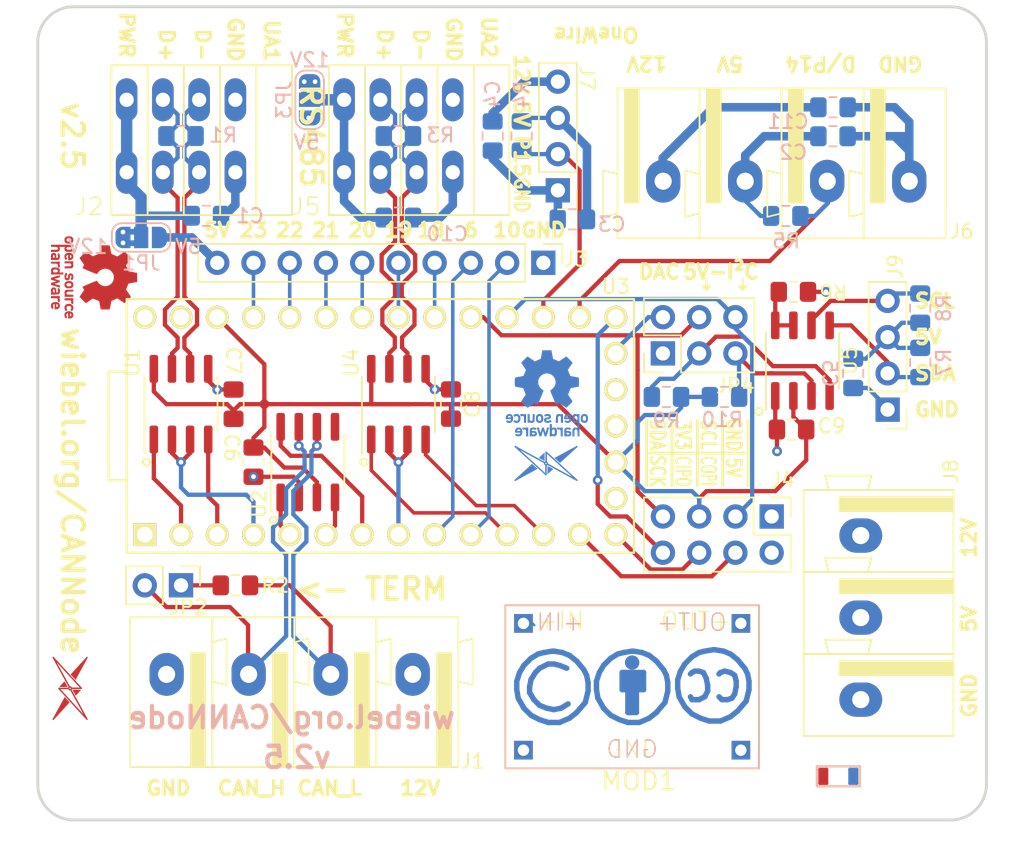
<source format=kicad_pcb>
(kicad_pcb (version 20171130) (host pcbnew 5.1.6)

  (general
    (thickness 1.6)
    (drawings 93)
    (tracks 438)
    (zones 0)
    (modules 51)
    (nets 44)
  )

  (page A4)
  (layers
    (0 F.Cu signal)
    (1 In1.Cu signal hide)
    (2 In2.Cu signal)
    (31 B.Cu signal)
    (32 B.Adhes user hide)
    (33 F.Adhes user hide)
    (34 B.Paste user)
    (35 F.Paste user hide)
    (36 B.SilkS user)
    (37 F.SilkS user hide)
    (38 B.Mask user)
    (39 F.Mask user hide)
    (40 Dwgs.User user hide)
    (41 Cmts.User user hide)
    (42 Eco1.User user hide)
    (43 Eco2.User user hide)
    (44 Edge.Cuts user)
    (45 Margin user hide)
    (46 B.CrtYd user hide)
    (47 F.CrtYd user)
    (48 B.Fab user hide)
    (49 F.Fab user)
  )

  (setup
    (last_trace_width 0.3)
    (user_trace_width 0.175)
    (user_trace_width 0.2)
    (user_trace_width 0.25)
    (user_trace_width 0.3)
    (user_trace_width 0.4)
    (user_trace_width 0.6)
    (user_trace_width 0.8)
    (user_trace_width 1.6)
    (trace_clearance 0.175)
    (zone_clearance 0.508)
    (zone_45_only no)
    (trace_min 0.1524)
    (via_size 0.6858)
    (via_drill 0.3302)
    (via_min_size 0.6858)
    (via_min_drill 0.3302)
    (uvia_size 0.3)
    (uvia_drill 0.1)
    (uvias_allowed no)
    (uvia_min_size 0.2)
    (uvia_min_drill 0.1)
    (edge_width 0.2)
    (segment_width 0.2)
    (pcb_text_width 0.3)
    (pcb_text_size 1.5 1.5)
    (mod_edge_width 0.15)
    (mod_text_size 1 1)
    (mod_text_width 0.15)
    (pad_size 1.308 1.308)
    (pad_drill 0.8)
    (pad_to_mask_clearance 0.2)
    (solder_mask_min_width 0.25)
    (aux_axis_origin 0 0)
    (grid_origin 76.835 73.66)
    (visible_elements FFFFBF7F)
    (pcbplotparams
      (layerselection 0x010fc_ffffffff)
      (usegerberextensions false)
      (usegerberattributes false)
      (usegerberadvancedattributes false)
      (creategerberjobfile false)
      (excludeedgelayer true)
      (linewidth 0.100000)
      (plotframeref false)
      (viasonmask false)
      (mode 1)
      (useauxorigin false)
      (hpglpennumber 1)
      (hpglpenspeed 20)
      (hpglpendiameter 15.000000)
      (psnegative false)
      (psa4output false)
      (plotreference true)
      (plotvalue true)
      (plotinvisibletext false)
      (padsonsilk false)
      (subtractmaskfromsilk false)
      (outputformat 1)
      (mirror false)
      (drillshape 0)
      (scaleselection 1)
      (outputdirectory "gerber/"))
  )

  (net 0 "")
  (net 1 GND)
  (net 2 +12V)
  (net 3 +5V)
  (net 4 +3V3)
  (net 5 /6)
  (net 6 /10)
  (net 7 /20)
  (net 8 /21)
  (net 9 /22)
  (net 10 /23)
  (net 11 /CAN-)
  (net 12 /CAN+)
  (net 13 /OW14)
  (net 14 /SDA)
  (net 15 /SCL)
  (net 16 /SCL0_16)
  (net 17 /RX1)
  (net 18 /TX2)
  (net 19 /UA1+)
  (net 20 /UA1-)
  (net 21 /UA3EN_2)
  (net 22 /SDA0_17)
  (net 23 /OW15)
  (net 24 /UA2+)
  (net 25 /UA2-)
  (net 26 /18)
  (net 27 /19)
  (net 28 "Net-(C1-Pad2)")
  (net 29 "Net-(C10-Pad2)")
  (net 30 "Net-(J4-Pad4)")
  (net 31 "Net-(J4-Pad6)")
  (net 32 "Net-(J4-Pad8)")
  (net 33 "Net-(JP2-Pad1)")
  (net 34 "Net-(JP4-Pad2)")
  (net 35 "Net-(JP4-Pad5)")
  (net 36 "Net-(R6-Pad1)")
  (net 37 "Net-(U2-Pad8)")
  (net 38 "Net-(U2-Pad4)")
  (net 39 "Net-(U2-Pad1)")
  (net 40 "Net-(U3-Pad8)")
  (net 41 /RX2)
  (net 42 /TX1)
  (net 43 "Net-(JP4-Pad3)")

  (net_class Default "This is the default net class."
    (clearance 0.175)
    (trace_width 0.3)
    (via_dia 0.6858)
    (via_drill 0.3302)
    (uvia_dia 0.3)
    (uvia_drill 0.1)
    (diff_pair_width 0.3)
    (diff_pair_gap 0.175)
    (add_net +12V)
    (add_net +3V3)
    (add_net +5V)
    (add_net /10)
    (add_net /18)
    (add_net /19)
    (add_net /20)
    (add_net /21)
    (add_net /22)
    (add_net /23)
    (add_net /6)
    (add_net /CAN+)
    (add_net /CAN-)
    (add_net /OW14)
    (add_net /OW15)
    (add_net /RX1)
    (add_net /RX2)
    (add_net /SCL)
    (add_net /SCL0_16)
    (add_net /SDA)
    (add_net /SDA0_17)
    (add_net /TX1)
    (add_net /TX2)
    (add_net /UA1+)
    (add_net /UA1-)
    (add_net /UA2+)
    (add_net /UA2-)
    (add_net /UA3EN_2)
    (add_net GND)
    (add_net "Net-(C1-Pad2)")
    (add_net "Net-(C10-Pad2)")
    (add_net "Net-(J4-Pad4)")
    (add_net "Net-(J4-Pad6)")
    (add_net "Net-(J4-Pad8)")
    (add_net "Net-(JP2-Pad1)")
    (add_net "Net-(JP4-Pad2)")
    (add_net "Net-(JP4-Pad3)")
    (add_net "Net-(JP4-Pad5)")
    (add_net "Net-(R6-Pad1)")
    (add_net "Net-(U2-Pad1)")
    (add_net "Net-(U2-Pad4)")
    (add_net "Net-(U2-Pad8)")
    (add_net "Net-(U3-Pad8)")
  )

  (net_class Power ""
    (clearance 0.2)
    (trace_width 0.5)
    (via_dia 1.25)
    (via_drill 0.5)
    (uvia_dia 0.65)
    (uvia_drill 0.2)
    (diff_pair_width 0.3)
    (diff_pair_gap 0.25)
  )

  (module MountingHole:MountingHole_2.7mm (layer F.Cu) (tedit 56D1B4CB) (tstamp 5EFE5A62)
    (at 133.335 91.16)
    (descr "Mounting Hole 2.7mm, no annular")
    (tags "mounting hole 2.7mm no annular")
    (path /5F869DBA)
    (attr virtual)
    (fp_text reference H4 (at 0 -3.7) (layer F.SilkS) hide
      (effects (font (size 1 1) (thickness 0.15)))
    )
    (fp_text value MountingHole (at 0 3.7) (layer F.Fab)
      (effects (font (size 1 1) (thickness 0.15)))
    )
    (fp_text user %R (at 0.3 0) (layer F.Fab)
      (effects (font (size 1 1) (thickness 0.15)))
    )
    (fp_circle (center 0 0) (end 2.7 0) (layer Cmts.User) (width 0.15))
    (fp_circle (center 0 0) (end 2.95 0) (layer F.CrtYd) (width 0.05))
    (pad 1 np_thru_hole circle (at 0 0) (size 2.7 2.7) (drill 2.7) (layers *.Cu *.Mask))
  )

  (module MountingHole:MountingHole_2.7mm (layer F.Cu) (tedit 56D1B4CB) (tstamp 5EFE5A5A)
    (at 71.835 91.16)
    (descr "Mounting Hole 2.7mm, no annular")
    (tags "mounting hole 2.7mm no annular")
    (path /5F84F730)
    (attr virtual)
    (fp_text reference H3 (at 0 -3.7) (layer F.SilkS) hide
      (effects (font (size 1 1) (thickness 0.15)))
    )
    (fp_text value MountingHole (at 0 3.7) (layer F.Fab)
      (effects (font (size 1 1) (thickness 0.15)))
    )
    (fp_text user %R (at 0.3 0) (layer F.Fab)
      (effects (font (size 1 1) (thickness 0.15)))
    )
    (fp_circle (center 0 0) (end 2.7 0) (layer Cmts.User) (width 0.15))
    (fp_circle (center 0 0) (end 2.95 0) (layer F.CrtYd) (width 0.05))
    (pad 1 np_thru_hole circle (at 0 0) (size 2.7 2.7) (drill 2.7) (layers *.Cu *.Mask))
  )

  (module MountingHole:MountingHole_2.7mm (layer F.Cu) (tedit 56D1B4CB) (tstamp 5EFE6259)
    (at 133.335 39.16)
    (descr "Mounting Hole 2.7mm, no annular")
    (tags "mounting hole 2.7mm no annular")
    (path /5F834FEC)
    (attr virtual)
    (fp_text reference H2 (at 0 -3.7) (layer F.SilkS) hide
      (effects (font (size 1 1) (thickness 0.15)))
    )
    (fp_text value MountingHole (at 0 3.7) (layer F.Fab)
      (effects (font (size 1 1) (thickness 0.15)))
    )
    (fp_text user %R (at 0.3 0) (layer F.Fab)
      (effects (font (size 1 1) (thickness 0.15)))
    )
    (fp_circle (center 0 0) (end 2.7 0) (layer Cmts.User) (width 0.15))
    (fp_circle (center 0 0) (end 2.95 0) (layer F.CrtYd) (width 0.05))
    (pad 1 np_thru_hole circle (at 0 0) (size 2.7 2.7) (drill 2.7) (layers *.Cu *.Mask))
  )

  (module MountingHole:MountingHole_2.7mm (layer F.Cu) (tedit 56D1B4CB) (tstamp 5EFDA0FB)
    (at 71.835 39.16)
    (descr "Mounting Hole 2.7mm, no annular")
    (tags "mounting hole 2.7mm no annular")
    (path /5F8345AF)
    (attr virtual)
    (fp_text reference H1 (at 0 -3.7) (layer F.SilkS) hide
      (effects (font (size 1 1) (thickness 0.15)))
    )
    (fp_text value MountingHole (at 0 3.7) (layer F.Fab)
      (effects (font (size 1 1) (thickness 0.15)))
    )
    (fp_text user %R (at 0.3 0) (layer F.Fab)
      (effects (font (size 1 1) (thickness 0.15)))
    )
    (fp_circle (center 0 0) (end 2.7 0) (layer Cmts.User) (width 0.15))
    (fp_circle (center 0 0) (end 2.95 0) (layer F.CrtYd) (width 0.05))
    (pad 1 np_thru_hole circle (at 0 0) (size 2.7 2.7) (drill 2.7) (layers *.Cu *.Mask))
  )

  (module Symbol:Symbol_CC-ShareAlike_CopperTop_Small (layer B.Cu) (tedit 0) (tstamp 5EFD1328)
    (at 105.41 84.328 180)
    (descr "Symbol, CC-Share Alike, Copper Top, Small,")
    (tags "Symbol, CC-Share Alike, Copper Top, Small,")
    (attr virtual)
    (fp_text reference REF** (at 0.59944 7.29996) (layer B.SilkS) hide
      (effects (font (size 1 1) (thickness 0.15)) (justify mirror))
    )
    (fp_text value Symbol_CC-ShareAlike_CopperTop_Small (at 0.59944 -8.001) (layer B.Fab)
      (effects (font (size 1 1) (thickness 0.15)) (justify mirror))
    )
    (fp_line (start -1.09982 -1.19888) (end -0.59944 -1.50114) (layer B.Cu) (width 0.381))
    (fp_line (start -0.59944 -1.50114) (end -0.09906 -1.6002) (layer B.Cu) (width 0.381))
    (fp_line (start -0.09906 -1.6002) (end 0.39878 -1.50114) (layer B.Cu) (width 0.381))
    (fp_line (start 0.39878 -1.50114) (end 0.89916 -1.30048) (layer B.Cu) (width 0.381))
    (fp_line (start 0.89916 -1.30048) (end 1.30048 -0.89916) (layer B.Cu) (width 0.381))
    (fp_line (start 1.30048 -0.89916) (end 1.6002 -0.39878) (layer B.Cu) (width 0.381))
    (fp_line (start 1.6002 -0.39878) (end 1.6002 0) (layer B.Cu) (width 0.381))
    (fp_line (start 1.6002 0) (end 1.50114 0.50038) (layer B.Cu) (width 0.381))
    (fp_line (start 1.50114 0.50038) (end 1.19888 1.00076) (layer B.Cu) (width 0.381))
    (fp_line (start 1.19888 1.00076) (end 0.89916 1.30048) (layer B.Cu) (width 0.381))
    (fp_line (start 0.89916 1.30048) (end 0.29972 1.6002) (layer B.Cu) (width 0.381))
    (fp_line (start 0.29972 1.6002) (end -0.09906 1.6002) (layer B.Cu) (width 0.381))
    (fp_line (start -0.09906 1.6002) (end -0.50038 1.50114) (layer B.Cu) (width 0.381))
    (fp_line (start -0.50038 1.50114) (end -1.00076 1.30048) (layer B.Cu) (width 0.381))
    (fp_line (start 0 2.49936) (end -0.09906 2.49936) (layer B.Cu) (width 0.381))
    (fp_line (start -0.09906 2.49936) (end -0.70104 2.4003) (layer B.Cu) (width 0.381))
    (fp_line (start -0.70104 2.4003) (end -1.19888 2.19964) (layer B.Cu) (width 0.381))
    (fp_line (start -1.19888 2.19964) (end -1.69926 1.80086) (layer B.Cu) (width 0.381))
    (fp_line (start -1.69926 1.80086) (end -2.19964 1.19888) (layer B.Cu) (width 0.381))
    (fp_line (start -2.19964 1.19888) (end -2.4003 0.8001) (layer B.Cu) (width 0.381))
    (fp_line (start -2.4003 0.8001) (end -2.49936 0.29972) (layer B.Cu) (width 0.381))
    (fp_line (start -2.49936 0.29972) (end -2.49936 -0.29972) (layer B.Cu) (width 0.381))
    (fp_line (start -2.49936 -0.29972) (end -2.30124 -1.09982) (layer B.Cu) (width 0.381))
    (fp_line (start -2.30124 -1.09982) (end -1.69926 -1.80086) (layer B.Cu) (width 0.381))
    (fp_line (start -1.69926 -1.80086) (end -1.19888 -2.19964) (layer B.Cu) (width 0.381))
    (fp_line (start -1.19888 -2.19964) (end -0.50038 -2.49936) (layer B.Cu) (width 0.381))
    (fp_line (start -0.50038 -2.49936) (end 0.29972 -2.49936) (layer B.Cu) (width 0.381))
    (fp_line (start 0.29972 -2.49936) (end 0.89916 -2.30124) (layer B.Cu) (width 0.381))
    (fp_line (start 0.89916 -2.30124) (end 1.50114 -1.99898) (layer B.Cu) (width 0.381))
    (fp_line (start 1.50114 -1.99898) (end 1.99898 -1.50114) (layer B.Cu) (width 0.381))
    (fp_line (start 1.99898 -1.50114) (end 2.4003 -0.8001) (layer B.Cu) (width 0.381))
    (fp_line (start 2.4003 -0.8001) (end 2.49936 -0.20066) (layer B.Cu) (width 0.381))
    (fp_line (start 2.49936 -0.20066) (end 2.49936 0.39878) (layer B.Cu) (width 0.381))
    (fp_line (start 2.49936 0.39878) (end 2.30124 1.00076) (layer B.Cu) (width 0.381))
    (fp_line (start 2.30124 1.00076) (end 1.99898 1.50114) (layer B.Cu) (width 0.381))
    (fp_line (start 1.99898 1.50114) (end 1.50114 1.99898) (layer B.Cu) (width 0.381))
    (fp_line (start 1.50114 1.99898) (end 1.00076 2.30124) (layer B.Cu) (width 0.381))
    (fp_line (start 1.00076 2.30124) (end 0.59944 2.4003) (layer B.Cu) (width 0.381))
    (fp_line (start 0.59944 2.4003) (end 0 2.49936) (layer B.Cu) (width 0.381))
  )

  (module Symbol:Symbol_CC-Attribution_CopperTop_Small (layer B.Cu) (tedit 0) (tstamp 5EFD12A7)
    (at 110.998 84.328 180)
    (descr "Symbol, CC-Share Alike, Copper Top, Small,")
    (tags "Symbol, CC-Share Alike, Copper Top, Small,")
    (attr virtual)
    (fp_text reference REF** (at 0.59944 7.29996) (layer B.SilkS) hide
      (effects (font (size 1 1) (thickness 0.15)) (justify mirror))
    )
    (fp_text value Symbol_CC-Attribution_CopperTop_Small (at 0.59944 -8.001) (layer B.Fab)
      (effects (font (size 1 1) (thickness 0.15)) (justify mirror))
    )
    (fp_line (start 0 1.89992) (end 0 1.50114) (layer B.Cu) (width 0.381))
    (fp_line (start -0.70104 0.70104) (end 0.59944 0.70104) (layer B.Cu) (width 0.381))
    (fp_line (start 0.50038 0.39878) (end -0.70104 0.39878) (layer B.Cu) (width 0.381))
    (fp_line (start -0.8001 0.09906) (end 0.50038 0.09906) (layer B.Cu) (width 0.381))
    (fp_line (start 0 -0.29972) (end 0 -1.6002) (layer B.Cu) (width 0.381))
    (fp_line (start 0.09906 -1.80086) (end 0.29972 -1.80086) (layer B.Cu) (width 0.381))
    (fp_line (start 0.29972 -1.80086) (end 0.29972 -0.20066) (layer B.Cu) (width 0.381))
    (fp_line (start -0.29972 -0.29972) (end -0.29972 -1.80086) (layer B.Cu) (width 0.381))
    (fp_line (start -0.29972 -1.80086) (end 0.20066 -1.80086) (layer B.Cu) (width 0.381))
    (fp_line (start -0.8001 1.00076) (end 0.70104 1.00076) (layer B.Cu) (width 0.381))
    (fp_line (start 0.70104 1.00076) (end 0.70104 -0.20066) (layer B.Cu) (width 0.381))
    (fp_line (start 0.70104 -0.20066) (end -0.8001 -0.20066) (layer B.Cu) (width 0.381))
    (fp_line (start -0.8001 -0.20066) (end -0.8001 1.00076) (layer B.Cu) (width 0.381))
    (fp_circle (center 0 1.69926) (end 0.09906 1.39954) (layer B.Cu) (width 0.381))
    (fp_line (start 0 2.49936) (end -0.09906 2.49936) (layer B.Cu) (width 0.381))
    (fp_line (start -0.09906 2.49936) (end -0.70104 2.4003) (layer B.Cu) (width 0.381))
    (fp_line (start -0.70104 2.4003) (end -1.19888 2.19964) (layer B.Cu) (width 0.381))
    (fp_line (start -1.19888 2.19964) (end -1.69926 1.80086) (layer B.Cu) (width 0.381))
    (fp_line (start -1.69926 1.80086) (end -2.19964 1.19888) (layer B.Cu) (width 0.381))
    (fp_line (start -2.19964 1.19888) (end -2.4003 0.8001) (layer B.Cu) (width 0.381))
    (fp_line (start -2.4003 0.8001) (end -2.49936 0.29972) (layer B.Cu) (width 0.381))
    (fp_line (start -2.49936 0.29972) (end -2.49936 -0.29972) (layer B.Cu) (width 0.381))
    (fp_line (start -2.49936 -0.29972) (end -2.30124 -1.09982) (layer B.Cu) (width 0.381))
    (fp_line (start -2.30124 -1.09982) (end -1.69926 -1.80086) (layer B.Cu) (width 0.381))
    (fp_line (start -1.69926 -1.80086) (end -1.19888 -2.19964) (layer B.Cu) (width 0.381))
    (fp_line (start -1.19888 -2.19964) (end -0.50038 -2.49936) (layer B.Cu) (width 0.381))
    (fp_line (start -0.50038 -2.49936) (end 0.29972 -2.49936) (layer B.Cu) (width 0.381))
    (fp_line (start 0.29972 -2.49936) (end 0.89916 -2.30124) (layer B.Cu) (width 0.381))
    (fp_line (start 0.89916 -2.30124) (end 1.50114 -1.99898) (layer B.Cu) (width 0.381))
    (fp_line (start 1.50114 -1.99898) (end 1.99898 -1.50114) (layer B.Cu) (width 0.381))
    (fp_line (start 1.99898 -1.50114) (end 2.4003 -0.8001) (layer B.Cu) (width 0.381))
    (fp_line (start 2.4003 -0.8001) (end 2.49936 -0.20066) (layer B.Cu) (width 0.381))
    (fp_line (start 2.49936 -0.20066) (end 2.49936 0.39878) (layer B.Cu) (width 0.381))
    (fp_line (start 2.49936 0.39878) (end 2.30124 1.00076) (layer B.Cu) (width 0.381))
    (fp_line (start 2.30124 1.00076) (end 1.99898 1.50114) (layer B.Cu) (width 0.381))
    (fp_line (start 1.99898 1.50114) (end 1.50114 1.99898) (layer B.Cu) (width 0.381))
    (fp_line (start 1.50114 1.99898) (end 1.00076 2.30124) (layer B.Cu) (width 0.381))
    (fp_line (start 1.00076 2.30124) (end 0.59944 2.4003) (layer B.Cu) (width 0.381))
    (fp_line (start 0.59944 2.4003) (end 0 2.49936) (layer B.Cu) (width 0.381))
  )

  (module Symbol:Symbol_CreativeCommons_CopperTop_Type2_Small (layer B.Cu) (tedit 0) (tstamp 5EFD1226)
    (at 116.84 84.328 180)
    (descr "Symbol, Creative Commons, CopperTop, Type 2, Small,")
    (tags "Symbol, Creative Commons, CopperTop, Type 2, Small,")
    (attr virtual)
    (fp_text reference REF** (at 0.59944 7.29996) (layer B.SilkS) hide
      (effects (font (size 1 1) (thickness 0.15)) (justify mirror))
    )
    (fp_text value Symbol_CreativeCommons_CopperTop_Type2_Small (at 0.59944 -8.001) (layer B.Fab)
      (effects (font (size 1 1) (thickness 0.15)) (justify mirror))
    )
    (fp_line (start 1.7502 0.9001) (end 1.65114 0.99916) (layer B.Cu) (width 0.381))
    (fp_line (start 1.65114 0.99916) (end 1.45048 1.10076) (layer B.Cu) (width 0.381))
    (fp_line (start 1.45048 1.10076) (end 1.15076 1.10076) (layer B.Cu) (width 0.381))
    (fp_line (start 1.15076 1.10076) (end 0.85104 0.99916) (layer B.Cu) (width 0.381))
    (fp_line (start 0.85104 0.99916) (end 0.65038 0.60038) (layer B.Cu) (width 0.381))
    (fp_line (start 0.65038 0.60038) (end 0.54878 0.1) (layer B.Cu) (width 0.381))
    (fp_line (start 0.54878 0.1) (end 0.54878 -0.29878) (layer B.Cu) (width 0.381))
    (fp_line (start 0.54878 -0.29878) (end 0.74944 -0.7001) (layer B.Cu) (width 0.381))
    (fp_line (start 0.74944 -0.7001) (end 1.15076 -0.90076) (layer B.Cu) (width 0.381))
    (fp_line (start 1.15076 -0.90076) (end 1.34888 -0.90076) (layer B.Cu) (width 0.381))
    (fp_line (start 1.34888 -0.90076) (end 1.65114 -0.90076) (layer B.Cu) (width 0.381))
    (fp_line (start 1.65114 -0.90076) (end 1.7502 -0.7001) (layer B.Cu) (width 0.381))
    (fp_line (start -0.24878 0.9001) (end -0.35038 0.99916) (layer B.Cu) (width 0.381))
    (fp_line (start -0.35038 0.99916) (end -0.6501 1.10076) (layer B.Cu) (width 0.381))
    (fp_line (start -0.6501 1.10076) (end -1.04888 0.99916) (layer B.Cu) (width 0.381))
    (fp_line (start -1.04888 0.99916) (end -1.35114 0.80104) (layer B.Cu) (width 0.381))
    (fp_line (start -1.35114 0.80104) (end -1.4502 0.39972) (layer B.Cu) (width 0.381))
    (fp_line (start -1.4502 0.39972) (end -1.4502 0.00094) (layer B.Cu) (width 0.381))
    (fp_line (start -1.4502 0.00094) (end -1.35114 -0.49944) (layer B.Cu) (width 0.381))
    (fp_line (start -1.35114 -0.49944) (end -1.15048 -0.79916) (layer B.Cu) (width 0.381))
    (fp_line (start -1.15048 -0.79916) (end -0.85076 -0.90076) (layer B.Cu) (width 0.381))
    (fp_line (start -0.85076 -0.90076) (end -0.44944 -0.90076) (layer B.Cu) (width 0.381))
    (fp_line (start -0.44944 -0.90076) (end -0.24878 -0.7001) (layer B.Cu) (width 0.381))
    (fp_line (start 0.15 2.59936) (end 0.05094 2.59936) (layer B.Cu) (width 0.381))
    (fp_line (start 0.05094 2.59936) (end -0.55104 2.5003) (layer B.Cu) (width 0.381))
    (fp_line (start -0.55104 2.5003) (end -1.04888 2.29964) (layer B.Cu) (width 0.381))
    (fp_line (start -1.04888 2.29964) (end -1.54926 1.90086) (layer B.Cu) (width 0.381))
    (fp_line (start -1.54926 1.90086) (end -2.04964 1.29888) (layer B.Cu) (width 0.381))
    (fp_line (start -2.04964 1.29888) (end -2.2503 0.9001) (layer B.Cu) (width 0.381))
    (fp_line (start -2.2503 0.9001) (end -2.34936 0.39972) (layer B.Cu) (width 0.381))
    (fp_line (start -2.34936 0.39972) (end -2.34936 -0.19972) (layer B.Cu) (width 0.381))
    (fp_line (start -2.34936 -0.19972) (end -2.15124 -0.99982) (layer B.Cu) (width 0.381))
    (fp_line (start -2.15124 -0.99982) (end -1.54926 -1.70086) (layer B.Cu) (width 0.381))
    (fp_line (start -1.54926 -1.70086) (end -1.04888 -2.09964) (layer B.Cu) (width 0.381))
    (fp_line (start -1.04888 -2.09964) (end -0.35038 -2.39936) (layer B.Cu) (width 0.381))
    (fp_line (start -0.35038 -2.39936) (end 0.44972 -2.39936) (layer B.Cu) (width 0.381))
    (fp_line (start 0.44972 -2.39936) (end 1.04916 -2.20124) (layer B.Cu) (width 0.381))
    (fp_line (start 1.04916 -2.20124) (end 1.65114 -1.89898) (layer B.Cu) (width 0.381))
    (fp_line (start 1.65114 -1.89898) (end 2.14898 -1.40114) (layer B.Cu) (width 0.381))
    (fp_line (start 2.14898 -1.40114) (end 2.5503 -0.7001) (layer B.Cu) (width 0.381))
    (fp_line (start 2.5503 -0.7001) (end 2.64936 -0.10066) (layer B.Cu) (width 0.381))
    (fp_line (start 2.64936 -0.10066) (end 2.64936 0.49878) (layer B.Cu) (width 0.381))
    (fp_line (start 2.64936 0.49878) (end 2.45124 1.10076) (layer B.Cu) (width 0.381))
    (fp_line (start 2.45124 1.10076) (end 2.14898 1.60114) (layer B.Cu) (width 0.381))
    (fp_line (start 2.14898 1.60114) (end 1.65114 2.09898) (layer B.Cu) (width 0.381))
    (fp_line (start 1.65114 2.09898) (end 1.15076 2.40124) (layer B.Cu) (width 0.381))
    (fp_line (start 1.15076 2.40124) (end 0.74944 2.5003) (layer B.Cu) (width 0.381))
    (fp_line (start 0.74944 2.5003) (end 0.15 2.59936) (layer B.Cu) (width 0.381))
  )

  (module teensy:Teensy3_min (layer F.Cu) (tedit 5EFBC952) (tstamp 5BEC41BD)
    (at 93.345 66.04)
    (path /5BE599D2)
    (fp_text reference U3 (at 16.51 -9.779) (layer F.SilkS)
      (effects (font (size 1 1) (thickness 0.15)))
    )
    (fp_text value Teensy3.2 (at 0 10.16) (layer F.Fab)
      (effects (font (size 1 1) (thickness 0.15)))
    )
    (fp_line (start -17.78 8.89) (end -17.78 -8.89) (layer F.SilkS) (width 0.15))
    (fp_line (start 17.78 8.89) (end -17.78 8.89) (layer F.SilkS) (width 0.15))
    (fp_line (start 17.78 -8.89) (end 17.78 8.89) (layer F.SilkS) (width 0.15))
    (fp_line (start -17.78 -8.89) (end 17.78 -8.89) (layer F.SilkS) (width 0.15))
    (fp_line (start -19.05 -3.81) (end -17.78 -3.81) (layer F.SilkS) (width 0.15))
    (fp_line (start -19.05 3.81) (end -19.05 -3.81) (layer F.SilkS) (width 0.15))
    (fp_line (start -17.78 3.81) (end -19.05 3.81) (layer F.SilkS) (width 0.15))
    (pad 17 thru_hole circle (at 16.51 0) (size 1.6 1.6) (drill 1.1) (layers *.Cu *.Mask F.SilkS)
      (net 1 GND))
    (pad 18 thru_hole circle (at 16.51 -2.54) (size 1.6 1.6) (drill 1.1) (layers *.Cu *.Mask F.SilkS))
    (pad 19 thru_hole circle (at 16.51 -5.08) (size 1.6 1.6) (drill 1.1) (layers *.Cu *.Mask F.SilkS)
      (net 34 "Net-(JP4-Pad2)"))
    (pad 20 thru_hole circle (at 16.51 -7.62) (size 1.6 1.6) (drill 1.1) (layers *.Cu *.Mask F.SilkS)
      (net 32 "Net-(J4-Pad8)"))
    (pad 16 thru_hole circle (at 16.51 2.54) (size 1.6 1.6) (drill 1.1) (layers *.Cu *.Mask F.SilkS)
      (net 4 +3V3))
    (pad 15 thru_hole circle (at 16.51 5.08) (size 1.6 1.6) (drill 1.1) (layers *.Cu *.Mask F.SilkS))
    (pad 14 thru_hole circle (at 16.51 7.62) (size 1.6 1.6) (drill 1.1) (layers *.Cu *.Mask F.SilkS)
      (net 31 "Net-(J4-Pad6)"))
    (pad 21 thru_hole circle (at 13.97 -7.62) (size 1.6 1.6) (drill 1.1) (layers *.Cu *.Mask F.SilkS)
      (net 13 /OW14))
    (pad 22 thru_hole circle (at 11.43 -7.62) (size 1.6 1.6) (drill 1.1) (layers *.Cu *.Mask F.SilkS)
      (net 23 /OW15))
    (pad 23 thru_hole circle (at 8.89 -7.62) (size 1.6 1.6) (drill 1.1) (layers *.Cu *.Mask F.SilkS)
      (net 16 /SCL0_16))
    (pad 24 thru_hole circle (at 6.35 -7.62) (size 1.6 1.6) (drill 1.1) (layers *.Cu *.Mask F.SilkS)
      (net 22 /SDA0_17))
    (pad 25 thru_hole circle (at 3.81 -7.62) (size 1.6 1.6) (drill 1.1) (layers *.Cu *.Mask F.SilkS)
      (net 26 /18))
    (pad 26 thru_hole circle (at 1.27 -7.62) (size 1.6 1.6) (drill 1.1) (layers *.Cu *.Mask F.SilkS)
      (net 27 /19))
    (pad 27 thru_hole circle (at -1.27 -7.62) (size 1.6 1.6) (drill 1.1) (layers *.Cu *.Mask F.SilkS)
      (net 7 /20))
    (pad 28 thru_hole circle (at -3.81 -7.62) (size 1.6 1.6) (drill 1.1) (layers *.Cu *.Mask F.SilkS)
      (net 8 /21))
    (pad 29 thru_hole circle (at -6.35 -7.62) (size 1.6 1.6) (drill 1.1) (layers *.Cu *.Mask F.SilkS)
      (net 9 /22))
    (pad 30 thru_hole circle (at -8.89 -7.62) (size 1.6 1.6) (drill 1.1) (layers *.Cu *.Mask F.SilkS)
      (net 10 /23))
    (pad 31 thru_hole circle (at -11.43 -7.62) (size 1.6 1.6) (drill 1.1) (layers *.Cu *.Mask F.SilkS)
      (net 4 +3V3))
    (pad 32 thru_hole circle (at -13.97 -7.62) (size 1.6 1.6) (drill 1.1) (layers *.Cu *.Mask F.SilkS))
    (pad 33 thru_hole circle (at -16.51 -7.62) (size 1.6 1.6) (drill 1.1) (layers *.Cu *.Mask F.SilkS)
      (net 3 +5V))
    (pad 13 thru_hole circle (at 13.97 7.62) (size 1.6 1.6) (drill 1.1) (layers *.Cu *.Mask F.SilkS)
      (net 30 "Net-(J4-Pad4)"))
    (pad 12 thru_hole circle (at 11.43 7.62) (size 1.6 1.6) (drill 1.1) (layers *.Cu *.Mask F.SilkS)
      (net 18 /TX2))
    (pad 11 thru_hole circle (at 8.89 7.62) (size 1.6 1.6) (drill 1.1) (layers *.Cu *.Mask F.SilkS)
      (net 41 /RX2))
    (pad 10 thru_hole circle (at 6.35 7.62) (size 1.6 1.6) (drill 1.1) (layers *.Cu *.Mask F.SilkS)
      (net 6 /10))
    (pad 9 thru_hole circle (at 3.81 7.62) (size 1.6 1.6) (drill 1.1) (layers *.Cu *.Mask F.SilkS)
      (net 5 /6))
    (pad 8 thru_hole circle (at 1.27 7.62) (size 1.6 1.6) (drill 1.1) (layers *.Cu *.Mask F.SilkS)
      (net 40 "Net-(U3-Pad8)"))
    (pad 7 thru_hole circle (at -1.27 7.62) (size 1.6 1.6) (drill 1.1) (layers *.Cu *.Mask F.SilkS)
      (net 37 "Net-(U2-Pad8)"))
    (pad 6 thru_hole circle (at -3.81 7.62) (size 1.6 1.6) (drill 1.1) (layers *.Cu *.Mask F.SilkS)
      (net 38 "Net-(U2-Pad4)"))
    (pad 5 thru_hole circle (at -6.35 7.62) (size 1.6 1.6) (drill 1.1) (layers *.Cu *.Mask F.SilkS)
      (net 39 "Net-(U2-Pad1)"))
    (pad 4 thru_hole circle (at -8.89 7.62) (size 1.6 1.6) (drill 1.1) (layers *.Cu *.Mask F.SilkS)
      (net 21 /UA3EN_2))
    (pad 3 thru_hole circle (at -11.43 7.62) (size 1.6 1.6) (drill 1.1) (layers *.Cu *.Mask F.SilkS)
      (net 42 /TX1))
    (pad 2 thru_hole circle (at -13.97 7.62) (size 1.6 1.6) (drill 1.1) (layers *.Cu *.Mask F.SilkS)
      (net 17 /RX1))
    (pad 1 thru_hole rect (at -16.51 7.62) (size 1.6 1.6) (drill 1.1) (layers *.Cu *.Mask F.SilkS)
      (net 1 GND))
  )

  (module 00_mylib:LOGO_MID (layer F.Cu) (tedit 5EFBC18E) (tstamp 5EFDE19D)
    (at 72.835 86.66 90)
    (path /5F799D59)
    (zone_connect 0)
    (attr virtual)
    (fp_text reference Log1 (at 3.302 0.762 90) (layer F.SilkS) hide
      (effects (font (size 1.27 1.27) (thickness 0.15)))
    )
    (fp_text value Logo (at 2.032 3.048 90) (layer F.SilkS) hide
      (effects (font (size 1.27 1.27) (thickness 0.15)))
    )
    (fp_poly (pts (xy 3.193259 -1.200087) (xy 3.1823 -1.189993) (xy 3.171218 -1.179906) (xy 3.160281 -1.169812)
      (xy 3.113381 -1.127168) (xy 3.097659 -1.112956) (xy 3.035159 -1.056096) (xy 3.019418 -1.041884)
      (xy 2.9413 -0.970812) (xy 2.925559 -0.956596) (xy 2.863059 -0.899737) (xy 2.85014 -0.888131)
      (xy 2.837359 -0.876412) (xy 2.82444 -0.8648) (xy 2.81164 -0.853187) (xy 2.872381 -0.820203)
      (xy 2.891718 -0.809568) (xy 2.91114 -0.799043) (xy 2.93044 -0.788518) (xy 2.949759 -0.777887)
      (xy 2.969081 -0.767253) (xy 2.9885 -0.756728) (xy 3.0078 -0.746203) (xy 3.02714 -0.735568)
      (xy 3.046559 -0.725043) (xy 3.065859 -0.714518) (xy 3.085159 -0.703884) (xy 3.1045 -0.693359)
      (xy 3.123918 -0.682834) (xy 3.143218 -0.6722) (xy 3.162559 -0.661675) (xy 3.181859 -0.65104)
      (xy 3.201159 -0.640515) (xy 3.220581 -0.62999) (xy 3.239918 -0.619359) (xy 3.278518 -0.598309)
      (xy 3.297981 -0.587675) (xy 3.317281 -0.577146) (xy 3.336581 -0.566512) (xy 3.355918 -0.555987)
      (xy 3.37534 -0.545356) (xy 3.41394 -0.524196) (xy 3.433381 -0.513671) (xy 3.4527 -0.503146)
      (xy 3.472 -0.492512) (xy 3.51064 -0.471462) (xy 3.530059 -0.460828) (xy 3.549359 -0.450303)
      (xy 3.5687 -0.439668) (xy 3.588 -0.429143) (xy 3.607418 -0.418618) (xy 3.626759 -0.407987)
      (xy 3.646159 -0.397462) (xy 3.665481 -0.386828) (xy 3.704118 -0.365668) (xy 3.723518 -0.355143)
      (xy 3.74284 -0.344618) (xy 3.762159 -0.333984) (xy 3.781581 -0.323459) (xy 3.800881 -0.312825)
      (xy 3.8202 -0.3023) (xy 3.83964 -0.291559) (xy 3.878259 -0.270615) (xy 3.897659 -0.259981)
      (xy 3.917 -0.249459) (xy 3.9363 -0.238825) (xy 3.955718 -0.228296) (xy 3.975059 -0.217662)
      (xy 3.994359 -0.20714) (xy 4.013781 -0.196615) (xy 4.033081 -0.185981) (xy 4.052418 -0.175456)
      (xy 4.071718 -0.164821) (xy 4.09114 -0.154296) (xy 4.110481 -0.143771) (xy 4.129781 -0.133028)
      (xy 4.149081 -0.122612) (xy 4.1685 -0.111978) (xy 4.18784 -0.101453) (xy 4.20724 -0.090818)
      (xy 4.226559 -0.080293) (xy 4.245881 -0.069662) (xy 4.2653 -0.059137) (xy 4.284618 -0.048503)
      (xy 4.303918 -0.037978) (xy 4.32324 -0.027453) (xy 4.342659 -0.016818) (xy 4.361981 -0.006293)
      (xy 4.3788 -0.000978) (xy 4.396381 -0.001843) (xy 4.412559 -0.008896) (xy 4.42514 -0.021265)
      (xy 4.432618 -0.037218) (xy 4.434018 -0.054796) (xy 4.42914 -0.071721) (xy 4.418618 -0.085828)
      (xy 4.385859 -0.115559) (xy 4.369581 -0.130315) (xy 4.3532 -0.145181) (xy 4.336918 -0.160046)
      (xy 4.320518 -0.174912) (xy 4.304259 -0.189778) (xy 4.287859 -0.204643) (xy 4.271581 -0.219403)
      (xy 4.255218 -0.234265) (xy 4.23894 -0.249131) (xy 4.222559 -0.263996) (xy 4.206281 -0.278862)
      (xy 4.189881 -0.293728) (xy 4.173618 -0.308593) (xy 4.157218 -0.323459) (xy 4.14094 -0.338215)
      (xy 4.124559 -0.353081) (xy 4.108281 -0.367946) (xy 4.091918 -0.382812) (xy 4.07564 -0.397678)
      (xy 4.05924 -0.412437) (xy 4.042981 -0.4273) (xy 4.026581 -0.442059) (xy 4.0103 -0.457031)
      (xy 3.977518 -0.486762) (xy 3.96124 -0.501628) (xy 3.944881 -0.516493) (xy 3.928618 -0.53114)
      (xy 3.912218 -0.546115) (xy 3.89594 -0.560981) (xy 3.879559 -0.575846) (xy 3.863281 -0.590712)
      (xy 3.846881 -0.605468) (xy 3.830618 -0.620334) (xy 3.814259 -0.6352) (xy 3.797981 -0.650062)
      (xy 3.781581 -0.664931) (xy 3.7653 -0.679796) (xy 3.748918 -0.694662) (xy 3.73264 -0.709418)
      (xy 3.699859 -0.73915) (xy 3.683581 -0.754012) (xy 3.667218 -0.768881) (xy 3.65094 -0.783743)
      (xy 3.634559 -0.798503) (xy 3.618281 -0.813478) (xy 3.601881 -0.828234) (xy 3.585618 -0.8431)
      (xy 3.569218 -0.857962) (xy 3.55294 -0.872831) (xy 3.5202 -0.902562) (xy 3.503918 -0.917315)
      (xy 3.48764 -0.932184) (xy 3.47124 -0.94705) (xy 3.454981 -0.961912) (xy 3.4222 -0.991643)
      (xy 3.405918 -1.006512) (xy 3.389518 -1.021375) (xy 3.373281 -1.036134) (xy 3.356881 -1.050996)
      (xy 3.340618 -1.065862) (xy 3.30784 -1.095593) (xy 3.291559 -1.110462) (xy 3.275159 -1.125325)
      (xy 3.258881 -1.14019) (xy 3.2425 -1.154946) (xy 3.22624 -1.169812) (xy 3.215281 -1.179906)
      (xy 3.204218 -1.189993)) (layer F.Cu) (width 0))
    (fp_poly (pts (xy 2.318581 -1.995225) (xy 2.318581 -1.4018) (xy 2.3915 -1.441731) (xy 2.428159 -1.461696)
      (xy 2.4464 -1.471681) (xy 2.501418 -1.501628) (xy 2.51964 -1.511503) (xy 2.537981 -1.521484)
      (xy 2.574659 -1.54145) (xy 2.592881 -1.551434) (xy 2.629559 -1.571396) (xy 2.647781 -1.581381)
      (xy 2.666118 -1.591362) (xy 2.726881 -1.62435) (xy 2.714081 -1.635959) (xy 2.701181 -1.647568)
      (xy 2.688359 -1.659287) (xy 2.675559 -1.670896) (xy 2.64324 -1.700193) (xy 2.627059 -1.714953)
      (xy 2.6109 -1.7296) (xy 2.594718 -1.744359) (xy 2.5624 -1.773656) (xy 2.54634 -1.788303)
      (xy 2.530159 -1.803062) (xy 2.49784 -1.832356) (xy 2.481659 -1.847112) (xy 2.4655 -1.861762)
      (xy 2.449318 -1.876518) (xy 2.417 -1.905815) (xy 2.400818 -1.920571) (xy 2.38444 -1.935437)
      (xy 2.36794 -1.950412) (xy 2.351459 -1.965168) (xy 2.335059 -1.980253)) (layer F.Cu) (width 0))
    (fp_poly (pts (xy 1.772787 -1.683918) (xy 1.787 -1.670246) (xy 1.801215 -1.656359) (xy 1.815321 -1.642578)
      (xy 1.829537 -1.628687) (xy 1.84375 -1.614909) (xy 1.859915 -1.629559) (xy 1.876193 -1.644531)
      (xy 1.892362 -1.659287) (xy 1.908528 -1.674153) (xy 1.924806 -1.689018) (xy 1.940971 -1.703775)
      (xy 1.957246 -1.71864) (xy 1.973415 -1.733396) (xy 1.989584 -1.748262) (xy 2.005859 -1.763021)
      (xy 2.022018 -1.777887) (xy 2.0382 -1.792643) (xy 2.054459 -1.807509) (xy 2.07064 -1.822265)
      (xy 2.0868 -1.837131) (xy 2.103081 -1.851781) (xy 2.11924 -1.866753) (xy 2.135418 -1.881512)
      (xy 2.1517 -1.896375) (xy 2.167859 -1.911134) (xy 2.167859 -1.373696) (xy 2.15114 -1.365668)
      (xy 2.135859 -1.355253) (xy 2.12164 -1.343534) (xy 2.135859 -1.329537) (xy 2.150181 -1.315646)
      (xy 2.1786 -1.287868) (xy 2.192918 -1.273871) (xy 2.20574 -1.28179) (xy 2.220259 -1.285156)
      (xy 2.239259 -1.281465) (xy 2.255318 -1.270725) (xy 2.265959 -1.254775) (xy 2.26964 -1.235787)
      (xy 2.266281 -1.221896) (xy 2.2589 -1.209418) (xy 2.273118 -1.195531) (xy 2.28744 -1.18164)
      (xy 2.330081 -1.139975) (xy 2.343 -1.156575) (xy 2.353518 -1.174696) (xy 2.36144 -1.194337)
      (xy 2.366218 -1.214843) (xy 2.36784 -1.235787) (xy 2.367181 -1.250759) (xy 2.3865 -1.261393)
      (xy 2.405918 -1.271918) (xy 2.42524 -1.282662) (xy 2.444659 -1.293293) (xy 2.483281 -1.314562)
      (xy 2.52214 -1.335828) (xy 2.560759 -1.357096) (xy 2.580181 -1.367731) (xy 2.5995 -1.378362)
      (xy 2.618918 -1.388996) (xy 2.657559 -1.410262) (xy 2.676981 -1.420896) (xy 2.696281 -1.431534)
      (xy 2.715718 -1.442059) (xy 2.75434 -1.463434) (xy 2.773759 -1.474065) (xy 2.812381 -1.495334)
      (xy 2.8318 -1.505965) (xy 2.85114 -1.516603) (xy 2.870559 -1.527237) (xy 2.889859 -1.537868)
      (xy 2.909281 -1.548503) (xy 2.928618 -1.559137) (xy 2.948018 -1.569768) (xy 2.96734 -1.580403)
      (xy 2.986759 -1.591037) (xy 3.025381 -1.612196) (xy 3.0448 -1.622937) (xy 3.06414 -1.633571)
      (xy 3.083559 -1.644206) (xy 3.122159 -1.665471) (xy 3.141618 -1.676106) (xy 3.160918 -1.68674)
      (xy 3.18034 -1.697375) (xy 3.218981 -1.71864) (xy 3.238381 -1.729275) (xy 3.277018 -1.75054)
      (xy 3.29644 -1.761175) (xy 3.335081 -1.782337) (xy 3.3545 -1.792968) (xy 3.41244 -1.824868)
      (xy 3.431859 -1.835503) (xy 3.451159 -1.846137) (xy 3.470581 -1.856771) (xy 3.489918 -1.867406)
      (xy 3.50934 -1.878037) (xy 3.547981 -1.899196) (xy 3.5868 -1.920571) (xy 3.62544 -1.94184)
      (xy 3.644859 -1.952475) (xy 3.683481 -1.97374) (xy 3.702918 -1.984375) (xy 3.722218 -1.995009)
      (xy 3.74164 -2.00564) (xy 3.799581 -2.03754) (xy 3.819 -2.048181) (xy 3.85764 -2.06934)
      (xy 3.877059 -2.080081) (xy 3.9157 -2.10134) (xy 3.935118 -2.111981) (xy 3.97374 -2.13324)
      (xy 3.993159 -2.143881) (xy 4.012481 -2.154518) (xy 4.031881 -2.16514) (xy 4.051218 -2.175781)
      (xy 4.03494 -2.1608) (xy 4.018559 -2.14594) (xy 4.002281 -2.130959) (xy 3.985881 -2.1161)
      (xy 3.969618 -2.101118) (xy 3.953218 -2.086159) (xy 3.936859 -2.071281) (xy 3.920581 -2.056318)
      (xy 3.9042 -2.041459) (xy 3.887918 -2.026481) (xy 3.871518 -2.0115) (xy 3.855259 -1.996637)
      (xy 3.838859 -1.981662) (xy 3.822581 -1.966796) (xy 3.8062 -1.951821) (xy 3.78994 -1.936959)
      (xy 3.757159 -1.907009) (xy 3.740881 -1.892143) (xy 3.7245 -1.877168) (xy 3.708218 -1.862196)
      (xy 3.69184 -1.847331) (xy 3.675559 -1.832465) (xy 3.659281 -1.81749) (xy 3.642918 -1.802625)
      (xy 3.626518 -1.787653) (xy 3.61024 -1.772787) (xy 3.593981 -1.757812) (xy 3.577581 -1.742946)
      (xy 3.5613 -1.727971) (xy 3.544918 -1.713109) (xy 3.52864 -1.698134) (xy 3.512259 -1.683268)
      (xy 3.495981 -1.668293) (xy 3.479618 -1.653428) (xy 3.46334 -1.638456) (xy 3.44694 -1.623587)
      (xy 3.430659 -1.608615) (xy 3.414281 -1.59364) (xy 3.398 -1.578775) (xy 3.381718 -1.563912)
      (xy 3.36534 -1.548937) (xy 3.348981 -1.534071) (xy 3.3327 -1.519096) (xy 3.3163 -1.504121)
      (xy 3.300018 -1.489259) (xy 3.28364 -1.474284) (xy 3.267359 -1.459418) (xy 3.250981 -1.444337)
      (xy 3.2347 -1.429578) (xy 3.2183 -1.414606) (xy 3.202018 -1.399737) (xy 3.185659 -1.384765)
      (xy 3.169381 -1.3699) (xy 3.153 -1.354925) (xy 3.136718 -1.339953) (xy 3.12034 -1.325087)
      (xy 3.104059 -1.310112) (xy 3.087659 -1.295246) (xy 3.071381 -1.280271) (xy 3.055 -1.265409)
      (xy 3.03874 -1.250434) (xy 3.022481 -1.235568) (xy 3.006081 -1.220593) (xy 2.9898 -1.205731)
      (xy 2.973418 -1.190756) (xy 2.95714 -1.175887) (xy 2.94074 -1.160809) (xy 2.924481 -1.14605)
      (xy 2.908081 -1.131187) (xy 2.8918 -1.116212) (xy 2.875559 -1.101343) (xy 2.859159 -1.086371)
      (xy 2.842881 -1.071506) (xy 2.8265 -1.056534) (xy 2.810218 -1.041559) (xy 2.79384 -1.02669)
      (xy 2.777559 -1.011828) (xy 2.761281 -0.996853) (xy 2.7449 -0.981987) (xy 2.728618 -0.967012)
      (xy 2.71224 -0.952146) (xy 2.695959 -0.937175) (xy 2.679581 -0.922309) (xy 2.6632 -0.907337)
      (xy 2.646918 -0.892253) (xy 2.63054 -0.877493) (xy 2.614259 -0.862521) (xy 2.628359 -0.84874)
      (xy 2.642581 -0.834853) (xy 2.656681 -0.820962) (xy 2.6709 -0.807184) (xy 2.685118 -0.793293)
      (xy 2.783418 -0.883031) (xy 2.7998 -0.898218) (xy 2.8162 -0.913087) (xy 2.832581 -0.928062)
      (xy 2.86534 -0.958009) (xy 2.881718 -0.97309) (xy 2.898118 -0.987956) (xy 2.9145 -1.002931)
      (xy 2.930781 -1.017903) (xy 3.192918 -1.257487) (xy 3.2093 -1.272568) (xy 3.2258 -1.287543)
      (xy 3.27494 -1.332465) (xy 3.291218 -1.347437) (xy 3.307618 -1.362196) (xy 3.602518 -1.631837)
      (xy 3.6188 -1.646812) (xy 3.6353 -1.661784) (xy 3.668081 -1.691731) (xy 3.684359 -1.706706)
      (xy 3.70084 -1.721681) (xy 3.717218 -1.736653) (xy 3.7335 -1.751628) (xy 3.766281 -1.781575)
      (xy 3.782781 -1.79655) (xy 3.799159 -1.811521) (xy 3.815418 -1.826496) (xy 3.831918 -1.841362)
      (xy 3.8482 -1.856443) (xy 3.8647 -1.871418) (xy 3.881081 -1.886393) (xy 3.897359 -1.901365)
      (xy 3.913759 -1.91634) (xy 3.930218 -1.931312) (xy 3.995781 -1.991212) (xy 4.012059 -2.006181)
      (xy 4.028418 -2.021159) (xy 4.044918 -2.03614) (xy 4.0612 -2.0511) (xy 4.356118 -2.32054)
      (xy 4.3725 -2.335718) (xy 4.421659 -2.38064) (xy 4.433481 -2.396381) (xy 4.43814 -2.415359)
      (xy 4.434881 -2.434781) (xy 4.424159 -2.451281) (xy 4.407781 -2.462559) (xy 4.38834 -2.466359)
      (xy 4.3762 -2.46474) (xy 4.3648 -2.460059) (xy 4.32594 -2.4388) (xy 4.306518 -2.428059)
      (xy 4.287 -2.417418) (xy 4.267581 -2.4068) (xy 4.248159 -2.39604) (xy 4.228718 -2.3853)
      (xy 4.2093 -2.374681) (xy 4.170481 -2.3534) (xy 4.151059 -2.342659) (xy 4.1122 -2.3214)
      (xy 4.092781 -2.310659) (xy 4.073359 -2.300018) (xy 4.053918 -2.289281) (xy 4.0345 -2.27864)
      (xy 4.015081 -2.2679) (xy 3.995559 -2.257259) (xy 3.97614 -2.24664) (xy 3.9567 -2.2359)
      (xy 3.937281 -2.225259) (xy 3.917859 -2.214518) (xy 3.879018 -2.193259) (xy 3.859581 -2.1825)
      (xy 3.82074 -2.16124) (xy 3.80134 -2.1504) (xy 3.762481 -2.12924) (xy 3.743059 -2.118481)
      (xy 3.704218 -2.097118) (xy 3.684781 -2.086481) (xy 3.64594 -2.065218) (xy 3.626518 -2.054459)
      (xy 3.607081 -2.04384) (xy 3.587659 -2.0331) (xy 3.54884 -2.011818) (xy 3.529418 -2.001081)
      (xy 3.490559 -1.979815) (xy 3.47114 -1.969075) (xy 3.4323 -1.947809) (xy 3.412859 -1.937065)
      (xy 3.39344 -1.926434) (xy 3.374018 -1.915687) (xy 3.335159 -1.894421) (xy 3.31574 -1.883681)
      (xy 3.296218 -1.873046) (xy 3.276918 -1.862412) (xy 3.257381 -1.851671) (xy 3.23794 -1.841037)
      (xy 3.218518 -1.830293) (xy 3.1797 -1.808918) (xy 3.160281 -1.798287) (xy 3.121418 -1.777018)
      (xy 3.102 -1.766275) (xy 3.082581 -1.75564) (xy 3.06314 -1.7449) (xy 3.0243 -1.723634)
      (xy 3.004881 -1.71289) (xy 2.966018 -1.691621) (xy 2.946618 -1.680881) (xy 2.907781 -1.659612)
      (xy 2.88834 -1.648871) (xy 2.868918 -1.638237) (xy 2.8495 -1.627493) (xy 2.830081 -1.616862)
      (xy 2.810559 -1.606228) (xy 2.791118 -1.595487) (xy 2.7717 -1.584853) (xy 2.752281 -1.574003)
      (xy 2.71344 -1.55284) (xy 2.694018 -1.5421) (xy 2.674581 -1.531465) (xy 2.655159 -1.520725)
      (xy 2.63574 -1.51009) (xy 2.616218 -1.49935) (xy 2.577359 -1.478081) (xy 2.55794 -1.467337)
      (xy 2.5191 -1.446071) (xy 2.499781 -1.435331) (xy 2.480259 -1.424696) (xy 2.460818 -1.414062)
      (xy 2.4414 -1.403318) (xy 2.421981 -1.392687) (xy 2.402559 -1.381837) (xy 2.363718 -1.360678)
      (xy 2.3443 -1.349937) (xy 2.324859 -1.3393) (xy 2.311959 -1.350912) (xy 2.297859 -1.360893)
      (xy 2.282559 -1.36914) (xy 2.2665 -1.375759) (xy 2.2665 -2.023318) (xy 2.263018 -2.041881)
      (xy 2.252818 -2.057718) (xy 2.2373 -2.068459) (xy 2.218859 -2.0727) (xy 2.200081 -2.069659)
      (xy 2.183818 -2.059781) (xy 2.168081 -2.045359) (xy 2.15224 -2.030918) (xy 2.1364 -2.016381)
      (xy 2.120659 -2.001959) (xy 2.088981 -1.97309) (xy 2.07324 -1.958659) (xy 2.0574 -1.944228)
      (xy 2.041559 -1.929687) (xy 2.025718 -1.915256) (xy 2.009981 -1.900825) (xy 1.9783 -1.871962)
      (xy 1.962562 -1.857421) (xy 1.930881 -1.828559) (xy 1.915146 -1.814128) (xy 1.883462 -1.785262)
      (xy 1.867621 -1.770725) (xy 1.851887 -1.756293) (xy 1.836046 -1.741862) (xy 1.820312 -1.727431)
      (xy 1.804468 -1.71289) (xy 1.788628 -1.698459)) (layer F.Cu) (width 0))
    (fp_poly (pts (xy 2.122059 -1.070531) (xy 2.049159 -1.0306) (xy 2.030381 -1.02029) (xy 2.0115 -1.01009)
      (xy 1.992731 -0.999784) (xy 1.973959 -0.989475) (xy 1.955187 -0.979275) (xy 1.936306 -0.969075)
      (xy 1.917537 -0.958765) (xy 1.898762 -0.948565) (xy 1.87999 -0.938259) (xy 1.861112 -0.928062)
      (xy 1.842337 -0.917753) (xy 1.823565 -0.907553) (xy 1.804796 -0.897243) (xy 1.786025 -0.887043)
      (xy 1.767143 -0.876737) (xy 1.752062 -0.868487) (xy 1.736762 -0.860243) (xy 1.706381 -0.84364)
      (xy 1.71929 -0.832137) (xy 1.732096 -0.820531) (xy 1.745009 -0.808918) (xy 1.757812 -0.797309)
      (xy 1.773437 -0.782987) (xy 1.789171 -0.768771) (xy 1.804796 -0.75445) (xy 1.820421 -0.740234)
      (xy 1.836156 -0.726018) (xy 1.851781 -0.711696) (xy 1.867406 -0.697484) (xy 1.883137 -0.683268)
      (xy 1.898762 -0.668943) (xy 1.914387 -0.654731) (xy 1.930121 -0.640515) (xy 1.945746 -0.626087)
      (xy 1.961481 -0.611981) (xy 1.977106 -0.597656) (xy 1.992731 -0.58344) (xy 2.008459 -0.569118)
      (xy 2.039718 -0.540687) (xy 2.0535 -0.528103) (xy 2.067159 -0.515625) (xy 2.08094 -0.503146)
      (xy 2.108281 -0.478187) (xy 2.122059 -0.465712)) (layer F.Cu) (width 0))
    (fp_poly (pts (xy 1.772787 -1.683918) (xy 1.756512 -1.669162) (xy 1.740125 -1.654187) (xy 1.72385 -1.639321)
      (xy 1.707465 -1.62435) (xy 1.691187 -1.609375) (xy 1.674806 -1.594509) (xy 1.658418 -1.579537)
      (xy 1.642143 -1.564562) (xy 1.625759 -1.549696) (xy 1.609375 -1.534612) (xy 1.5931 -1.519746)
      (xy 1.576712 -1.504884) (xy 1.560331 -1.489909) (xy 1.544053 -1.474937) (xy 1.527668 -1.459962)
      (xy 1.511393 -1.445093) (xy 1.495009 -1.430121) (xy 1.478625 -1.415256) (xy 1.462346 -1.400284)
      (xy 1.429578 -1.370334) (xy 1.413303 -1.355468) (xy 1.380534 -1.325521) (xy 1.364259 -1.310656)
      (xy 1.347871 -1.295681) (xy 1.331596 -1.280709) (xy 1.315212 -1.26584) (xy 1.298828 -1.250868)
      (xy 1.282553 -1.235893) (xy 1.266165 -1.221028) (xy 1.249784 -1.205946) (xy 1.233509 -1.191187)
      (xy 1.217121 -1.176215) (xy 1.200846 -1.16124) (xy 1.184462 -1.146375) (xy 1.168078 -1.131403)
      (xy 1.1518 -1.116428) (xy 1.135415 -1.101562) (xy 1.11914 -1.086587) (xy 1.102756 -1.071721)
      (xy 1.086481 -1.05664) (xy 1.070093 -1.041775) (xy 1.053712 -1.026912) (xy 1.037437 -1.011937)
      (xy 1.02105 -0.996962) (xy 1.004775 -0.982096) (xy 0.972006 -0.952146) (xy 0.955731 -0.937284)
      (xy 0.939343 -0.922309) (xy 0.923068 -0.907337) (xy 0.906684 -0.892468) (xy 0.8903 -0.877493)
      (xy 0.874021 -0.862521) (xy 0.857637 -0.847656) (xy 0.841256 -0.832684) (xy 0.824978 -0.817709)
      (xy 0.808593 -0.80284) (xy 0.792315 -0.787868) (xy 0.775934 -0.772893) (xy 0.75955 -0.758031)
      (xy 0.743271 -0.742946) (xy 0.726887 -0.728081) (xy 0.710612 -0.713215) (xy 0.67784 -0.683268)
      (xy 0.661565 -0.668403) (xy 0.628796 -0.638456) (xy 0.612521 -0.623587) (xy 0.579753 -0.59364)
      (xy 0.563478 -0.578775) (xy 0.530709 -0.548828) (xy 0.514431 -0.533962) (xy 0.498046 -0.518987)
      (xy 0.481771 -0.504012) (xy 0.465387 -0.48915) (xy 0.449003 -0.474175) (xy 0.432725 -0.459203)
      (xy 0.41634 -0.444228) (xy 0.400062 -0.429362) (xy 0.383681 -0.414281) (xy 0.367296 -0.399521)
      (xy 0.351018 -0.38455) (xy 0.334637 -0.369575) (xy 0.31825 -0.354709) (xy 0.301975 -0.339737)
      (xy 0.28559 -0.324762) (xy 0.269206 -0.309896) (xy 0.252931 -0.294921) (xy 0.220159 -0.264975)
      (xy 0.203884 -0.250109) (xy 0.1875 -0.235134) (xy 0.171225 -0.220159) (xy 0.154837 -0.205296)
      (xy 0.138456 -0.190321) (xy 0.122178 -0.175456) (xy 0.105793 -0.160481) (xy 0.089518 -0.145509)
      (xy 0.073134 -0.13064) (xy 0.056859 -0.115668) (xy 0.040471 -0.100587) (xy 0.024087 -0.085828)
      (xy 0.013237 -0.071615) (xy 0.008246 -0.054471) (xy 0.00955 -0.036675) (xy 0.017143 -0.020509)
      (xy 0.030056 -0.008031) (xy 0.04644 -0.001084) (xy 0.064237 -0.000543) (xy 0.081056 -0.006293)
      (xy 0.100478 -0.016928) (xy 0.1199 -0.027668) (xy 0.139321 -0.038303) (xy 0.158853 -0.049043)
      (xy 0.1977 -0.070312) (xy 0.217121 -0.080946) (xy 0.255968 -0.102321) (xy 0.27539 -0.113062)
      (xy 0.294812 -0.123696) (xy 0.314237 -0.13444) (xy 0.353081 -0.155709) (xy 0.372506 -0.16645)
      (xy 0.391928 -0.176975) (xy 0.411459 -0.187715) (xy 0.430881 -0.198459) (xy 0.450303 -0.20909)
      (xy 0.469728 -0.219837) (xy 0.48915 -0.230468) (xy 0.508571 -0.241209) (xy 0.547415 -0.262478)
      (xy 0.56684 -0.273218) (xy 0.586371 -0.283856) (xy 0.605687 -0.294487) (xy 0.625109 -0.305231)
      (xy 0.644637 -0.315862) (xy 0.664062 -0.326496) (xy 0.683487 -0.337237) (xy 0.722331 -0.358509)
      (xy 0.741753 -0.36914) (xy 0.761175 -0.379884) (xy 0.7806 -0.390625) (xy 0.838865 -0.422525)
      (xy 0.858287 -0.433268) (xy 0.877712 -0.443903) (xy 0.897137 -0.454643) (xy 0.935981 -0.475912)
      (xy 0.955403 -0.486653) (xy 0.99425 -0.507921) (xy 1.013671 -0.518662) (xy 1.033203 -0.529296)
      (xy 1.052625 -0.540037) (xy 1.091471 -0.561306) (xy 1.110893 -0.57205) (xy 1.149737 -0.593315)
      (xy 1.169162 -0.604059) (xy 1.188587 -0.61469) (xy 1.208009 -0.625434) (xy 1.246853 -0.646703)
      (xy 1.266275 -0.657337) (xy 1.285809 -0.668078) (xy 1.305121 -0.678712) (xy 1.324543 -0.689453)
      (xy 1.344075 -0.700087) (xy 1.363496 -0.710828) (xy 1.402343 -0.732096) (xy 1.421765 -0.742837)
      (xy 1.460612 -0.764106) (xy 1.480037 -0.774846) (xy 1.518881 -0.796115) (xy 1.538303 -0.806859)
      (xy 1.557725 -0.81749) (xy 1.577146 -0.828234) (xy 1.596571 -0.838865) (xy 1.616103 -0.8495)
      (xy 1.635525 -0.860243) (xy 1.654946 -0.870878) (xy 1.674368 -0.881618) (xy 1.713215 -0.902887)
      (xy 1.732637 -0.913628) (xy 1.752168 -0.924262) (xy 1.77159 -0.935006) (xy 1.810437 -0.956271)
      (xy 1.829862 -0.967012) (xy 1.849284 -0.977646) (xy 1.868706 -0.988387) (xy 1.907553 -1.009659)
      (xy 1.926975 -1.0204) (xy 1.946396 -1.031034) (xy 1.965928 -1.041559) (xy 1.985353 -1.052409)
      (xy 2.004781 -1.06304) (xy 2.0242 -1.073787) (xy 2.06304 -1.095053) (xy 2.082459 -1.105793)
      (xy 2.101881 -1.116428) (xy 2.121318 -1.127168) (xy 2.13434 -1.116537) (xy 2.148318 -1.107531)
      (xy 2.1633 -1.100153) (xy 2.17904 -1.094509) (xy 2.17904 -0.442709) (xy 2.182618 -0.424043)
      (xy 2.192918 -0.408093) (xy 2.20854 -0.397243) (xy 2.226881 -0.393118) (xy 2.24554 -0.396265)
      (xy 2.261618 -0.40614) (xy 2.277881 -0.421115) (xy 2.294159 -0.436087) (xy 2.31044 -0.450956)
      (xy 2.326818 -0.465818) (xy 2.359381 -0.49555) (xy 2.37564 -0.510525) (xy 2.440759 -0.569987)
      (xy 2.45704 -0.584962) (xy 2.489581 -0.61469) (xy 2.505959 -0.629559) (xy 2.538518 -0.659287)
      (xy 2.5548 -0.674262) (xy 2.6199 -0.733725) (xy 2.636181 -0.748696) (xy 2.652459 -0.763562)
      (xy 2.66884 -0.778428) (xy 2.685118 -0.793293) (xy 2.6709 -0.807184) (xy 2.656681 -0.820962)
      (xy 2.642581 -0.834853) (xy 2.628359 -0.84874) (xy 2.614259 -0.862521) (xy 2.566081 -0.818578)
      (xy 2.55014 -0.803928) (xy 2.501959 -0.759984) (xy 2.486 -0.745334) (xy 2.453881 -0.716037)
      (xy 2.43794 -0.701281) (xy 2.3737 -0.642793) (xy 2.35774 -0.628146) (xy 2.32564 -0.59885)
      (xy 2.309681 -0.584203) (xy 2.277559 -0.554906) (xy 2.277559 -1.100043) (xy 2.2971 -1.110568)
      (xy 2.314559 -1.124134) (xy 2.330081 -1.139975) (xy 2.28744 -1.18164) (xy 2.273118 -1.195531)
      (xy 2.2589 -1.209418) (xy 2.2487 -1.19759) (xy 2.235559 -1.189343) (xy 2.220259 -1.186521)
      (xy 2.201381 -1.190106) (xy 2.185218 -1.200737) (xy 2.174581 -1.216906) (xy 2.171 -1.235787)
      (xy 2.173718 -1.250759) (xy 2.18154 -1.263781) (xy 2.192918 -1.273871) (xy 2.1786 -1.287868)
      (xy 2.150181 -1.315646) (xy 2.135859 -1.329537) (xy 2.12164 -1.343534) (xy 2.10764 -1.328884)
      (xy 2.0956 -1.31239) (xy 2.085818 -1.294812) (xy 2.078559 -1.275825) (xy 2.074218 -1.256078)
      (xy 2.0727 -1.235787) (xy 2.07314 -1.2245) (xy 2.07444 -1.213215) (xy 2.05524 -1.20269)
      (xy 1.997287 -1.170787) (xy 1.977971 -1.160262) (xy 1.939343 -1.138996) (xy 1.919921 -1.128362)
      (xy 1.900715 -1.117731) (xy 1.881293 -1.107206) (xy 1.82335 -1.075303) (xy 1.804037 -1.064778)
      (xy 1.784831 -1.054143) (xy 1.746203 -1.032878) (xy 1.726887 -1.022353) (xy 1.688259 -1.001087)
      (xy 1.668943 -0.990562) (xy 1.611003 -0.958659) (xy 1.591687 -0.948134) (xy 1.533743 -0.916234)
      (xy 1.514431 -0.905709) (xy 1.456487 -0.873806) (xy 1.437175 -0.863281) (xy 1.359915 -0.820746)
      (xy 1.340603 -0.810112) (xy 1.301975 -0.788953) (xy 1.282662 -0.778428) (xy 1.244034 -0.757162)
      (xy 1.224828 -0.746637) (xy 1.186196 -0.725368) (xy 1.166884 -0.714843) (xy 1.10894 -0.68294)
      (xy 1.089628 -0.672415) (xy 1.070421 -0.661784) (xy 1.051106 -0.65115) (xy 1.03179 -0.640625)
      (xy 0.97385 -0.608725) (xy 0.954537 -0.5982) (xy 0.89659 -0.566296) (xy 0.877278 -0.555771)
      (xy 0.819337 -0.523871) (xy 0.800021 -0.513346) (xy 0.742078 -0.481443) (xy 0.722762 -0.470918)
      (xy 0.684137 -0.449653) (xy 0.664821 -0.439128) (xy 0.645615 -0.428493) (xy 0.626303 -0.417753)
      (xy 0.606987 -0.407337) (xy 0.549043 -0.375434) (xy 0.529731 -0.364909) (xy 0.491103 -0.34364)
      (xy 0.471896 -0.333115) (xy 0.433268 -0.31185) (xy 0.413953 -0.301325) (xy 0.394637 -0.290687)
      (xy 0.492296 -0.379884) (xy 0.508571 -0.394856) (xy 0.541125 -0.424587) (xy 0.557509 -0.439453)
      (xy 0.573787 -0.454318) (xy 0.590062 -0.46929) (xy 0.67144 -0.543618) (xy 0.687715 -0.558593)
      (xy 0.752821 -0.617946) (xy 0.769206 -0.632921) (xy 0.785481 -0.647787) (xy 0.801759 -0.662762)
      (xy 0.899412 -0.751953) (xy 0.915687 -0.766928) (xy 0.931965 -0.78179) (xy 0.94835 -0.796659)
      (xy 0.964628 -0.811521) (xy 0.980793 -0.826281) (xy 0.997178 -0.841256) (xy 1.046009 -0.88585)
      (xy 1.062284 -0.900825) (xy 1.176215 -1.004884) (xy 1.19249 -1.019856) (xy 1.208765 -1.034612)
      (xy 1.225043 -1.049587) (xy 1.257593 -1.079318) (xy 1.273981 -1.094184) (xy 1.306534 -1.123912)
      (xy 1.322809 -1.138781) (xy 1.453015 -1.257812) (xy 1.46929 -1.272787) (xy 1.583225 -1.376843)
      (xy 1.5995 -1.391818) (xy 1.615778 -1.406684) (xy 1.632162 -1.42155) (xy 1.762368 -1.540471)
      (xy 1.778646 -1.555446) (xy 1.84375 -1.614909) (xy 1.829537 -1.628687) (xy 1.815321 -1.642578)
      (xy 1.801215 -1.656359) (xy 1.787 -1.670246)) (layer F.Cu) (width 0))
    (fp_poly (pts (xy 0.049153 -2.466359) (xy 0.029946 -2.462459) (xy 0.013781 -2.451281) (xy 0.003256 -2.434781)
      (xy 0 -2.415481) (xy 0.004556 -2.396381) (xy 0.016168 -2.38064) (xy 0.032443 -2.365659)
      (xy 0.065212 -2.33604) (xy 0.081487 -2.321181) (xy 0.097871 -2.306318) (xy 0.11415 -2.291459)
      (xy 0.130534 -2.2767) (xy 0.146809 -2.261818) (xy 0.163193 -2.246959) (xy 0.195746 -2.21724)
      (xy 0.212131 -2.202481) (xy 0.228515 -2.1876) (xy 0.24479 -2.17274) (xy 0.261175 -2.157881)
      (xy 0.277453 -2.143018) (xy 0.293837 -2.12814) (xy 0.310112 -2.113281) (xy 0.326496 -2.0983)
      (xy 0.342771 -2.083659) (xy 0.359159 -2.0688) (xy 0.375434 -2.053918) (xy 0.391818 -2.039059)
      (xy 0.408093 -2.0242) (xy 0.424481 -2.00944) (xy 0.440756 -1.994575) (xy 0.473525 -1.964843)
      (xy 0.4898 -1.949978) (xy 0.506187 -1.935112) (xy 0.522462 -1.920246) (xy 0.538843 -1.905384)
      (xy 0.555121 -1.890625) (xy 0.571506 -1.875759) (xy 0.587784 -1.860893) (xy 0.604165 -1.846028)
      (xy 0.62044 -1.831162) (xy 0.636828 -1.816296) (xy 0.653103 -1.80154) (xy 0.669487 -1.786675)
      (xy 0.685762 -1.771812) (xy 0.702146 -1.756837) (xy 0.718425 -1.742078) (xy 0.751193 -1.712346)
      (xy 0.767468 -1.697484) (xy 0.783856 -1.682615) (xy 0.800131 -1.667753) (xy 0.816512 -1.652993)
      (xy 0.83279 -1.638131) (xy 0.849175 -1.623262) (xy 0.865453 -1.608396) (xy 0.881837 -1.593534)
      (xy 0.898112 -1.578665) (xy 0.914496 -1.563912) (xy 0.930771 -1.549043) (xy 0.947159 -1.534181)
      (xy 0.963434 -1.519312) (xy 0.979815 -1.504559) (xy 0.996093 -1.48969) (xy 1.028862 -1.459962)
      (xy 1.045137 -1.445093) (xy 1.061521 -1.430231) (xy 1.0778 -1.415362) (xy 1.094184 -1.40039)
      (xy 1.110462 -1.385634) (xy 1.143231 -1.355903) (xy 1.159506 -1.341146) (xy 1.175887 -1.326281)
      (xy 1.192165 -1.311412) (xy 1.20855 -1.29655) (xy 1.219509 -1.286459) (xy 1.230468 -1.276475)
      (xy 1.241537 -1.266384) (xy 1.252493 -1.276475) (xy 1.263456 -1.286459) (xy 1.274521 -1.29655)
      (xy 1.290146 -1.310762) (xy 1.305662 -1.324978) (xy 1.415037 -1.424481) (xy 1.430771 -1.438587)
      (xy 1.446396 -1.452909) (xy 1.461912 -1.467121) (xy 1.493162 -1.49555) (xy 1.508896 -1.509875)
      (xy 1.524521 -1.524087) (xy 1.540037 -1.538303) (xy 1.555771 -1.552515) (xy 1.571396 -1.566731)
      (xy 1.58409 -1.57834) (xy 1.596896 -1.589953) (xy 1.60959 -1.601562) (xy 1.622396 -1.613281)
      (xy 1.592231 -1.629775) (xy 1.577037 -1.638021) (xy 1.561959 -1.646265) (xy 1.523328 -1.667315)
      (xy 1.504012 -1.677953) (xy 1.48459 -1.688478) (xy 1.465278 -1.699003) (xy 1.42665 -1.720162)
      (xy 1.407228 -1.730793) (xy 1.387912 -1.741318) (xy 1.368596 -1.751953) (xy 1.349284 -1.762478)
      (xy 1.329862 -1.773003) (xy 1.310546 -1.783637) (xy 1.291234 -1.794162) (xy 1.271918 -1.804796)
      (xy 1.252606 -1.815321) (xy 1.233181 -1.825846) (xy 1.213865 -1.836481) (xy 1.194553 -1.847006)
      (xy 1.175237 -1.857531) (xy 1.136612 -1.878687) (xy 1.117187 -1.889321) (xy 1.097871 -1.899846)
      (xy 1.078559 -1.910481) (xy 1.059137 -1.921009) (xy 1.039821 -1.931534) (xy 1.020509 -1.942059)
      (xy 1.001193 -1.95269) (xy 0.981881 -1.963325) (xy 0.962456 -1.97385) (xy 0.94314 -1.984375)
      (xy 0.923828 -1.995009) (xy 0.904512 -2.00554) (xy 0.8852 -2.016159) (xy 0.865778 -2.0267)
      (xy 0.846462 -2.037218) (xy 0.827146 -2.047859) (xy 0.807834 -2.058381) (xy 0.788412 -2.069018)
      (xy 0.749784 -2.090059) (xy 0.730468 -2.100581) (xy 0.711046 -2.111218) (xy 0.691731 -2.121859)
      (xy 0.672415 -2.132381) (xy 0.652993 -2.143018) (xy 0.633681 -2.15354) (xy 0.614365 -2.164181)
      (xy 0.595053 -2.1747) (xy 0.575631 -2.185118) (xy 0.556312 -2.195859) (xy 0.537 -2.206381)
      (xy 0.517578 -2.217018) (xy 0.498262 -2.22754) (xy 0.47895 -2.238181) (xy 0.459637 -2.2487)
      (xy 0.440212 -2.259218) (xy 0.420896 -2.269859) (xy 0.401584 -2.280381) (xy 0.382268 -2.291018)
      (xy 0.362846 -2.30154) (xy 0.343534 -2.312059) (xy 0.324218 -2.3227) (xy 0.304906 -2.333218)
      (xy 0.28559 -2.343859) (xy 0.266168 -2.354381) (xy 0.246853 -2.365018) (xy 0.227431 -2.37554)
      (xy 0.208115 -2.386181) (xy 0.169487 -2.407218) (xy 0.150065 -2.417759) (xy 0.13075 -2.428381)
      (xy 0.111437 -2.439018) (xy 0.092121 -2.44954) (xy 0.0727 -2.460059) (xy 0.061306 -2.46474)) (layer F.Cu) (width 0))
    (fp_poly (pts (xy 2.122059 -1.070531) (xy 2.049159 -1.0306) (xy 2.030381 -1.02029) (xy 2.0115 -1.01009)
      (xy 1.992731 -0.999784) (xy 1.973959 -0.989475) (xy 1.955187 -0.979275) (xy 1.936306 -0.969075)
      (xy 1.917537 -0.958765) (xy 1.898762 -0.948565) (xy 1.87999 -0.938259) (xy 1.861112 -0.928062)
      (xy 1.842337 -0.917753) (xy 1.823565 -0.907553) (xy 1.804796 -0.897243) (xy 1.786025 -0.887043)
      (xy 1.767143 -0.876737) (xy 1.752062 -0.868487) (xy 1.736762 -0.860243) (xy 1.706381 -0.84364)
      (xy 1.71929 -0.832137) (xy 1.732096 -0.820531) (xy 1.745009 -0.808918) (xy 1.757812 -0.797309)
      (xy 1.773437 -0.782987) (xy 1.789171 -0.768771) (xy 1.804796 -0.75445) (xy 1.820421 -0.740234)
      (xy 1.836156 -0.726018) (xy 1.851781 -0.711696) (xy 1.867406 -0.697484) (xy 1.883137 -0.683268)
      (xy 1.898762 -0.668943) (xy 1.914387 -0.654731) (xy 1.930121 -0.640515) (xy 1.945746 -0.626087)
      (xy 1.961481 -0.611981) (xy 1.977106 -0.597656) (xy 1.992731 -0.58344) (xy 2.008459 -0.569118)
      (xy 2.039718 -0.540687) (xy 2.0535 -0.528103) (xy 2.067159 -0.515625) (xy 2.08094 -0.503146)
      (xy 2.108281 -0.478187) (xy 2.122059 -0.465712)) (layer F.Mask) (width 0.08))
    (fp_poly (pts (xy 2.318581 -1.995225) (xy 2.318581 -1.4018) (xy 2.3915 -1.441731) (xy 2.428159 -1.461696)
      (xy 2.4464 -1.471681) (xy 2.501418 -1.501628) (xy 2.51964 -1.511503) (xy 2.537981 -1.521484)
      (xy 2.574659 -1.54145) (xy 2.592881 -1.551434) (xy 2.629559 -1.571396) (xy 2.647781 -1.581381)
      (xy 2.666118 -1.591362) (xy 2.726881 -1.62435) (xy 2.714081 -1.635959) (xy 2.701181 -1.647568)
      (xy 2.688359 -1.659287) (xy 2.675559 -1.670896) (xy 2.64324 -1.700193) (xy 2.627059 -1.714953)
      (xy 2.6109 -1.7296) (xy 2.594718 -1.744359) (xy 2.5624 -1.773656) (xy 2.54634 -1.788303)
      (xy 2.530159 -1.803062) (xy 2.49784 -1.832356) (xy 2.481659 -1.847112) (xy 2.4655 -1.861762)
      (xy 2.449318 -1.876518) (xy 2.417 -1.905815) (xy 2.400818 -1.920571) (xy 2.38444 -1.935437)
      (xy 2.36794 -1.950412) (xy 2.351459 -1.965168) (xy 2.335059 -1.980253)) (layer F.Mask) (width 0.08))
    (fp_poly (pts (xy 0.049153 -2.466359) (xy 0.029946 -2.462459) (xy 0.013781 -2.451281) (xy 0.003256 -2.434781)
      (xy 0 -2.415481) (xy 0.004556 -2.396381) (xy 0.016168 -2.38064) (xy 0.032443 -2.365659)
      (xy 0.065212 -2.33604) (xy 0.081487 -2.321181) (xy 0.097871 -2.306318) (xy 0.11415 -2.291459)
      (xy 0.130534 -2.2767) (xy 0.146809 -2.261818) (xy 0.163193 -2.246959) (xy 0.195746 -2.21724)
      (xy 0.212131 -2.202481) (xy 0.228515 -2.1876) (xy 0.24479 -2.17274) (xy 0.261175 -2.157881)
      (xy 0.277453 -2.143018) (xy 0.293837 -2.12814) (xy 0.310112 -2.113281) (xy 0.326496 -2.0983)
      (xy 0.342771 -2.083659) (xy 0.359159 -2.0688) (xy 0.375434 -2.053918) (xy 0.391818 -2.039059)
      (xy 0.408093 -2.0242) (xy 0.424481 -2.00944) (xy 0.440756 -1.994575) (xy 0.473525 -1.964843)
      (xy 0.4898 -1.949978) (xy 0.506187 -1.935112) (xy 0.522462 -1.920246) (xy 0.538843 -1.905384)
      (xy 0.555121 -1.890625) (xy 0.571506 -1.875759) (xy 0.587784 -1.860893) (xy 0.604165 -1.846028)
      (xy 0.62044 -1.831162) (xy 0.636828 -1.816296) (xy 0.653103 -1.80154) (xy 0.669487 -1.786675)
      (xy 0.685762 -1.771812) (xy 0.702146 -1.756837) (xy 0.718425 -1.742078) (xy 0.751193 -1.712346)
      (xy 0.767468 -1.697484) (xy 0.783856 -1.682615) (xy 0.800131 -1.667753) (xy 0.816512 -1.652993)
      (xy 0.83279 -1.638131) (xy 0.849175 -1.623262) (xy 0.865453 -1.608396) (xy 0.881837 -1.593534)
      (xy 0.898112 -1.578665) (xy 0.914496 -1.563912) (xy 0.930771 -1.549043) (xy 0.947159 -1.534181)
      (xy 0.963434 -1.519312) (xy 0.979815 -1.504559) (xy 0.996093 -1.48969) (xy 1.028862 -1.459962)
      (xy 1.045137 -1.445093) (xy 1.061521 -1.430231) (xy 1.0778 -1.415362) (xy 1.094184 -1.40039)
      (xy 1.110462 -1.385634) (xy 1.143231 -1.355903) (xy 1.159506 -1.341146) (xy 1.175887 -1.326281)
      (xy 1.192165 -1.311412) (xy 1.20855 -1.29655) (xy 1.219509 -1.286459) (xy 1.230468 -1.276475)
      (xy 1.241537 -1.266384) (xy 1.252493 -1.276475) (xy 1.263456 -1.286459) (xy 1.274521 -1.29655)
      (xy 1.290146 -1.310762) (xy 1.305662 -1.324978) (xy 1.415037 -1.424481) (xy 1.430771 -1.438587)
      (xy 1.446396 -1.452909) (xy 1.461912 -1.467121) (xy 1.493162 -1.49555) (xy 1.508896 -1.509875)
      (xy 1.524521 -1.524087) (xy 1.540037 -1.538303) (xy 1.555771 -1.552515) (xy 1.571396 -1.566731)
      (xy 1.58409 -1.57834) (xy 1.596896 -1.589953) (xy 1.60959 -1.601562) (xy 1.622396 -1.613281)
      (xy 1.592231 -1.629775) (xy 1.577037 -1.638021) (xy 1.561959 -1.646265) (xy 1.523328 -1.667315)
      (xy 1.504012 -1.677953) (xy 1.48459 -1.688478) (xy 1.465278 -1.699003) (xy 1.42665 -1.720162)
      (xy 1.407228 -1.730793) (xy 1.387912 -1.741318) (xy 1.368596 -1.751953) (xy 1.349284 -1.762478)
      (xy 1.329862 -1.773003) (xy 1.310546 -1.783637) (xy 1.291234 -1.794162) (xy 1.271918 -1.804796)
      (xy 1.252606 -1.815321) (xy 1.233181 -1.825846) (xy 1.213865 -1.836481) (xy 1.194553 -1.847006)
      (xy 1.175237 -1.857531) (xy 1.136612 -1.878687) (xy 1.117187 -1.889321) (xy 1.097871 -1.899846)
      (xy 1.078559 -1.910481) (xy 1.059137 -1.921009) (xy 1.039821 -1.931534) (xy 1.020509 -1.942059)
      (xy 1.001193 -1.95269) (xy 0.981881 -1.963325) (xy 0.962456 -1.97385) (xy 0.94314 -1.984375)
      (xy 0.923828 -1.995009) (xy 0.904512 -2.00554) (xy 0.8852 -2.016159) (xy 0.865778 -2.0267)
      (xy 0.846462 -2.037218) (xy 0.827146 -2.047859) (xy 0.807834 -2.058381) (xy 0.788412 -2.069018)
      (xy 0.749784 -2.090059) (xy 0.730468 -2.100581) (xy 0.711046 -2.111218) (xy 0.691731 -2.121859)
      (xy 0.672415 -2.132381) (xy 0.652993 -2.143018) (xy 0.633681 -2.15354) (xy 0.614365 -2.164181)
      (xy 0.595053 -2.1747) (xy 0.575631 -2.185118) (xy 0.556312 -2.195859) (xy 0.537 -2.206381)
      (xy 0.517578 -2.217018) (xy 0.498262 -2.22754) (xy 0.47895 -2.238181) (xy 0.459637 -2.2487)
      (xy 0.440212 -2.259218) (xy 0.420896 -2.269859) (xy 0.401584 -2.280381) (xy 0.382268 -2.291018)
      (xy 0.362846 -2.30154) (xy 0.343534 -2.312059) (xy 0.324218 -2.3227) (xy 0.304906 -2.333218)
      (xy 0.28559 -2.343859) (xy 0.266168 -2.354381) (xy 0.246853 -2.365018) (xy 0.227431 -2.37554)
      (xy 0.208115 -2.386181) (xy 0.169487 -2.407218) (xy 0.150065 -2.417759) (xy 0.13075 -2.428381)
      (xy 0.111437 -2.439018) (xy 0.092121 -2.44954) (xy 0.0727 -2.460059) (xy 0.061306 -2.46474)) (layer F.Mask) (width 0.05))
    (fp_poly (pts (xy 1.772787 -1.683918) (xy 1.756512 -1.669162) (xy 1.740125 -1.654187) (xy 1.72385 -1.639321)
      (xy 1.707465 -1.62435) (xy 1.691187 -1.609375) (xy 1.674806 -1.594509) (xy 1.658418 -1.579537)
      (xy 1.642143 -1.564562) (xy 1.625759 -1.549696) (xy 1.609375 -1.534612) (xy 1.5931 -1.519746)
      (xy 1.576712 -1.504884) (xy 1.560331 -1.489909) (xy 1.544053 -1.474937) (xy 1.527668 -1.459962)
      (xy 1.511393 -1.445093) (xy 1.495009 -1.430121) (xy 1.478625 -1.415256) (xy 1.462346 -1.400284)
      (xy 1.429578 -1.370334) (xy 1.413303 -1.355468) (xy 1.380534 -1.325521) (xy 1.364259 -1.310656)
      (xy 1.347871 -1.295681) (xy 1.331596 -1.280709) (xy 1.315212 -1.26584) (xy 1.298828 -1.250868)
      (xy 1.282553 -1.235893) (xy 1.266165 -1.221028) (xy 1.249784 -1.205946) (xy 1.233509 -1.191187)
      (xy 1.217121 -1.176215) (xy 1.200846 -1.16124) (xy 1.184462 -1.146375) (xy 1.168078 -1.131403)
      (xy 1.1518 -1.116428) (xy 1.135415 -1.101562) (xy 1.11914 -1.086587) (xy 1.102756 -1.071721)
      (xy 1.086481 -1.05664) (xy 1.070093 -1.041775) (xy 1.053712 -1.026912) (xy 1.037437 -1.011937)
      (xy 1.02105 -0.996962) (xy 1.004775 -0.982096) (xy 0.972006 -0.952146) (xy 0.955731 -0.937284)
      (xy 0.939343 -0.922309) (xy 0.923068 -0.907337) (xy 0.906684 -0.892468) (xy 0.8903 -0.877493)
      (xy 0.874021 -0.862521) (xy 0.857637 -0.847656) (xy 0.841256 -0.832684) (xy 0.824978 -0.817709)
      (xy 0.808593 -0.80284) (xy 0.792315 -0.787868) (xy 0.775934 -0.772893) (xy 0.75955 -0.758031)
      (xy 0.743271 -0.742946) (xy 0.726887 -0.728081) (xy 0.710612 -0.713215) (xy 0.67784 -0.683268)
      (xy 0.661565 -0.668403) (xy 0.628796 -0.638456) (xy 0.612521 -0.623587) (xy 0.579753 -0.59364)
      (xy 0.563478 -0.578775) (xy 0.530709 -0.548828) (xy 0.514431 -0.533962) (xy 0.498046 -0.518987)
      (xy 0.481771 -0.504012) (xy 0.465387 -0.48915) (xy 0.449003 -0.474175) (xy 0.432725 -0.459203)
      (xy 0.41634 -0.444228) (xy 0.400062 -0.429362) (xy 0.383681 -0.414281) (xy 0.367296 -0.399521)
      (xy 0.351018 -0.38455) (xy 0.334637 -0.369575) (xy 0.31825 -0.354709) (xy 0.301975 -0.339737)
      (xy 0.28559 -0.324762) (xy 0.269206 -0.309896) (xy 0.252931 -0.294921) (xy 0.220159 -0.264975)
      (xy 0.203884 -0.250109) (xy 0.1875 -0.235134) (xy 0.171225 -0.220159) (xy 0.154837 -0.205296)
      (xy 0.138456 -0.190321) (xy 0.122178 -0.175456) (xy 0.105793 -0.160481) (xy 0.089518 -0.145509)
      (xy 0.073134 -0.13064) (xy 0.056859 -0.115668) (xy 0.040471 -0.100587) (xy 0.024087 -0.085828)
      (xy 0.013237 -0.071615) (xy 0.008246 -0.054471) (xy 0.00955 -0.036675) (xy 0.017143 -0.020509)
      (xy 0.030056 -0.008031) (xy 0.04644 -0.001084) (xy 0.064237 -0.000543) (xy 0.081056 -0.006293)
      (xy 0.100478 -0.016928) (xy 0.1199 -0.027668) (xy 0.139321 -0.038303) (xy 0.158853 -0.049043)
      (xy 0.1977 -0.070312) (xy 0.217121 -0.080946) (xy 0.255968 -0.102321) (xy 0.27539 -0.113062)
      (xy 0.294812 -0.123696) (xy 0.314237 -0.13444) (xy 0.353081 -0.155709) (xy 0.372506 -0.16645)
      (xy 0.391928 -0.176975) (xy 0.411459 -0.187715) (xy 0.430881 -0.198459) (xy 0.450303 -0.20909)
      (xy 0.469728 -0.219837) (xy 0.48915 -0.230468) (xy 0.508571 -0.241209) (xy 0.547415 -0.262478)
      (xy 0.56684 -0.273218) (xy 0.586371 -0.283856) (xy 0.605687 -0.294487) (xy 0.625109 -0.305231)
      (xy 0.644637 -0.315862) (xy 0.664062 -0.326496) (xy 0.683487 -0.337237) (xy 0.722331 -0.358509)
      (xy 0.741753 -0.36914) (xy 0.761175 -0.379884) (xy 0.7806 -0.390625) (xy 0.838865 -0.422525)
      (xy 0.858287 -0.433268) (xy 0.877712 -0.443903) (xy 0.897137 -0.454643) (xy 0.935981 -0.475912)
      (xy 0.955403 -0.486653) (xy 0.99425 -0.507921) (xy 1.013671 -0.518662) (xy 1.033203 -0.529296)
      (xy 1.052625 -0.540037) (xy 1.091471 -0.561306) (xy 1.110893 -0.57205) (xy 1.149737 -0.593315)
      (xy 1.169162 -0.604059) (xy 1.188587 -0.61469) (xy 1.208009 -0.625434) (xy 1.246853 -0.646703)
      (xy 1.266275 -0.657337) (xy 1.285809 -0.668078) (xy 1.305121 -0.678712) (xy 1.324543 -0.689453)
      (xy 1.344075 -0.700087) (xy 1.363496 -0.710828) (xy 1.402343 -0.732096) (xy 1.421765 -0.742837)
      (xy 1.460612 -0.764106) (xy 1.480037 -0.774846) (xy 1.518881 -0.796115) (xy 1.538303 -0.806859)
      (xy 1.557725 -0.81749) (xy 1.577146 -0.828234) (xy 1.596571 -0.838865) (xy 1.616103 -0.8495)
      (xy 1.635525 -0.860243) (xy 1.654946 -0.870878) (xy 1.674368 -0.881618) (xy 1.713215 -0.902887)
      (xy 1.732637 -0.913628) (xy 1.752168 -0.924262) (xy 1.77159 -0.935006) (xy 1.810437 -0.956271)
      (xy 1.829862 -0.967012) (xy 1.849284 -0.977646) (xy 1.868706 -0.988387) (xy 1.907553 -1.009659)
      (xy 1.926975 -1.0204) (xy 1.946396 -1.031034) (xy 1.965928 -1.041559) (xy 1.985353 -1.052409)
      (xy 2.004781 -1.06304) (xy 2.0242 -1.073787) (xy 2.06304 -1.095053) (xy 2.082459 -1.105793)
      (xy 2.101881 -1.116428) (xy 2.121318 -1.127168) (xy 2.13434 -1.116537) (xy 2.148318 -1.107531)
      (xy 2.1633 -1.100153) (xy 2.17904 -1.094509) (xy 2.17904 -0.442709) (xy 2.182618 -0.424043)
      (xy 2.192918 -0.408093) (xy 2.20854 -0.397243) (xy 2.226881 -0.393118) (xy 2.24554 -0.396265)
      (xy 2.261618 -0.40614) (xy 2.277881 -0.421115) (xy 2.294159 -0.436087) (xy 2.31044 -0.450956)
      (xy 2.326818 -0.465818) (xy 2.359381 -0.49555) (xy 2.37564 -0.510525) (xy 2.440759 -0.569987)
      (xy 2.45704 -0.584962) (xy 2.489581 -0.61469) (xy 2.505959 -0.629559) (xy 2.538518 -0.659287)
      (xy 2.5548 -0.674262) (xy 2.6199 -0.733725) (xy 2.636181 -0.748696) (xy 2.652459 -0.763562)
      (xy 2.66884 -0.778428) (xy 2.685118 -0.793293) (xy 2.6709 -0.807184) (xy 2.656681 -0.820962)
      (xy 2.642581 -0.834853) (xy 2.628359 -0.84874) (xy 2.614259 -0.862521) (xy 2.566081 -0.818578)
      (xy 2.55014 -0.803928) (xy 2.501959 -0.759984) (xy 2.486 -0.745334) (xy 2.453881 -0.716037)
      (xy 2.43794 -0.701281) (xy 2.3737 -0.642793) (xy 2.35774 -0.628146) (xy 2.32564 -0.59885)
      (xy 2.309681 -0.584203) (xy 2.277559 -0.554906) (xy 2.277559 -1.100043) (xy 2.2971 -1.110568)
      (xy 2.314559 -1.124134) (xy 2.330081 -1.139975) (xy 2.28744 -1.18164) (xy 2.273118 -1.195531)
      (xy 2.2589 -1.209418) (xy 2.2487 -1.19759) (xy 2.235559 -1.189343) (xy 2.220259 -1.186521)
      (xy 2.201381 -1.190106) (xy 2.185218 -1.200737) (xy 2.174581 -1.216906) (xy 2.171 -1.235787)
      (xy 2.173718 -1.250759) (xy 2.18154 -1.263781) (xy 2.192918 -1.273871) (xy 2.1786 -1.287868)
      (xy 2.150181 -1.315646) (xy 2.135859 -1.329537) (xy 2.12164 -1.343534) (xy 2.10764 -1.328884)
      (xy 2.0956 -1.31239) (xy 2.085818 -1.294812) (xy 2.078559 -1.275825) (xy 2.074218 -1.256078)
      (xy 2.0727 -1.235787) (xy 2.07314 -1.2245) (xy 2.07444 -1.213215) (xy 2.05524 -1.20269)
      (xy 1.997287 -1.170787) (xy 1.977971 -1.160262) (xy 1.939343 -1.138996) (xy 1.919921 -1.128362)
      (xy 1.900715 -1.117731) (xy 1.881293 -1.107206) (xy 1.82335 -1.075303) (xy 1.804037 -1.064778)
      (xy 1.784831 -1.054143) (xy 1.746203 -1.032878) (xy 1.726887 -1.022353) (xy 1.688259 -1.001087)
      (xy 1.668943 -0.990562) (xy 1.611003 -0.958659) (xy 1.591687 -0.948134) (xy 1.533743 -0.916234)
      (xy 1.514431 -0.905709) (xy 1.456487 -0.873806) (xy 1.437175 -0.863281) (xy 1.359915 -0.820746)
      (xy 1.340603 -0.810112) (xy 1.301975 -0.788953) (xy 1.282662 -0.778428) (xy 1.244034 -0.757162)
      (xy 1.224828 -0.746637) (xy 1.186196 -0.725368) (xy 1.166884 -0.714843) (xy 1.10894 -0.68294)
      (xy 1.089628 -0.672415) (xy 1.070421 -0.661784) (xy 1.051106 -0.65115) (xy 1.03179 -0.640625)
      (xy 0.97385 -0.608725) (xy 0.954537 -0.5982) (xy 0.89659 -0.566296) (xy 0.877278 -0.555771)
      (xy 0.819337 -0.523871) (xy 0.800021 -0.513346) (xy 0.742078 -0.481443) (xy 0.722762 -0.470918)
      (xy 0.684137 -0.449653) (xy 0.664821 -0.439128) (xy 0.645615 -0.428493) (xy 0.626303 -0.417753)
      (xy 0.606987 -0.407337) (xy 0.549043 -0.375434) (xy 0.529731 -0.364909) (xy 0.491103 -0.34364)
      (xy 0.471896 -0.333115) (xy 0.433268 -0.31185) (xy 0.413953 -0.301325) (xy 0.394637 -0.290687)
      (xy 0.492296 -0.379884) (xy 0.508571 -0.394856) (xy 0.541125 -0.424587) (xy 0.557509 -0.439453)
      (xy 0.573787 -0.454318) (xy 0.590062 -0.46929) (xy 0.67144 -0.543618) (xy 0.687715 -0.558593)
      (xy 0.752821 -0.617946) (xy 0.769206 -0.632921) (xy 0.785481 -0.647787) (xy 0.801759 -0.662762)
      (xy 0.899412 -0.751953) (xy 0.915687 -0.766928) (xy 0.931965 -0.78179) (xy 0.94835 -0.796659)
      (xy 0.964628 -0.811521) (xy 0.980793 -0.826281) (xy 0.997178 -0.841256) (xy 1.046009 -0.88585)
      (xy 1.062284 -0.900825) (xy 1.176215 -1.004884) (xy 1.19249 -1.019856) (xy 1.208765 -1.034612)
      (xy 1.225043 -1.049587) (xy 1.257593 -1.079318) (xy 1.273981 -1.094184) (xy 1.306534 -1.123912)
      (xy 1.322809 -1.138781) (xy 1.453015 -1.257812) (xy 1.46929 -1.272787) (xy 1.583225 -1.376843)
      (xy 1.5995 -1.391818) (xy 1.615778 -1.406684) (xy 1.632162 -1.42155) (xy 1.762368 -1.540471)
      (xy 1.778646 -1.555446) (xy 1.84375 -1.614909) (xy 1.829537 -1.628687) (xy 1.815321 -1.642578)
      (xy 1.801215 -1.656359) (xy 1.787 -1.670246)) (layer F.Mask) (width 0.05))
    (fp_poly (pts (xy 3.193259 -1.200087) (xy 3.1823 -1.189993) (xy 3.171218 -1.179906) (xy 3.160281 -1.169812)
      (xy 3.113381 -1.127168) (xy 3.097659 -1.112956) (xy 3.035159 -1.056096) (xy 3.019418 -1.041884)
      (xy 2.9413 -0.970812) (xy 2.925559 -0.956596) (xy 2.863059 -0.899737) (xy 2.85014 -0.888131)
      (xy 2.837359 -0.876412) (xy 2.82444 -0.8648) (xy 2.81164 -0.853187) (xy 2.872381 -0.820203)
      (xy 2.891718 -0.809568) (xy 2.91114 -0.799043) (xy 2.93044 -0.788518) (xy 2.949759 -0.777887)
      (xy 2.969081 -0.767253) (xy 2.9885 -0.756728) (xy 3.0078 -0.746203) (xy 3.02714 -0.735568)
      (xy 3.046559 -0.725043) (xy 3.065859 -0.714518) (xy 3.085159 -0.703884) (xy 3.1045 -0.693359)
      (xy 3.123918 -0.682834) (xy 3.143218 -0.6722) (xy 3.162559 -0.661675) (xy 3.181859 -0.65104)
      (xy 3.201159 -0.640515) (xy 3.220581 -0.62999) (xy 3.239918 -0.619359) (xy 3.278518 -0.598309)
      (xy 3.297981 -0.587675) (xy 3.317281 -0.577146) (xy 3.336581 -0.566512) (xy 3.355918 -0.555987)
      (xy 3.37534 -0.545356) (xy 3.41394 -0.524196) (xy 3.433381 -0.513671) (xy 3.4527 -0.503146)
      (xy 3.472 -0.492512) (xy 3.51064 -0.471462) (xy 3.530059 -0.460828) (xy 3.549359 -0.450303)
      (xy 3.5687 -0.439668) (xy 3.588 -0.429143) (xy 3.607418 -0.418618) (xy 3.626759 -0.407987)
      (xy 3.646159 -0.397462) (xy 3.665481 -0.386828) (xy 3.704118 -0.365668) (xy 3.723518 -0.355143)
      (xy 3.74284 -0.344618) (xy 3.762159 -0.333984) (xy 3.781581 -0.323459) (xy 3.800881 -0.312825)
      (xy 3.8202 -0.3023) (xy 3.83964 -0.291559) (xy 3.878259 -0.270615) (xy 3.897659 -0.259981)
      (xy 3.917 -0.249459) (xy 3.9363 -0.238825) (xy 3.955718 -0.228296) (xy 3.975059 -0.217662)
      (xy 3.994359 -0.20714) (xy 4.013781 -0.196615) (xy 4.033081 -0.185981) (xy 4.052418 -0.175456)
      (xy 4.071718 -0.164821) (xy 4.09114 -0.154296) (xy 4.110481 -0.143771) (xy 4.129781 -0.133028)
      (xy 4.149081 -0.122612) (xy 4.1685 -0.111978) (xy 4.18784 -0.101453) (xy 4.20724 -0.090818)
      (xy 4.226559 -0.080293) (xy 4.245881 -0.069662) (xy 4.2653 -0.059137) (xy 4.284618 -0.048503)
      (xy 4.303918 -0.037978) (xy 4.32324 -0.027453) (xy 4.342659 -0.016818) (xy 4.361981 -0.006293)
      (xy 4.3788 -0.000978) (xy 4.396381 -0.001843) (xy 4.412559 -0.008896) (xy 4.42514 -0.021265)
      (xy 4.432618 -0.037218) (xy 4.434018 -0.054796) (xy 4.42914 -0.071721) (xy 4.418618 -0.085828)
      (xy 4.385859 -0.115559) (xy 4.369581 -0.130315) (xy 4.3532 -0.145181) (xy 4.336918 -0.160046)
      (xy 4.320518 -0.174912) (xy 4.304259 -0.189778) (xy 4.287859 -0.204643) (xy 4.271581 -0.219403)
      (xy 4.255218 -0.234265) (xy 4.23894 -0.249131) (xy 4.222559 -0.263996) (xy 4.206281 -0.278862)
      (xy 4.189881 -0.293728) (xy 4.173618 -0.308593) (xy 4.157218 -0.323459) (xy 4.14094 -0.338215)
      (xy 4.124559 -0.353081) (xy 4.108281 -0.367946) (xy 4.091918 -0.382812) (xy 4.07564 -0.397678)
      (xy 4.05924 -0.412437) (xy 4.042981 -0.4273) (xy 4.026581 -0.442059) (xy 4.0103 -0.457031)
      (xy 3.977518 -0.486762) (xy 3.96124 -0.501628) (xy 3.944881 -0.516493) (xy 3.928618 -0.53114)
      (xy 3.912218 -0.546115) (xy 3.89594 -0.560981) (xy 3.879559 -0.575846) (xy 3.863281 -0.590712)
      (xy 3.846881 -0.605468) (xy 3.830618 -0.620334) (xy 3.814259 -0.6352) (xy 3.797981 -0.650062)
      (xy 3.781581 -0.664931) (xy 3.7653 -0.679796) (xy 3.748918 -0.694662) (xy 3.73264 -0.709418)
      (xy 3.699859 -0.73915) (xy 3.683581 -0.754012) (xy 3.667218 -0.768881) (xy 3.65094 -0.783743)
      (xy 3.634559 -0.798503) (xy 3.618281 -0.813478) (xy 3.601881 -0.828234) (xy 3.585618 -0.8431)
      (xy 3.569218 -0.857962) (xy 3.55294 -0.872831) (xy 3.5202 -0.902562) (xy 3.503918 -0.917315)
      (xy 3.48764 -0.932184) (xy 3.47124 -0.94705) (xy 3.454981 -0.961912) (xy 3.4222 -0.991643)
      (xy 3.405918 -1.006512) (xy 3.389518 -1.021375) (xy 3.373281 -1.036134) (xy 3.356881 -1.050996)
      (xy 3.340618 -1.065862) (xy 3.30784 -1.095593) (xy 3.291559 -1.110462) (xy 3.275159 -1.125325)
      (xy 3.258881 -1.14019) (xy 3.2425 -1.154946) (xy 3.22624 -1.169812) (xy 3.215281 -1.179906)
      (xy 3.204218 -1.189993)) (layer F.Mask) (width 0.05))
    (fp_poly (pts (xy 1.772787 -1.683918) (xy 1.787 -1.670246) (xy 1.801215 -1.656359) (xy 1.815321 -1.642578)
      (xy 1.829537 -1.628687) (xy 1.84375 -1.614909) (xy 1.859915 -1.629559) (xy 1.876193 -1.644531)
      (xy 1.892362 -1.659287) (xy 1.908528 -1.674153) (xy 1.924806 -1.689018) (xy 1.940971 -1.703775)
      (xy 1.957246 -1.71864) (xy 1.973415 -1.733396) (xy 1.989584 -1.748262) (xy 2.005859 -1.763021)
      (xy 2.022018 -1.777887) (xy 2.0382 -1.792643) (xy 2.054459 -1.807509) (xy 2.07064 -1.822265)
      (xy 2.0868 -1.837131) (xy 2.103081 -1.851781) (xy 2.11924 -1.866753) (xy 2.135418 -1.881512)
      (xy 2.1517 -1.896375) (xy 2.167859 -1.911134) (xy 2.167859 -1.373696) (xy 2.15114 -1.365668)
      (xy 2.135859 -1.355253) (xy 2.12164 -1.343534) (xy 2.135859 -1.329537) (xy 2.150181 -1.315646)
      (xy 2.1786 -1.287868) (xy 2.192918 -1.273871) (xy 2.20574 -1.28179) (xy 2.220259 -1.285156)
      (xy 2.239259 -1.281465) (xy 2.255318 -1.270725) (xy 2.265959 -1.254775) (xy 2.26964 -1.235787)
      (xy 2.266281 -1.221896) (xy 2.2589 -1.209418) (xy 2.273118 -1.195531) (xy 2.28744 -1.18164)
      (xy 2.330081 -1.139975) (xy 2.343 -1.156575) (xy 2.353518 -1.174696) (xy 2.36144 -1.194337)
      (xy 2.366218 -1.214843) (xy 2.36784 -1.235787) (xy 2.367181 -1.250759) (xy 2.3865 -1.261393)
      (xy 2.405918 -1.271918) (xy 2.42524 -1.282662) (xy 2.444659 -1.293293) (xy 2.483281 -1.314562)
      (xy 2.52214 -1.335828) (xy 2.560759 -1.357096) (xy 2.580181 -1.367731) (xy 2.5995 -1.378362)
      (xy 2.618918 -1.388996) (xy 2.657559 -1.410262) (xy 2.676981 -1.420896) (xy 2.696281 -1.431534)
      (xy 2.715718 -1.442059) (xy 2.75434 -1.463434) (xy 2.773759 -1.474065) (xy 2.812381 -1.495334)
      (xy 2.8318 -1.505965) (xy 2.85114 -1.516603) (xy 2.870559 -1.527237) (xy 2.889859 -1.537868)
      (xy 2.909281 -1.548503) (xy 2.928618 -1.559137) (xy 2.948018 -1.569768) (xy 2.96734 -1.580403)
      (xy 2.986759 -1.591037) (xy 3.025381 -1.612196) (xy 3.0448 -1.622937) (xy 3.06414 -1.633571)
      (xy 3.083559 -1.644206) (xy 3.122159 -1.665471) (xy 3.141618 -1.676106) (xy 3.160918 -1.68674)
      (xy 3.18034 -1.697375) (xy 3.218981 -1.71864) (xy 3.238381 -1.729275) (xy 3.277018 -1.75054)
      (xy 3.29644 -1.761175) (xy 3.335081 -1.782337) (xy 3.3545 -1.792968) (xy 3.41244 -1.824868)
      (xy 3.431859 -1.835503) (xy 3.451159 -1.846137) (xy 3.470581 -1.856771) (xy 3.489918 -1.867406)
      (xy 3.50934 -1.878037) (xy 3.547981 -1.899196) (xy 3.5868 -1.920571) (xy 3.62544 -1.94184)
      (xy 3.644859 -1.952475) (xy 3.683481 -1.97374) (xy 3.702918 -1.984375) (xy 3.722218 -1.995009)
      (xy 3.74164 -2.00564) (xy 3.799581 -2.03754) (xy 3.819 -2.048181) (xy 3.85764 -2.06934)
      (xy 3.877059 -2.080081) (xy 3.9157 -2.10134) (xy 3.935118 -2.111981) (xy 3.97374 -2.13324)
      (xy 3.993159 -2.143881) (xy 4.012481 -2.154518) (xy 4.031881 -2.16514) (xy 4.051218 -2.175781)
      (xy 4.03494 -2.1608) (xy 4.018559 -2.14594) (xy 4.002281 -2.130959) (xy 3.985881 -2.1161)
      (xy 3.969618 -2.101118) (xy 3.953218 -2.086159) (xy 3.936859 -2.071281) (xy 3.920581 -2.056318)
      (xy 3.9042 -2.041459) (xy 3.887918 -2.026481) (xy 3.871518 -2.0115) (xy 3.855259 -1.996637)
      (xy 3.838859 -1.981662) (xy 3.822581 -1.966796) (xy 3.8062 -1.951821) (xy 3.78994 -1.936959)
      (xy 3.757159 -1.907009) (xy 3.740881 -1.892143) (xy 3.7245 -1.877168) (xy 3.708218 -1.862196)
      (xy 3.69184 -1.847331) (xy 3.675559 -1.832465) (xy 3.659281 -1.81749) (xy 3.642918 -1.802625)
      (xy 3.626518 -1.787653) (xy 3.61024 -1.772787) (xy 3.593981 -1.757812) (xy 3.577581 -1.742946)
      (xy 3.5613 -1.727971) (xy 3.544918 -1.713109) (xy 3.52864 -1.698134) (xy 3.512259 -1.683268)
      (xy 3.495981 -1.668293) (xy 3.479618 -1.653428) (xy 3.46334 -1.638456) (xy 3.44694 -1.623587)
      (xy 3.430659 -1.608615) (xy 3.414281 -1.59364) (xy 3.398 -1.578775) (xy 3.381718 -1.563912)
      (xy 3.36534 -1.548937) (xy 3.348981 -1.534071) (xy 3.3327 -1.519096) (xy 3.3163 -1.504121)
      (xy 3.300018 -1.489259) (xy 3.28364 -1.474284) (xy 3.267359 -1.459418) (xy 3.250981 -1.444337)
      (xy 3.2347 -1.429578) (xy 3.2183 -1.414606) (xy 3.202018 -1.399737) (xy 3.185659 -1.384765)
      (xy 3.169381 -1.3699) (xy 3.153 -1.354925) (xy 3.136718 -1.339953) (xy 3.12034 -1.325087)
      (xy 3.104059 -1.310112) (xy 3.087659 -1.295246) (xy 3.071381 -1.280271) (xy 3.055 -1.265409)
      (xy 3.03874 -1.250434) (xy 3.022481 -1.235568) (xy 3.006081 -1.220593) (xy 2.9898 -1.205731)
      (xy 2.973418 -1.190756) (xy 2.95714 -1.175887) (xy 2.94074 -1.160809) (xy 2.924481 -1.14605)
      (xy 2.908081 -1.131187) (xy 2.8918 -1.116212) (xy 2.875559 -1.101343) (xy 2.859159 -1.086371)
      (xy 2.842881 -1.071506) (xy 2.8265 -1.056534) (xy 2.810218 -1.041559) (xy 2.79384 -1.02669)
      (xy 2.777559 -1.011828) (xy 2.761281 -0.996853) (xy 2.7449 -0.981987) (xy 2.728618 -0.967012)
      (xy 2.71224 -0.952146) (xy 2.695959 -0.937175) (xy 2.679581 -0.922309) (xy 2.6632 -0.907337)
      (xy 2.646918 -0.892253) (xy 2.63054 -0.877493) (xy 2.614259 -0.862521) (xy 2.628359 -0.84874)
      (xy 2.642581 -0.834853) (xy 2.656681 -0.820962) (xy 2.6709 -0.807184) (xy 2.685118 -0.793293)
      (xy 2.783418 -0.883031) (xy 2.7998 -0.898218) (xy 2.8162 -0.913087) (xy 2.832581 -0.928062)
      (xy 2.86534 -0.958009) (xy 2.881718 -0.97309) (xy 2.898118 -0.987956) (xy 2.9145 -1.002931)
      (xy 2.930781 -1.017903) (xy 3.192918 -1.257487) (xy 3.2093 -1.272568) (xy 3.2258 -1.287543)
      (xy 3.27494 -1.332465) (xy 3.291218 -1.347437) (xy 3.307618 -1.362196) (xy 3.602518 -1.631837)
      (xy 3.6188 -1.646812) (xy 3.6353 -1.661784) (xy 3.668081 -1.691731) (xy 3.684359 -1.706706)
      (xy 3.70084 -1.721681) (xy 3.717218 -1.736653) (xy 3.7335 -1.751628) (xy 3.766281 -1.781575)
      (xy 3.782781 -1.79655) (xy 3.799159 -1.811521) (xy 3.815418 -1.826496) (xy 3.831918 -1.841362)
      (xy 3.8482 -1.856443) (xy 3.8647 -1.871418) (xy 3.881081 -1.886393) (xy 3.897359 -1.901365)
      (xy 3.913759 -1.91634) (xy 3.930218 -1.931312) (xy 3.995781 -1.991212) (xy 4.012059 -2.006181)
      (xy 4.028418 -2.021159) (xy 4.044918 -2.03614) (xy 4.0612 -2.0511) (xy 4.356118 -2.32054)
      (xy 4.3725 -2.335718) (xy 4.421659 -2.38064) (xy 4.433481 -2.396381) (xy 4.43814 -2.415359)
      (xy 4.434881 -2.434781) (xy 4.424159 -2.451281) (xy 4.407781 -2.462559) (xy 4.38834 -2.466359)
      (xy 4.3762 -2.46474) (xy 4.3648 -2.460059) (xy 4.32594 -2.4388) (xy 4.306518 -2.428059)
      (xy 4.287 -2.417418) (xy 4.267581 -2.4068) (xy 4.248159 -2.39604) (xy 4.228718 -2.3853)
      (xy 4.2093 -2.374681) (xy 4.170481 -2.3534) (xy 4.151059 -2.342659) (xy 4.1122 -2.3214)
      (xy 4.092781 -2.310659) (xy 4.073359 -2.300018) (xy 4.053918 -2.289281) (xy 4.0345 -2.27864)
      (xy 4.015081 -2.2679) (xy 3.995559 -2.257259) (xy 3.97614 -2.24664) (xy 3.9567 -2.2359)
      (xy 3.937281 -2.225259) (xy 3.917859 -2.214518) (xy 3.879018 -2.193259) (xy 3.859581 -2.1825)
      (xy 3.82074 -2.16124) (xy 3.80134 -2.1504) (xy 3.762481 -2.12924) (xy 3.743059 -2.118481)
      (xy 3.704218 -2.097118) (xy 3.684781 -2.086481) (xy 3.64594 -2.065218) (xy 3.626518 -2.054459)
      (xy 3.607081 -2.04384) (xy 3.587659 -2.0331) (xy 3.54884 -2.011818) (xy 3.529418 -2.001081)
      (xy 3.490559 -1.979815) (xy 3.47114 -1.969075) (xy 3.4323 -1.947809) (xy 3.412859 -1.937065)
      (xy 3.39344 -1.926434) (xy 3.374018 -1.915687) (xy 3.335159 -1.894421) (xy 3.31574 -1.883681)
      (xy 3.296218 -1.873046) (xy 3.276918 -1.862412) (xy 3.257381 -1.851671) (xy 3.23794 -1.841037)
      (xy 3.218518 -1.830293) (xy 3.1797 -1.808918) (xy 3.160281 -1.798287) (xy 3.121418 -1.777018)
      (xy 3.102 -1.766275) (xy 3.082581 -1.75564) (xy 3.06314 -1.7449) (xy 3.0243 -1.723634)
      (xy 3.004881 -1.71289) (xy 2.966018 -1.691621) (xy 2.946618 -1.680881) (xy 2.907781 -1.659612)
      (xy 2.88834 -1.648871) (xy 2.868918 -1.638237) (xy 2.8495 -1.627493) (xy 2.830081 -1.616862)
      (xy 2.810559 -1.606228) (xy 2.791118 -1.595487) (xy 2.7717 -1.584853) (xy 2.752281 -1.574003)
      (xy 2.71344 -1.55284) (xy 2.694018 -1.5421) (xy 2.674581 -1.531465) (xy 2.655159 -1.520725)
      (xy 2.63574 -1.51009) (xy 2.616218 -1.49935) (xy 2.577359 -1.478081) (xy 2.55794 -1.467337)
      (xy 2.5191 -1.446071) (xy 2.499781 -1.435331) (xy 2.480259 -1.424696) (xy 2.460818 -1.414062)
      (xy 2.4414 -1.403318) (xy 2.421981 -1.392687) (xy 2.402559 -1.381837) (xy 2.363718 -1.360678)
      (xy 2.3443 -1.349937) (xy 2.324859 -1.3393) (xy 2.311959 -1.350912) (xy 2.297859 -1.360893)
      (xy 2.282559 -1.36914) (xy 2.2665 -1.375759) (xy 2.2665 -2.023318) (xy 2.263018 -2.041881)
      (xy 2.252818 -2.057718) (xy 2.2373 -2.068459) (xy 2.218859 -2.0727) (xy 2.200081 -2.069659)
      (xy 2.183818 -2.059781) (xy 2.168081 -2.045359) (xy 2.15224 -2.030918) (xy 2.1364 -2.016381)
      (xy 2.120659 -2.001959) (xy 2.088981 -1.97309) (xy 2.07324 -1.958659) (xy 2.0574 -1.944228)
      (xy 2.041559 -1.929687) (xy 2.025718 -1.915256) (xy 2.009981 -1.900825) (xy 1.9783 -1.871962)
      (xy 1.962562 -1.857421) (xy 1.930881 -1.828559) (xy 1.915146 -1.814128) (xy 1.883462 -1.785262)
      (xy 1.867621 -1.770725) (xy 1.851887 -1.756293) (xy 1.836046 -1.741862) (xy 1.820312 -1.727431)
      (xy 1.804468 -1.71289) (xy 1.788628 -1.698459)) (layer F.Mask) (width 0.05))
  )

  (module 00_mylib:LOGO_MID (layer B.Cu) (tedit 5EFBC18E) (tstamp 5EFDE1C3)
    (at 102.743 67.437)
    (path /5F7D4FEA)
    (zone_connect 0)
    (attr virtual)
    (fp_text reference Log3 (at 2.54 -1.016) (layer B.SilkS) hide
      (effects (font (size 1.27 1.27) (thickness 0.15)) (justify mirror))
    )
    (fp_text value Logo (at 2.286 3.556) (layer B.SilkS) hide
      (effects (font (size 1.27 1.27) (thickness 0.15)) (justify mirror))
    )
    (fp_poly (pts (xy 3.193259 1.200087) (xy 3.1823 1.189993) (xy 3.171218 1.179906) (xy 3.160281 1.169812)
      (xy 3.113381 1.127168) (xy 3.097659 1.112956) (xy 3.035159 1.056096) (xy 3.019418 1.041884)
      (xy 2.9413 0.970812) (xy 2.925559 0.956596) (xy 2.863059 0.899737) (xy 2.85014 0.888131)
      (xy 2.837359 0.876412) (xy 2.82444 0.8648) (xy 2.81164 0.853187) (xy 2.872381 0.820203)
      (xy 2.891718 0.809568) (xy 2.91114 0.799043) (xy 2.93044 0.788518) (xy 2.949759 0.777887)
      (xy 2.969081 0.767253) (xy 2.9885 0.756728) (xy 3.0078 0.746203) (xy 3.02714 0.735568)
      (xy 3.046559 0.725043) (xy 3.065859 0.714518) (xy 3.085159 0.703884) (xy 3.1045 0.693359)
      (xy 3.123918 0.682834) (xy 3.143218 0.6722) (xy 3.162559 0.661675) (xy 3.181859 0.65104)
      (xy 3.201159 0.640515) (xy 3.220581 0.62999) (xy 3.239918 0.619359) (xy 3.278518 0.598309)
      (xy 3.297981 0.587675) (xy 3.317281 0.577146) (xy 3.336581 0.566512) (xy 3.355918 0.555987)
      (xy 3.37534 0.545356) (xy 3.41394 0.524196) (xy 3.433381 0.513671) (xy 3.4527 0.503146)
      (xy 3.472 0.492512) (xy 3.51064 0.471462) (xy 3.530059 0.460828) (xy 3.549359 0.450303)
      (xy 3.5687 0.439668) (xy 3.588 0.429143) (xy 3.607418 0.418618) (xy 3.626759 0.407987)
      (xy 3.646159 0.397462) (xy 3.665481 0.386828) (xy 3.704118 0.365668) (xy 3.723518 0.355143)
      (xy 3.74284 0.344618) (xy 3.762159 0.333984) (xy 3.781581 0.323459) (xy 3.800881 0.312825)
      (xy 3.8202 0.3023) (xy 3.83964 0.291559) (xy 3.878259 0.270615) (xy 3.897659 0.259981)
      (xy 3.917 0.249459) (xy 3.9363 0.238825) (xy 3.955718 0.228296) (xy 3.975059 0.217662)
      (xy 3.994359 0.20714) (xy 4.013781 0.196615) (xy 4.033081 0.185981) (xy 4.052418 0.175456)
      (xy 4.071718 0.164821) (xy 4.09114 0.154296) (xy 4.110481 0.143771) (xy 4.129781 0.133028)
      (xy 4.149081 0.122612) (xy 4.1685 0.111978) (xy 4.18784 0.101453) (xy 4.20724 0.090818)
      (xy 4.226559 0.080293) (xy 4.245881 0.069662) (xy 4.2653 0.059137) (xy 4.284618 0.048503)
      (xy 4.303918 0.037978) (xy 4.32324 0.027453) (xy 4.342659 0.016818) (xy 4.361981 0.006293)
      (xy 4.3788 0.000978) (xy 4.396381 0.001843) (xy 4.412559 0.008896) (xy 4.42514 0.021265)
      (xy 4.432618 0.037218) (xy 4.434018 0.054796) (xy 4.42914 0.071721) (xy 4.418618 0.085828)
      (xy 4.385859 0.115559) (xy 4.369581 0.130315) (xy 4.3532 0.145181) (xy 4.336918 0.160046)
      (xy 4.320518 0.174912) (xy 4.304259 0.189778) (xy 4.287859 0.204643) (xy 4.271581 0.219403)
      (xy 4.255218 0.234265) (xy 4.23894 0.249131) (xy 4.222559 0.263996) (xy 4.206281 0.278862)
      (xy 4.189881 0.293728) (xy 4.173618 0.308593) (xy 4.157218 0.323459) (xy 4.14094 0.338215)
      (xy 4.124559 0.353081) (xy 4.108281 0.367946) (xy 4.091918 0.382812) (xy 4.07564 0.397678)
      (xy 4.05924 0.412437) (xy 4.042981 0.4273) (xy 4.026581 0.442059) (xy 4.0103 0.457031)
      (xy 3.977518 0.486762) (xy 3.96124 0.501628) (xy 3.944881 0.516493) (xy 3.928618 0.53114)
      (xy 3.912218 0.546115) (xy 3.89594 0.560981) (xy 3.879559 0.575846) (xy 3.863281 0.590712)
      (xy 3.846881 0.605468) (xy 3.830618 0.620334) (xy 3.814259 0.6352) (xy 3.797981 0.650062)
      (xy 3.781581 0.664931) (xy 3.7653 0.679796) (xy 3.748918 0.694662) (xy 3.73264 0.709418)
      (xy 3.699859 0.73915) (xy 3.683581 0.754012) (xy 3.667218 0.768881) (xy 3.65094 0.783743)
      (xy 3.634559 0.798503) (xy 3.618281 0.813478) (xy 3.601881 0.828234) (xy 3.585618 0.8431)
      (xy 3.569218 0.857962) (xy 3.55294 0.872831) (xy 3.5202 0.902562) (xy 3.503918 0.917315)
      (xy 3.48764 0.932184) (xy 3.47124 0.94705) (xy 3.454981 0.961912) (xy 3.4222 0.991643)
      (xy 3.405918 1.006512) (xy 3.389518 1.021375) (xy 3.373281 1.036134) (xy 3.356881 1.050996)
      (xy 3.340618 1.065862) (xy 3.30784 1.095593) (xy 3.291559 1.110462) (xy 3.275159 1.125325)
      (xy 3.258881 1.14019) (xy 3.2425 1.154946) (xy 3.22624 1.169812) (xy 3.215281 1.179906)
      (xy 3.204218 1.189993)) (layer B.Cu) (width 0))
    (fp_poly (pts (xy 2.318581 1.995225) (xy 2.318581 1.4018) (xy 2.3915 1.441731) (xy 2.428159 1.461696)
      (xy 2.4464 1.471681) (xy 2.501418 1.501628) (xy 2.51964 1.511503) (xy 2.537981 1.521484)
      (xy 2.574659 1.54145) (xy 2.592881 1.551434) (xy 2.629559 1.571396) (xy 2.647781 1.581381)
      (xy 2.666118 1.591362) (xy 2.726881 1.62435) (xy 2.714081 1.635959) (xy 2.701181 1.647568)
      (xy 2.688359 1.659287) (xy 2.675559 1.670896) (xy 2.64324 1.700193) (xy 2.627059 1.714953)
      (xy 2.6109 1.7296) (xy 2.594718 1.744359) (xy 2.5624 1.773656) (xy 2.54634 1.788303)
      (xy 2.530159 1.803062) (xy 2.49784 1.832356) (xy 2.481659 1.847112) (xy 2.4655 1.861762)
      (xy 2.449318 1.876518) (xy 2.417 1.905815) (xy 2.400818 1.920571) (xy 2.38444 1.935437)
      (xy 2.36794 1.950412) (xy 2.351459 1.965168) (xy 2.335059 1.980253)) (layer B.Cu) (width 0))
    (fp_poly (pts (xy 1.772787 1.683918) (xy 1.787 1.670246) (xy 1.801215 1.656359) (xy 1.815321 1.642578)
      (xy 1.829537 1.628687) (xy 1.84375 1.614909) (xy 1.859915 1.629559) (xy 1.876193 1.644531)
      (xy 1.892362 1.659287) (xy 1.908528 1.674153) (xy 1.924806 1.689018) (xy 1.940971 1.703775)
      (xy 1.957246 1.71864) (xy 1.973415 1.733396) (xy 1.989584 1.748262) (xy 2.005859 1.763021)
      (xy 2.022018 1.777887) (xy 2.0382 1.792643) (xy 2.054459 1.807509) (xy 2.07064 1.822265)
      (xy 2.0868 1.837131) (xy 2.103081 1.851781) (xy 2.11924 1.866753) (xy 2.135418 1.881512)
      (xy 2.1517 1.896375) (xy 2.167859 1.911134) (xy 2.167859 1.373696) (xy 2.15114 1.365668)
      (xy 2.135859 1.355253) (xy 2.12164 1.343534) (xy 2.135859 1.329537) (xy 2.150181 1.315646)
      (xy 2.1786 1.287868) (xy 2.192918 1.273871) (xy 2.20574 1.28179) (xy 2.220259 1.285156)
      (xy 2.239259 1.281465) (xy 2.255318 1.270725) (xy 2.265959 1.254775) (xy 2.26964 1.235787)
      (xy 2.266281 1.221896) (xy 2.2589 1.209418) (xy 2.273118 1.195531) (xy 2.28744 1.18164)
      (xy 2.330081 1.139975) (xy 2.343 1.156575) (xy 2.353518 1.174696) (xy 2.36144 1.194337)
      (xy 2.366218 1.214843) (xy 2.36784 1.235787) (xy 2.367181 1.250759) (xy 2.3865 1.261393)
      (xy 2.405918 1.271918) (xy 2.42524 1.282662) (xy 2.444659 1.293293) (xy 2.483281 1.314562)
      (xy 2.52214 1.335828) (xy 2.560759 1.357096) (xy 2.580181 1.367731) (xy 2.5995 1.378362)
      (xy 2.618918 1.388996) (xy 2.657559 1.410262) (xy 2.676981 1.420896) (xy 2.696281 1.431534)
      (xy 2.715718 1.442059) (xy 2.75434 1.463434) (xy 2.773759 1.474065) (xy 2.812381 1.495334)
      (xy 2.8318 1.505965) (xy 2.85114 1.516603) (xy 2.870559 1.527237) (xy 2.889859 1.537868)
      (xy 2.909281 1.548503) (xy 2.928618 1.559137) (xy 2.948018 1.569768) (xy 2.96734 1.580403)
      (xy 2.986759 1.591037) (xy 3.025381 1.612196) (xy 3.0448 1.622937) (xy 3.06414 1.633571)
      (xy 3.083559 1.644206) (xy 3.122159 1.665471) (xy 3.141618 1.676106) (xy 3.160918 1.68674)
      (xy 3.18034 1.697375) (xy 3.218981 1.71864) (xy 3.238381 1.729275) (xy 3.277018 1.75054)
      (xy 3.29644 1.761175) (xy 3.335081 1.782337) (xy 3.3545 1.792968) (xy 3.41244 1.824868)
      (xy 3.431859 1.835503) (xy 3.451159 1.846137) (xy 3.470581 1.856771) (xy 3.489918 1.867406)
      (xy 3.50934 1.878037) (xy 3.547981 1.899196) (xy 3.5868 1.920571) (xy 3.62544 1.94184)
      (xy 3.644859 1.952475) (xy 3.683481 1.97374) (xy 3.702918 1.984375) (xy 3.722218 1.995009)
      (xy 3.74164 2.00564) (xy 3.799581 2.03754) (xy 3.819 2.048181) (xy 3.85764 2.06934)
      (xy 3.877059 2.080081) (xy 3.9157 2.10134) (xy 3.935118 2.111981) (xy 3.97374 2.13324)
      (xy 3.993159 2.143881) (xy 4.012481 2.154518) (xy 4.031881 2.16514) (xy 4.051218 2.175781)
      (xy 4.03494 2.1608) (xy 4.018559 2.14594) (xy 4.002281 2.130959) (xy 3.985881 2.1161)
      (xy 3.969618 2.101118) (xy 3.953218 2.086159) (xy 3.936859 2.071281) (xy 3.920581 2.056318)
      (xy 3.9042 2.041459) (xy 3.887918 2.026481) (xy 3.871518 2.0115) (xy 3.855259 1.996637)
      (xy 3.838859 1.981662) (xy 3.822581 1.966796) (xy 3.8062 1.951821) (xy 3.78994 1.936959)
      (xy 3.757159 1.907009) (xy 3.740881 1.892143) (xy 3.7245 1.877168) (xy 3.708218 1.862196)
      (xy 3.69184 1.847331) (xy 3.675559 1.832465) (xy 3.659281 1.81749) (xy 3.642918 1.802625)
      (xy 3.626518 1.787653) (xy 3.61024 1.772787) (xy 3.593981 1.757812) (xy 3.577581 1.742946)
      (xy 3.5613 1.727971) (xy 3.544918 1.713109) (xy 3.52864 1.698134) (xy 3.512259 1.683268)
      (xy 3.495981 1.668293) (xy 3.479618 1.653428) (xy 3.46334 1.638456) (xy 3.44694 1.623587)
      (xy 3.430659 1.608615) (xy 3.414281 1.59364) (xy 3.398 1.578775) (xy 3.381718 1.563912)
      (xy 3.36534 1.548937) (xy 3.348981 1.534071) (xy 3.3327 1.519096) (xy 3.3163 1.504121)
      (xy 3.300018 1.489259) (xy 3.28364 1.474284) (xy 3.267359 1.459418) (xy 3.250981 1.444337)
      (xy 3.2347 1.429578) (xy 3.2183 1.414606) (xy 3.202018 1.399737) (xy 3.185659 1.384765)
      (xy 3.169381 1.3699) (xy 3.153 1.354925) (xy 3.136718 1.339953) (xy 3.12034 1.325087)
      (xy 3.104059 1.310112) (xy 3.087659 1.295246) (xy 3.071381 1.280271) (xy 3.055 1.265409)
      (xy 3.03874 1.250434) (xy 3.022481 1.235568) (xy 3.006081 1.220593) (xy 2.9898 1.205731)
      (xy 2.973418 1.190756) (xy 2.95714 1.175887) (xy 2.94074 1.160809) (xy 2.924481 1.14605)
      (xy 2.908081 1.131187) (xy 2.8918 1.116212) (xy 2.875559 1.101343) (xy 2.859159 1.086371)
      (xy 2.842881 1.071506) (xy 2.8265 1.056534) (xy 2.810218 1.041559) (xy 2.79384 1.02669)
      (xy 2.777559 1.011828) (xy 2.761281 0.996853) (xy 2.7449 0.981987) (xy 2.728618 0.967012)
      (xy 2.71224 0.952146) (xy 2.695959 0.937175) (xy 2.679581 0.922309) (xy 2.6632 0.907337)
      (xy 2.646918 0.892253) (xy 2.63054 0.877493) (xy 2.614259 0.862521) (xy 2.628359 0.84874)
      (xy 2.642581 0.834853) (xy 2.656681 0.820962) (xy 2.6709 0.807184) (xy 2.685118 0.793293)
      (xy 2.783418 0.883031) (xy 2.7998 0.898218) (xy 2.8162 0.913087) (xy 2.832581 0.928062)
      (xy 2.86534 0.958009) (xy 2.881718 0.97309) (xy 2.898118 0.987956) (xy 2.9145 1.002931)
      (xy 2.930781 1.017903) (xy 3.192918 1.257487) (xy 3.2093 1.272568) (xy 3.2258 1.287543)
      (xy 3.27494 1.332465) (xy 3.291218 1.347437) (xy 3.307618 1.362196) (xy 3.602518 1.631837)
      (xy 3.6188 1.646812) (xy 3.6353 1.661784) (xy 3.668081 1.691731) (xy 3.684359 1.706706)
      (xy 3.70084 1.721681) (xy 3.717218 1.736653) (xy 3.7335 1.751628) (xy 3.766281 1.781575)
      (xy 3.782781 1.79655) (xy 3.799159 1.811521) (xy 3.815418 1.826496) (xy 3.831918 1.841362)
      (xy 3.8482 1.856443) (xy 3.8647 1.871418) (xy 3.881081 1.886393) (xy 3.897359 1.901365)
      (xy 3.913759 1.91634) (xy 3.930218 1.931312) (xy 3.995781 1.991212) (xy 4.012059 2.006181)
      (xy 4.028418 2.021159) (xy 4.044918 2.03614) (xy 4.0612 2.0511) (xy 4.356118 2.32054)
      (xy 4.3725 2.335718) (xy 4.421659 2.38064) (xy 4.433481 2.396381) (xy 4.43814 2.415359)
      (xy 4.434881 2.434781) (xy 4.424159 2.451281) (xy 4.407781 2.462559) (xy 4.38834 2.466359)
      (xy 4.3762 2.46474) (xy 4.3648 2.460059) (xy 4.32594 2.4388) (xy 4.306518 2.428059)
      (xy 4.287 2.417418) (xy 4.267581 2.4068) (xy 4.248159 2.39604) (xy 4.228718 2.3853)
      (xy 4.2093 2.374681) (xy 4.170481 2.3534) (xy 4.151059 2.342659) (xy 4.1122 2.3214)
      (xy 4.092781 2.310659) (xy 4.073359 2.300018) (xy 4.053918 2.289281) (xy 4.0345 2.27864)
      (xy 4.015081 2.2679) (xy 3.995559 2.257259) (xy 3.97614 2.24664) (xy 3.9567 2.2359)
      (xy 3.937281 2.225259) (xy 3.917859 2.214518) (xy 3.879018 2.193259) (xy 3.859581 2.1825)
      (xy 3.82074 2.16124) (xy 3.80134 2.1504) (xy 3.762481 2.12924) (xy 3.743059 2.118481)
      (xy 3.704218 2.097118) (xy 3.684781 2.086481) (xy 3.64594 2.065218) (xy 3.626518 2.054459)
      (xy 3.607081 2.04384) (xy 3.587659 2.0331) (xy 3.54884 2.011818) (xy 3.529418 2.001081)
      (xy 3.490559 1.979815) (xy 3.47114 1.969075) (xy 3.4323 1.947809) (xy 3.412859 1.937065)
      (xy 3.39344 1.926434) (xy 3.374018 1.915687) (xy 3.335159 1.894421) (xy 3.31574 1.883681)
      (xy 3.296218 1.873046) (xy 3.276918 1.862412) (xy 3.257381 1.851671) (xy 3.23794 1.841037)
      (xy 3.218518 1.830293) (xy 3.1797 1.808918) (xy 3.160281 1.798287) (xy 3.121418 1.777018)
      (xy 3.102 1.766275) (xy 3.082581 1.75564) (xy 3.06314 1.7449) (xy 3.0243 1.723634)
      (xy 3.004881 1.71289) (xy 2.966018 1.691621) (xy 2.946618 1.680881) (xy 2.907781 1.659612)
      (xy 2.88834 1.648871) (xy 2.868918 1.638237) (xy 2.8495 1.627493) (xy 2.830081 1.616862)
      (xy 2.810559 1.606228) (xy 2.791118 1.595487) (xy 2.7717 1.584853) (xy 2.752281 1.574003)
      (xy 2.71344 1.55284) (xy 2.694018 1.5421) (xy 2.674581 1.531465) (xy 2.655159 1.520725)
      (xy 2.63574 1.51009) (xy 2.616218 1.49935) (xy 2.577359 1.478081) (xy 2.55794 1.467337)
      (xy 2.5191 1.446071) (xy 2.499781 1.435331) (xy 2.480259 1.424696) (xy 2.460818 1.414062)
      (xy 2.4414 1.403318) (xy 2.421981 1.392687) (xy 2.402559 1.381837) (xy 2.363718 1.360678)
      (xy 2.3443 1.349937) (xy 2.324859 1.3393) (xy 2.311959 1.350912) (xy 2.297859 1.360893)
      (xy 2.282559 1.36914) (xy 2.2665 1.375759) (xy 2.2665 2.023318) (xy 2.263018 2.041881)
      (xy 2.252818 2.057718) (xy 2.2373 2.068459) (xy 2.218859 2.0727) (xy 2.200081 2.069659)
      (xy 2.183818 2.059781) (xy 2.168081 2.045359) (xy 2.15224 2.030918) (xy 2.1364 2.016381)
      (xy 2.120659 2.001959) (xy 2.088981 1.97309) (xy 2.07324 1.958659) (xy 2.0574 1.944228)
      (xy 2.041559 1.929687) (xy 2.025718 1.915256) (xy 2.009981 1.900825) (xy 1.9783 1.871962)
      (xy 1.962562 1.857421) (xy 1.930881 1.828559) (xy 1.915146 1.814128) (xy 1.883462 1.785262)
      (xy 1.867621 1.770725) (xy 1.851887 1.756293) (xy 1.836046 1.741862) (xy 1.820312 1.727431)
      (xy 1.804468 1.71289) (xy 1.788628 1.698459)) (layer B.Cu) (width 0))
    (fp_poly (pts (xy 2.122059 1.070531) (xy 2.049159 1.0306) (xy 2.030381 1.02029) (xy 2.0115 1.01009)
      (xy 1.992731 0.999784) (xy 1.973959 0.989475) (xy 1.955187 0.979275) (xy 1.936306 0.969075)
      (xy 1.917537 0.958765) (xy 1.898762 0.948565) (xy 1.87999 0.938259) (xy 1.861112 0.928062)
      (xy 1.842337 0.917753) (xy 1.823565 0.907553) (xy 1.804796 0.897243) (xy 1.786025 0.887043)
      (xy 1.767143 0.876737) (xy 1.752062 0.868487) (xy 1.736762 0.860243) (xy 1.706381 0.84364)
      (xy 1.71929 0.832137) (xy 1.732096 0.820531) (xy 1.745009 0.808918) (xy 1.757812 0.797309)
      (xy 1.773437 0.782987) (xy 1.789171 0.768771) (xy 1.804796 0.75445) (xy 1.820421 0.740234)
      (xy 1.836156 0.726018) (xy 1.851781 0.711696) (xy 1.867406 0.697484) (xy 1.883137 0.683268)
      (xy 1.898762 0.668943) (xy 1.914387 0.654731) (xy 1.930121 0.640515) (xy 1.945746 0.626087)
      (xy 1.961481 0.611981) (xy 1.977106 0.597656) (xy 1.992731 0.58344) (xy 2.008459 0.569118)
      (xy 2.039718 0.540687) (xy 2.0535 0.528103) (xy 2.067159 0.515625) (xy 2.08094 0.503146)
      (xy 2.108281 0.478187) (xy 2.122059 0.465712)) (layer B.Cu) (width 0))
    (fp_poly (pts (xy 1.772787 1.683918) (xy 1.756512 1.669162) (xy 1.740125 1.654187) (xy 1.72385 1.639321)
      (xy 1.707465 1.62435) (xy 1.691187 1.609375) (xy 1.674806 1.594509) (xy 1.658418 1.579537)
      (xy 1.642143 1.564562) (xy 1.625759 1.549696) (xy 1.609375 1.534612) (xy 1.5931 1.519746)
      (xy 1.576712 1.504884) (xy 1.560331 1.489909) (xy 1.544053 1.474937) (xy 1.527668 1.459962)
      (xy 1.511393 1.445093) (xy 1.495009 1.430121) (xy 1.478625 1.415256) (xy 1.462346 1.400284)
      (xy 1.429578 1.370334) (xy 1.413303 1.355468) (xy 1.380534 1.325521) (xy 1.364259 1.310656)
      (xy 1.347871 1.295681) (xy 1.331596 1.280709) (xy 1.315212 1.26584) (xy 1.298828 1.250868)
      (xy 1.282553 1.235893) (xy 1.266165 1.221028) (xy 1.249784 1.205946) (xy 1.233509 1.191187)
      (xy 1.217121 1.176215) (xy 1.200846 1.16124) (xy 1.184462 1.146375) (xy 1.168078 1.131403)
      (xy 1.1518 1.116428) (xy 1.135415 1.101562) (xy 1.11914 1.086587) (xy 1.102756 1.071721)
      (xy 1.086481 1.05664) (xy 1.070093 1.041775) (xy 1.053712 1.026912) (xy 1.037437 1.011937)
      (xy 1.02105 0.996962) (xy 1.004775 0.982096) (xy 0.972006 0.952146) (xy 0.955731 0.937284)
      (xy 0.939343 0.922309) (xy 0.923068 0.907337) (xy 0.906684 0.892468) (xy 0.8903 0.877493)
      (xy 0.874021 0.862521) (xy 0.857637 0.847656) (xy 0.841256 0.832684) (xy 0.824978 0.817709)
      (xy 0.808593 0.80284) (xy 0.792315 0.787868) (xy 0.775934 0.772893) (xy 0.75955 0.758031)
      (xy 0.743271 0.742946) (xy 0.726887 0.728081) (xy 0.710612 0.713215) (xy 0.67784 0.683268)
      (xy 0.661565 0.668403) (xy 0.628796 0.638456) (xy 0.612521 0.623587) (xy 0.579753 0.59364)
      (xy 0.563478 0.578775) (xy 0.530709 0.548828) (xy 0.514431 0.533962) (xy 0.498046 0.518987)
      (xy 0.481771 0.504012) (xy 0.465387 0.48915) (xy 0.449003 0.474175) (xy 0.432725 0.459203)
      (xy 0.41634 0.444228) (xy 0.400062 0.429362) (xy 0.383681 0.414281) (xy 0.367296 0.399521)
      (xy 0.351018 0.38455) (xy 0.334637 0.369575) (xy 0.31825 0.354709) (xy 0.301975 0.339737)
      (xy 0.28559 0.324762) (xy 0.269206 0.309896) (xy 0.252931 0.294921) (xy 0.220159 0.264975)
      (xy 0.203884 0.250109) (xy 0.1875 0.235134) (xy 0.171225 0.220159) (xy 0.154837 0.205296)
      (xy 0.138456 0.190321) (xy 0.122178 0.175456) (xy 0.105793 0.160481) (xy 0.089518 0.145509)
      (xy 0.073134 0.13064) (xy 0.056859 0.115668) (xy 0.040471 0.100587) (xy 0.024087 0.085828)
      (xy 0.013237 0.071615) (xy 0.008246 0.054471) (xy 0.00955 0.036675) (xy 0.017143 0.020509)
      (xy 0.030056 0.008031) (xy 0.04644 0.001084) (xy 0.064237 0.000543) (xy 0.081056 0.006293)
      (xy 0.100478 0.016928) (xy 0.1199 0.027668) (xy 0.139321 0.038303) (xy 0.158853 0.049043)
      (xy 0.1977 0.070312) (xy 0.217121 0.080946) (xy 0.255968 0.102321) (xy 0.27539 0.113062)
      (xy 0.294812 0.123696) (xy 0.314237 0.13444) (xy 0.353081 0.155709) (xy 0.372506 0.16645)
      (xy 0.391928 0.176975) (xy 0.411459 0.187715) (xy 0.430881 0.198459) (xy 0.450303 0.20909)
      (xy 0.469728 0.219837) (xy 0.48915 0.230468) (xy 0.508571 0.241209) (xy 0.547415 0.262478)
      (xy 0.56684 0.273218) (xy 0.586371 0.283856) (xy 0.605687 0.294487) (xy 0.625109 0.305231)
      (xy 0.644637 0.315862) (xy 0.664062 0.326496) (xy 0.683487 0.337237) (xy 0.722331 0.358509)
      (xy 0.741753 0.36914) (xy 0.761175 0.379884) (xy 0.7806 0.390625) (xy 0.838865 0.422525)
      (xy 0.858287 0.433268) (xy 0.877712 0.443903) (xy 0.897137 0.454643) (xy 0.935981 0.475912)
      (xy 0.955403 0.486653) (xy 0.99425 0.507921) (xy 1.013671 0.518662) (xy 1.033203 0.529296)
      (xy 1.052625 0.540037) (xy 1.091471 0.561306) (xy 1.110893 0.57205) (xy 1.149737 0.593315)
      (xy 1.169162 0.604059) (xy 1.188587 0.61469) (xy 1.208009 0.625434) (xy 1.246853 0.646703)
      (xy 1.266275 0.657337) (xy 1.285809 0.668078) (xy 1.305121 0.678712) (xy 1.324543 0.689453)
      (xy 1.344075 0.700087) (xy 1.363496 0.710828) (xy 1.402343 0.732096) (xy 1.421765 0.742837)
      (xy 1.460612 0.764106) (xy 1.480037 0.774846) (xy 1.518881 0.796115) (xy 1.538303 0.806859)
      (xy 1.557725 0.81749) (xy 1.577146 0.828234) (xy 1.596571 0.838865) (xy 1.616103 0.8495)
      (xy 1.635525 0.860243) (xy 1.654946 0.870878) (xy 1.674368 0.881618) (xy 1.713215 0.902887)
      (xy 1.732637 0.913628) (xy 1.752168 0.924262) (xy 1.77159 0.935006) (xy 1.810437 0.956271)
      (xy 1.829862 0.967012) (xy 1.849284 0.977646) (xy 1.868706 0.988387) (xy 1.907553 1.009659)
      (xy 1.926975 1.0204) (xy 1.946396 1.031034) (xy 1.965928 1.041559) (xy 1.985353 1.052409)
      (xy 2.004781 1.06304) (xy 2.0242 1.073787) (xy 2.06304 1.095053) (xy 2.082459 1.105793)
      (xy 2.101881 1.116428) (xy 2.121318 1.127168) (xy 2.13434 1.116537) (xy 2.148318 1.107531)
      (xy 2.1633 1.100153) (xy 2.17904 1.094509) (xy 2.17904 0.442709) (xy 2.182618 0.424043)
      (xy 2.192918 0.408093) (xy 2.20854 0.397243) (xy 2.226881 0.393118) (xy 2.24554 0.396265)
      (xy 2.261618 0.40614) (xy 2.277881 0.421115) (xy 2.294159 0.436087) (xy 2.31044 0.450956)
      (xy 2.326818 0.465818) (xy 2.359381 0.49555) (xy 2.37564 0.510525) (xy 2.440759 0.569987)
      (xy 2.45704 0.584962) (xy 2.489581 0.61469) (xy 2.505959 0.629559) (xy 2.538518 0.659287)
      (xy 2.5548 0.674262) (xy 2.6199 0.733725) (xy 2.636181 0.748696) (xy 2.652459 0.763562)
      (xy 2.66884 0.778428) (xy 2.685118 0.793293) (xy 2.6709 0.807184) (xy 2.656681 0.820962)
      (xy 2.642581 0.834853) (xy 2.628359 0.84874) (xy 2.614259 0.862521) (xy 2.566081 0.818578)
      (xy 2.55014 0.803928) (xy 2.501959 0.759984) (xy 2.486 0.745334) (xy 2.453881 0.716037)
      (xy 2.43794 0.701281) (xy 2.3737 0.642793) (xy 2.35774 0.628146) (xy 2.32564 0.59885)
      (xy 2.309681 0.584203) (xy 2.277559 0.554906) (xy 2.277559 1.100043) (xy 2.2971 1.110568)
      (xy 2.314559 1.124134) (xy 2.330081 1.139975) (xy 2.28744 1.18164) (xy 2.273118 1.195531)
      (xy 2.2589 1.209418) (xy 2.2487 1.19759) (xy 2.235559 1.189343) (xy 2.220259 1.186521)
      (xy 2.201381 1.190106) (xy 2.185218 1.200737) (xy 2.174581 1.216906) (xy 2.171 1.235787)
      (xy 2.173718 1.250759) (xy 2.18154 1.263781) (xy 2.192918 1.273871) (xy 2.1786 1.287868)
      (xy 2.150181 1.315646) (xy 2.135859 1.329537) (xy 2.12164 1.343534) (xy 2.10764 1.328884)
      (xy 2.0956 1.31239) (xy 2.085818 1.294812) (xy 2.078559 1.275825) (xy 2.074218 1.256078)
      (xy 2.0727 1.235787) (xy 2.07314 1.2245) (xy 2.07444 1.213215) (xy 2.05524 1.20269)
      (xy 1.997287 1.170787) (xy 1.977971 1.160262) (xy 1.939343 1.138996) (xy 1.919921 1.128362)
      (xy 1.900715 1.117731) (xy 1.881293 1.107206) (xy 1.82335 1.075303) (xy 1.804037 1.064778)
      (xy 1.784831 1.054143) (xy 1.746203 1.032878) (xy 1.726887 1.022353) (xy 1.688259 1.001087)
      (xy 1.668943 0.990562) (xy 1.611003 0.958659) (xy 1.591687 0.948134) (xy 1.533743 0.916234)
      (xy 1.514431 0.905709) (xy 1.456487 0.873806) (xy 1.437175 0.863281) (xy 1.359915 0.820746)
      (xy 1.340603 0.810112) (xy 1.301975 0.788953) (xy 1.282662 0.778428) (xy 1.244034 0.757162)
      (xy 1.224828 0.746637) (xy 1.186196 0.725368) (xy 1.166884 0.714843) (xy 1.10894 0.68294)
      (xy 1.089628 0.672415) (xy 1.070421 0.661784) (xy 1.051106 0.65115) (xy 1.03179 0.640625)
      (xy 0.97385 0.608725) (xy 0.954537 0.5982) (xy 0.89659 0.566296) (xy 0.877278 0.555771)
      (xy 0.819337 0.523871) (xy 0.800021 0.513346) (xy 0.742078 0.481443) (xy 0.722762 0.470918)
      (xy 0.684137 0.449653) (xy 0.664821 0.439128) (xy 0.645615 0.428493) (xy 0.626303 0.417753)
      (xy 0.606987 0.407337) (xy 0.549043 0.375434) (xy 0.529731 0.364909) (xy 0.491103 0.34364)
      (xy 0.471896 0.333115) (xy 0.433268 0.31185) (xy 0.413953 0.301325) (xy 0.394637 0.290687)
      (xy 0.492296 0.379884) (xy 0.508571 0.394856) (xy 0.541125 0.424587) (xy 0.557509 0.439453)
      (xy 0.573787 0.454318) (xy 0.590062 0.46929) (xy 0.67144 0.543618) (xy 0.687715 0.558593)
      (xy 0.752821 0.617946) (xy 0.769206 0.632921) (xy 0.785481 0.647787) (xy 0.801759 0.662762)
      (xy 0.899412 0.751953) (xy 0.915687 0.766928) (xy 0.931965 0.78179) (xy 0.94835 0.796659)
      (xy 0.964628 0.811521) (xy 0.980793 0.826281) (xy 0.997178 0.841256) (xy 1.046009 0.88585)
      (xy 1.062284 0.900825) (xy 1.176215 1.004884) (xy 1.19249 1.019856) (xy 1.208765 1.034612)
      (xy 1.225043 1.049587) (xy 1.257593 1.079318) (xy 1.273981 1.094184) (xy 1.306534 1.123912)
      (xy 1.322809 1.138781) (xy 1.453015 1.257812) (xy 1.46929 1.272787) (xy 1.583225 1.376843)
      (xy 1.5995 1.391818) (xy 1.615778 1.406684) (xy 1.632162 1.42155) (xy 1.762368 1.540471)
      (xy 1.778646 1.555446) (xy 1.84375 1.614909) (xy 1.829537 1.628687) (xy 1.815321 1.642578)
      (xy 1.801215 1.656359) (xy 1.787 1.670246)) (layer B.Cu) (width 0))
    (fp_poly (pts (xy 0.049153 2.466359) (xy 0.029946 2.462459) (xy 0.013781 2.451281) (xy 0.003256 2.434781)
      (xy 0 2.415481) (xy 0.004556 2.396381) (xy 0.016168 2.38064) (xy 0.032443 2.365659)
      (xy 0.065212 2.33604) (xy 0.081487 2.321181) (xy 0.097871 2.306318) (xy 0.11415 2.291459)
      (xy 0.130534 2.2767) (xy 0.146809 2.261818) (xy 0.163193 2.246959) (xy 0.195746 2.21724)
      (xy 0.212131 2.202481) (xy 0.228515 2.1876) (xy 0.24479 2.17274) (xy 0.261175 2.157881)
      (xy 0.277453 2.143018) (xy 0.293837 2.12814) (xy 0.310112 2.113281) (xy 0.326496 2.0983)
      (xy 0.342771 2.083659) (xy 0.359159 2.0688) (xy 0.375434 2.053918) (xy 0.391818 2.039059)
      (xy 0.408093 2.0242) (xy 0.424481 2.00944) (xy 0.440756 1.994575) (xy 0.473525 1.964843)
      (xy 0.4898 1.949978) (xy 0.506187 1.935112) (xy 0.522462 1.920246) (xy 0.538843 1.905384)
      (xy 0.555121 1.890625) (xy 0.571506 1.875759) (xy 0.587784 1.860893) (xy 0.604165 1.846028)
      (xy 0.62044 1.831162) (xy 0.636828 1.816296) (xy 0.653103 1.80154) (xy 0.669487 1.786675)
      (xy 0.685762 1.771812) (xy 0.702146 1.756837) (xy 0.718425 1.742078) (xy 0.751193 1.712346)
      (xy 0.767468 1.697484) (xy 0.783856 1.682615) (xy 0.800131 1.667753) (xy 0.816512 1.652993)
      (xy 0.83279 1.638131) (xy 0.849175 1.623262) (xy 0.865453 1.608396) (xy 0.881837 1.593534)
      (xy 0.898112 1.578665) (xy 0.914496 1.563912) (xy 0.930771 1.549043) (xy 0.947159 1.534181)
      (xy 0.963434 1.519312) (xy 0.979815 1.504559) (xy 0.996093 1.48969) (xy 1.028862 1.459962)
      (xy 1.045137 1.445093) (xy 1.061521 1.430231) (xy 1.0778 1.415362) (xy 1.094184 1.40039)
      (xy 1.110462 1.385634) (xy 1.143231 1.355903) (xy 1.159506 1.341146) (xy 1.175887 1.326281)
      (xy 1.192165 1.311412) (xy 1.20855 1.29655) (xy 1.219509 1.286459) (xy 1.230468 1.276475)
      (xy 1.241537 1.266384) (xy 1.252493 1.276475) (xy 1.263456 1.286459) (xy 1.274521 1.29655)
      (xy 1.290146 1.310762) (xy 1.305662 1.324978) (xy 1.415037 1.424481) (xy 1.430771 1.438587)
      (xy 1.446396 1.452909) (xy 1.461912 1.467121) (xy 1.493162 1.49555) (xy 1.508896 1.509875)
      (xy 1.524521 1.524087) (xy 1.540037 1.538303) (xy 1.555771 1.552515) (xy 1.571396 1.566731)
      (xy 1.58409 1.57834) (xy 1.596896 1.589953) (xy 1.60959 1.601562) (xy 1.622396 1.613281)
      (xy 1.592231 1.629775) (xy 1.577037 1.638021) (xy 1.561959 1.646265) (xy 1.523328 1.667315)
      (xy 1.504012 1.677953) (xy 1.48459 1.688478) (xy 1.465278 1.699003) (xy 1.42665 1.720162)
      (xy 1.407228 1.730793) (xy 1.387912 1.741318) (xy 1.368596 1.751953) (xy 1.349284 1.762478)
      (xy 1.329862 1.773003) (xy 1.310546 1.783637) (xy 1.291234 1.794162) (xy 1.271918 1.804796)
      (xy 1.252606 1.815321) (xy 1.233181 1.825846) (xy 1.213865 1.836481) (xy 1.194553 1.847006)
      (xy 1.175237 1.857531) (xy 1.136612 1.878687) (xy 1.117187 1.889321) (xy 1.097871 1.899846)
      (xy 1.078559 1.910481) (xy 1.059137 1.921009) (xy 1.039821 1.931534) (xy 1.020509 1.942059)
      (xy 1.001193 1.95269) (xy 0.981881 1.963325) (xy 0.962456 1.97385) (xy 0.94314 1.984375)
      (xy 0.923828 1.995009) (xy 0.904512 2.00554) (xy 0.8852 2.016159) (xy 0.865778 2.0267)
      (xy 0.846462 2.037218) (xy 0.827146 2.047859) (xy 0.807834 2.058381) (xy 0.788412 2.069018)
      (xy 0.749784 2.090059) (xy 0.730468 2.100581) (xy 0.711046 2.111218) (xy 0.691731 2.121859)
      (xy 0.672415 2.132381) (xy 0.652993 2.143018) (xy 0.633681 2.15354) (xy 0.614365 2.164181)
      (xy 0.595053 2.1747) (xy 0.575631 2.185118) (xy 0.556312 2.195859) (xy 0.537 2.206381)
      (xy 0.517578 2.217018) (xy 0.498262 2.22754) (xy 0.47895 2.238181) (xy 0.459637 2.2487)
      (xy 0.440212 2.259218) (xy 0.420896 2.269859) (xy 0.401584 2.280381) (xy 0.382268 2.291018)
      (xy 0.362846 2.30154) (xy 0.343534 2.312059) (xy 0.324218 2.3227) (xy 0.304906 2.333218)
      (xy 0.28559 2.343859) (xy 0.266168 2.354381) (xy 0.246853 2.365018) (xy 0.227431 2.37554)
      (xy 0.208115 2.386181) (xy 0.169487 2.407218) (xy 0.150065 2.417759) (xy 0.13075 2.428381)
      (xy 0.111437 2.439018) (xy 0.092121 2.44954) (xy 0.0727 2.460059) (xy 0.061306 2.46474)) (layer B.Cu) (width 0))
    (fp_poly (pts (xy 2.122059 1.070531) (xy 2.049159 1.0306) (xy 2.030381 1.02029) (xy 2.0115 1.01009)
      (xy 1.992731 0.999784) (xy 1.973959 0.989475) (xy 1.955187 0.979275) (xy 1.936306 0.969075)
      (xy 1.917537 0.958765) (xy 1.898762 0.948565) (xy 1.87999 0.938259) (xy 1.861112 0.928062)
      (xy 1.842337 0.917753) (xy 1.823565 0.907553) (xy 1.804796 0.897243) (xy 1.786025 0.887043)
      (xy 1.767143 0.876737) (xy 1.752062 0.868487) (xy 1.736762 0.860243) (xy 1.706381 0.84364)
      (xy 1.71929 0.832137) (xy 1.732096 0.820531) (xy 1.745009 0.808918) (xy 1.757812 0.797309)
      (xy 1.773437 0.782987) (xy 1.789171 0.768771) (xy 1.804796 0.75445) (xy 1.820421 0.740234)
      (xy 1.836156 0.726018) (xy 1.851781 0.711696) (xy 1.867406 0.697484) (xy 1.883137 0.683268)
      (xy 1.898762 0.668943) (xy 1.914387 0.654731) (xy 1.930121 0.640515) (xy 1.945746 0.626087)
      (xy 1.961481 0.611981) (xy 1.977106 0.597656) (xy 1.992731 0.58344) (xy 2.008459 0.569118)
      (xy 2.039718 0.540687) (xy 2.0535 0.528103) (xy 2.067159 0.515625) (xy 2.08094 0.503146)
      (xy 2.108281 0.478187) (xy 2.122059 0.465712)) (layer B.Mask) (width 0.08))
    (fp_poly (pts (xy 2.318581 1.995225) (xy 2.318581 1.4018) (xy 2.3915 1.441731) (xy 2.428159 1.461696)
      (xy 2.4464 1.471681) (xy 2.501418 1.501628) (xy 2.51964 1.511503) (xy 2.537981 1.521484)
      (xy 2.574659 1.54145) (xy 2.592881 1.551434) (xy 2.629559 1.571396) (xy 2.647781 1.581381)
      (xy 2.666118 1.591362) (xy 2.726881 1.62435) (xy 2.714081 1.635959) (xy 2.701181 1.647568)
      (xy 2.688359 1.659287) (xy 2.675559 1.670896) (xy 2.64324 1.700193) (xy 2.627059 1.714953)
      (xy 2.6109 1.7296) (xy 2.594718 1.744359) (xy 2.5624 1.773656) (xy 2.54634 1.788303)
      (xy 2.530159 1.803062) (xy 2.49784 1.832356) (xy 2.481659 1.847112) (xy 2.4655 1.861762)
      (xy 2.449318 1.876518) (xy 2.417 1.905815) (xy 2.400818 1.920571) (xy 2.38444 1.935437)
      (xy 2.36794 1.950412) (xy 2.351459 1.965168) (xy 2.335059 1.980253)) (layer B.Mask) (width 0.08))
    (fp_poly (pts (xy 0.049153 2.466359) (xy 0.029946 2.462459) (xy 0.013781 2.451281) (xy 0.003256 2.434781)
      (xy 0 2.415481) (xy 0.004556 2.396381) (xy 0.016168 2.38064) (xy 0.032443 2.365659)
      (xy 0.065212 2.33604) (xy 0.081487 2.321181) (xy 0.097871 2.306318) (xy 0.11415 2.291459)
      (xy 0.130534 2.2767) (xy 0.146809 2.261818) (xy 0.163193 2.246959) (xy 0.195746 2.21724)
      (xy 0.212131 2.202481) (xy 0.228515 2.1876) (xy 0.24479 2.17274) (xy 0.261175 2.157881)
      (xy 0.277453 2.143018) (xy 0.293837 2.12814) (xy 0.310112 2.113281) (xy 0.326496 2.0983)
      (xy 0.342771 2.083659) (xy 0.359159 2.0688) (xy 0.375434 2.053918) (xy 0.391818 2.039059)
      (xy 0.408093 2.0242) (xy 0.424481 2.00944) (xy 0.440756 1.994575) (xy 0.473525 1.964843)
      (xy 0.4898 1.949978) (xy 0.506187 1.935112) (xy 0.522462 1.920246) (xy 0.538843 1.905384)
      (xy 0.555121 1.890625) (xy 0.571506 1.875759) (xy 0.587784 1.860893) (xy 0.604165 1.846028)
      (xy 0.62044 1.831162) (xy 0.636828 1.816296) (xy 0.653103 1.80154) (xy 0.669487 1.786675)
      (xy 0.685762 1.771812) (xy 0.702146 1.756837) (xy 0.718425 1.742078) (xy 0.751193 1.712346)
      (xy 0.767468 1.697484) (xy 0.783856 1.682615) (xy 0.800131 1.667753) (xy 0.816512 1.652993)
      (xy 0.83279 1.638131) (xy 0.849175 1.623262) (xy 0.865453 1.608396) (xy 0.881837 1.593534)
      (xy 0.898112 1.578665) (xy 0.914496 1.563912) (xy 0.930771 1.549043) (xy 0.947159 1.534181)
      (xy 0.963434 1.519312) (xy 0.979815 1.504559) (xy 0.996093 1.48969) (xy 1.028862 1.459962)
      (xy 1.045137 1.445093) (xy 1.061521 1.430231) (xy 1.0778 1.415362) (xy 1.094184 1.40039)
      (xy 1.110462 1.385634) (xy 1.143231 1.355903) (xy 1.159506 1.341146) (xy 1.175887 1.326281)
      (xy 1.192165 1.311412) (xy 1.20855 1.29655) (xy 1.219509 1.286459) (xy 1.230468 1.276475)
      (xy 1.241537 1.266384) (xy 1.252493 1.276475) (xy 1.263456 1.286459) (xy 1.274521 1.29655)
      (xy 1.290146 1.310762) (xy 1.305662 1.324978) (xy 1.415037 1.424481) (xy 1.430771 1.438587)
      (xy 1.446396 1.452909) (xy 1.461912 1.467121) (xy 1.493162 1.49555) (xy 1.508896 1.509875)
      (xy 1.524521 1.524087) (xy 1.540037 1.538303) (xy 1.555771 1.552515) (xy 1.571396 1.566731)
      (xy 1.58409 1.57834) (xy 1.596896 1.589953) (xy 1.60959 1.601562) (xy 1.622396 1.613281)
      (xy 1.592231 1.629775) (xy 1.577037 1.638021) (xy 1.561959 1.646265) (xy 1.523328 1.667315)
      (xy 1.504012 1.677953) (xy 1.48459 1.688478) (xy 1.465278 1.699003) (xy 1.42665 1.720162)
      (xy 1.407228 1.730793) (xy 1.387912 1.741318) (xy 1.368596 1.751953) (xy 1.349284 1.762478)
      (xy 1.329862 1.773003) (xy 1.310546 1.783637) (xy 1.291234 1.794162) (xy 1.271918 1.804796)
      (xy 1.252606 1.815321) (xy 1.233181 1.825846) (xy 1.213865 1.836481) (xy 1.194553 1.847006)
      (xy 1.175237 1.857531) (xy 1.136612 1.878687) (xy 1.117187 1.889321) (xy 1.097871 1.899846)
      (xy 1.078559 1.910481) (xy 1.059137 1.921009) (xy 1.039821 1.931534) (xy 1.020509 1.942059)
      (xy 1.001193 1.95269) (xy 0.981881 1.963325) (xy 0.962456 1.97385) (xy 0.94314 1.984375)
      (xy 0.923828 1.995009) (xy 0.904512 2.00554) (xy 0.8852 2.016159) (xy 0.865778 2.0267)
      (xy 0.846462 2.037218) (xy 0.827146 2.047859) (xy 0.807834 2.058381) (xy 0.788412 2.069018)
      (xy 0.749784 2.090059) (xy 0.730468 2.100581) (xy 0.711046 2.111218) (xy 0.691731 2.121859)
      (xy 0.672415 2.132381) (xy 0.652993 2.143018) (xy 0.633681 2.15354) (xy 0.614365 2.164181)
      (xy 0.595053 2.1747) (xy 0.575631 2.185118) (xy 0.556312 2.195859) (xy 0.537 2.206381)
      (xy 0.517578 2.217018) (xy 0.498262 2.22754) (xy 0.47895 2.238181) (xy 0.459637 2.2487)
      (xy 0.440212 2.259218) (xy 0.420896 2.269859) (xy 0.401584 2.280381) (xy 0.382268 2.291018)
      (xy 0.362846 2.30154) (xy 0.343534 2.312059) (xy 0.324218 2.3227) (xy 0.304906 2.333218)
      (xy 0.28559 2.343859) (xy 0.266168 2.354381) (xy 0.246853 2.365018) (xy 0.227431 2.37554)
      (xy 0.208115 2.386181) (xy 0.169487 2.407218) (xy 0.150065 2.417759) (xy 0.13075 2.428381)
      (xy 0.111437 2.439018) (xy 0.092121 2.44954) (xy 0.0727 2.460059) (xy 0.061306 2.46474)) (layer B.Mask) (width 0.05))
    (fp_poly (pts (xy 1.772787 1.683918) (xy 1.756512 1.669162) (xy 1.740125 1.654187) (xy 1.72385 1.639321)
      (xy 1.707465 1.62435) (xy 1.691187 1.609375) (xy 1.674806 1.594509) (xy 1.658418 1.579537)
      (xy 1.642143 1.564562) (xy 1.625759 1.549696) (xy 1.609375 1.534612) (xy 1.5931 1.519746)
      (xy 1.576712 1.504884) (xy 1.560331 1.489909) (xy 1.544053 1.474937) (xy 1.527668 1.459962)
      (xy 1.511393 1.445093) (xy 1.495009 1.430121) (xy 1.478625 1.415256) (xy 1.462346 1.400284)
      (xy 1.429578 1.370334) (xy 1.413303 1.355468) (xy 1.380534 1.325521) (xy 1.364259 1.310656)
      (xy 1.347871 1.295681) (xy 1.331596 1.280709) (xy 1.315212 1.26584) (xy 1.298828 1.250868)
      (xy 1.282553 1.235893) (xy 1.266165 1.221028) (xy 1.249784 1.205946) (xy 1.233509 1.191187)
      (xy 1.217121 1.176215) (xy 1.200846 1.16124) (xy 1.184462 1.146375) (xy 1.168078 1.131403)
      (xy 1.1518 1.116428) (xy 1.135415 1.101562) (xy 1.11914 1.086587) (xy 1.102756 1.071721)
      (xy 1.086481 1.05664) (xy 1.070093 1.041775) (xy 1.053712 1.026912) (xy 1.037437 1.011937)
      (xy 1.02105 0.996962) (xy 1.004775 0.982096) (xy 0.972006 0.952146) (xy 0.955731 0.937284)
      (xy 0.939343 0.922309) (xy 0.923068 0.907337) (xy 0.906684 0.892468) (xy 0.8903 0.877493)
      (xy 0.874021 0.862521) (xy 0.857637 0.847656) (xy 0.841256 0.832684) (xy 0.824978 0.817709)
      (xy 0.808593 0.80284) (xy 0.792315 0.787868) (xy 0.775934 0.772893) (xy 0.75955 0.758031)
      (xy 0.743271 0.742946) (xy 0.726887 0.728081) (xy 0.710612 0.713215) (xy 0.67784 0.683268)
      (xy 0.661565 0.668403) (xy 0.628796 0.638456) (xy 0.612521 0.623587) (xy 0.579753 0.59364)
      (xy 0.563478 0.578775) (xy 0.530709 0.548828) (xy 0.514431 0.533962) (xy 0.498046 0.518987)
      (xy 0.481771 0.504012) (xy 0.465387 0.48915) (xy 0.449003 0.474175) (xy 0.432725 0.459203)
      (xy 0.41634 0.444228) (xy 0.400062 0.429362) (xy 0.383681 0.414281) (xy 0.367296 0.399521)
      (xy 0.351018 0.38455) (xy 0.334637 0.369575) (xy 0.31825 0.354709) (xy 0.301975 0.339737)
      (xy 0.28559 0.324762) (xy 0.269206 0.309896) (xy 0.252931 0.294921) (xy 0.220159 0.264975)
      (xy 0.203884 0.250109) (xy 0.1875 0.235134) (xy 0.171225 0.220159) (xy 0.154837 0.205296)
      (xy 0.138456 0.190321) (xy 0.122178 0.175456) (xy 0.105793 0.160481) (xy 0.089518 0.145509)
      (xy 0.073134 0.13064) (xy 0.056859 0.115668) (xy 0.040471 0.100587) (xy 0.024087 0.085828)
      (xy 0.013237 0.071615) (xy 0.008246 0.054471) (xy 0.00955 0.036675) (xy 0.017143 0.020509)
      (xy 0.030056 0.008031) (xy 0.04644 0.001084) (xy 0.064237 0.000543) (xy 0.081056 0.006293)
      (xy 0.100478 0.016928) (xy 0.1199 0.027668) (xy 0.139321 0.038303) (xy 0.158853 0.049043)
      (xy 0.1977 0.070312) (xy 0.217121 0.080946) (xy 0.255968 0.102321) (xy 0.27539 0.113062)
      (xy 0.294812 0.123696) (xy 0.314237 0.13444) (xy 0.353081 0.155709) (xy 0.372506 0.16645)
      (xy 0.391928 0.176975) (xy 0.411459 0.187715) (xy 0.430881 0.198459) (xy 0.450303 0.20909)
      (xy 0.469728 0.219837) (xy 0.48915 0.230468) (xy 0.508571 0.241209) (xy 0.547415 0.262478)
      (xy 0.56684 0.273218) (xy 0.586371 0.283856) (xy 0.605687 0.294487) (xy 0.625109 0.305231)
      (xy 0.644637 0.315862) (xy 0.664062 0.326496) (xy 0.683487 0.337237) (xy 0.722331 0.358509)
      (xy 0.741753 0.36914) (xy 0.761175 0.379884) (xy 0.7806 0.390625) (xy 0.838865 0.422525)
      (xy 0.858287 0.433268) (xy 0.877712 0.443903) (xy 0.897137 0.454643) (xy 0.935981 0.475912)
      (xy 0.955403 0.486653) (xy 0.99425 0.507921) (xy 1.013671 0.518662) (xy 1.033203 0.529296)
      (xy 1.052625 0.540037) (xy 1.091471 0.561306) (xy 1.110893 0.57205) (xy 1.149737 0.593315)
      (xy 1.169162 0.604059) (xy 1.188587 0.61469) (xy 1.208009 0.625434) (xy 1.246853 0.646703)
      (xy 1.266275 0.657337) (xy 1.285809 0.668078) (xy 1.305121 0.678712) (xy 1.324543 0.689453)
      (xy 1.344075 0.700087) (xy 1.363496 0.710828) (xy 1.402343 0.732096) (xy 1.421765 0.742837)
      (xy 1.460612 0.764106) (xy 1.480037 0.774846) (xy 1.518881 0.796115) (xy 1.538303 0.806859)
      (xy 1.557725 0.81749) (xy 1.577146 0.828234) (xy 1.596571 0.838865) (xy 1.616103 0.8495)
      (xy 1.635525 0.860243) (xy 1.654946 0.870878) (xy 1.674368 0.881618) (xy 1.713215 0.902887)
      (xy 1.732637 0.913628) (xy 1.752168 0.924262) (xy 1.77159 0.935006) (xy 1.810437 0.956271)
      (xy 1.829862 0.967012) (xy 1.849284 0.977646) (xy 1.868706 0.988387) (xy 1.907553 1.009659)
      (xy 1.926975 1.0204) (xy 1.946396 1.031034) (xy 1.965928 1.041559) (xy 1.985353 1.052409)
      (xy 2.004781 1.06304) (xy 2.0242 1.073787) (xy 2.06304 1.095053) (xy 2.082459 1.105793)
      (xy 2.101881 1.116428) (xy 2.121318 1.127168) (xy 2.13434 1.116537) (xy 2.148318 1.107531)
      (xy 2.1633 1.100153) (xy 2.17904 1.094509) (xy 2.17904 0.442709) (xy 2.182618 0.424043)
      (xy 2.192918 0.408093) (xy 2.20854 0.397243) (xy 2.226881 0.393118) (xy 2.24554 0.396265)
      (xy 2.261618 0.40614) (xy 2.277881 0.421115) (xy 2.294159 0.436087) (xy 2.31044 0.450956)
      (xy 2.326818 0.465818) (xy 2.359381 0.49555) (xy 2.37564 0.510525) (xy 2.440759 0.569987)
      (xy 2.45704 0.584962) (xy 2.489581 0.61469) (xy 2.505959 0.629559) (xy 2.538518 0.659287)
      (xy 2.5548 0.674262) (xy 2.6199 0.733725) (xy 2.636181 0.748696) (xy 2.652459 0.763562)
      (xy 2.66884 0.778428) (xy 2.685118 0.793293) (xy 2.6709 0.807184) (xy 2.656681 0.820962)
      (xy 2.642581 0.834853) (xy 2.628359 0.84874) (xy 2.614259 0.862521) (xy 2.566081 0.818578)
      (xy 2.55014 0.803928) (xy 2.501959 0.759984) (xy 2.486 0.745334) (xy 2.453881 0.716037)
      (xy 2.43794 0.701281) (xy 2.3737 0.642793) (xy 2.35774 0.628146) (xy 2.32564 0.59885)
      (xy 2.309681 0.584203) (xy 2.277559 0.554906) (xy 2.277559 1.100043) (xy 2.2971 1.110568)
      (xy 2.314559 1.124134) (xy 2.330081 1.139975) (xy 2.28744 1.18164) (xy 2.273118 1.195531)
      (xy 2.2589 1.209418) (xy 2.2487 1.19759) (xy 2.235559 1.189343) (xy 2.220259 1.186521)
      (xy 2.201381 1.190106) (xy 2.185218 1.200737) (xy 2.174581 1.216906) (xy 2.171 1.235787)
      (xy 2.173718 1.250759) (xy 2.18154 1.263781) (xy 2.192918 1.273871) (xy 2.1786 1.287868)
      (xy 2.150181 1.315646) (xy 2.135859 1.329537) (xy 2.12164 1.343534) (xy 2.10764 1.328884)
      (xy 2.0956 1.31239) (xy 2.085818 1.294812) (xy 2.078559 1.275825) (xy 2.074218 1.256078)
      (xy 2.0727 1.235787) (xy 2.07314 1.2245) (xy 2.07444 1.213215) (xy 2.05524 1.20269)
      (xy 1.997287 1.170787) (xy 1.977971 1.160262) (xy 1.939343 1.138996) (xy 1.919921 1.128362)
      (xy 1.900715 1.117731) (xy 1.881293 1.107206) (xy 1.82335 1.075303) (xy 1.804037 1.064778)
      (xy 1.784831 1.054143) (xy 1.746203 1.032878) (xy 1.726887 1.022353) (xy 1.688259 1.001087)
      (xy 1.668943 0.990562) (xy 1.611003 0.958659) (xy 1.591687 0.948134) (xy 1.533743 0.916234)
      (xy 1.514431 0.905709) (xy 1.456487 0.873806) (xy 1.437175 0.863281) (xy 1.359915 0.820746)
      (xy 1.340603 0.810112) (xy 1.301975 0.788953) (xy 1.282662 0.778428) (xy 1.244034 0.757162)
      (xy 1.224828 0.746637) (xy 1.186196 0.725368) (xy 1.166884 0.714843) (xy 1.10894 0.68294)
      (xy 1.089628 0.672415) (xy 1.070421 0.661784) (xy 1.051106 0.65115) (xy 1.03179 0.640625)
      (xy 0.97385 0.608725) (xy 0.954537 0.5982) (xy 0.89659 0.566296) (xy 0.877278 0.555771)
      (xy 0.819337 0.523871) (xy 0.800021 0.513346) (xy 0.742078 0.481443) (xy 0.722762 0.470918)
      (xy 0.684137 0.449653) (xy 0.664821 0.439128) (xy 0.645615 0.428493) (xy 0.626303 0.417753)
      (xy 0.606987 0.407337) (xy 0.549043 0.375434) (xy 0.529731 0.364909) (xy 0.491103 0.34364)
      (xy 0.471896 0.333115) (xy 0.433268 0.31185) (xy 0.413953 0.301325) (xy 0.394637 0.290687)
      (xy 0.492296 0.379884) (xy 0.508571 0.394856) (xy 0.541125 0.424587) (xy 0.557509 0.439453)
      (xy 0.573787 0.454318) (xy 0.590062 0.46929) (xy 0.67144 0.543618) (xy 0.687715 0.558593)
      (xy 0.752821 0.617946) (xy 0.769206 0.632921) (xy 0.785481 0.647787) (xy 0.801759 0.662762)
      (xy 0.899412 0.751953) (xy 0.915687 0.766928) (xy 0.931965 0.78179) (xy 0.94835 0.796659)
      (xy 0.964628 0.811521) (xy 0.980793 0.826281) (xy 0.997178 0.841256) (xy 1.046009 0.88585)
      (xy 1.062284 0.900825) (xy 1.176215 1.004884) (xy 1.19249 1.019856) (xy 1.208765 1.034612)
      (xy 1.225043 1.049587) (xy 1.257593 1.079318) (xy 1.273981 1.094184) (xy 1.306534 1.123912)
      (xy 1.322809 1.138781) (xy 1.453015 1.257812) (xy 1.46929 1.272787) (xy 1.583225 1.376843)
      (xy 1.5995 1.391818) (xy 1.615778 1.406684) (xy 1.632162 1.42155) (xy 1.762368 1.540471)
      (xy 1.778646 1.555446) (xy 1.84375 1.614909) (xy 1.829537 1.628687) (xy 1.815321 1.642578)
      (xy 1.801215 1.656359) (xy 1.787 1.670246)) (layer B.Mask) (width 0.05))
    (fp_poly (pts (xy 3.193259 1.200087) (xy 3.1823 1.189993) (xy 3.171218 1.179906) (xy 3.160281 1.169812)
      (xy 3.113381 1.127168) (xy 3.097659 1.112956) (xy 3.035159 1.056096) (xy 3.019418 1.041884)
      (xy 2.9413 0.970812) (xy 2.925559 0.956596) (xy 2.863059 0.899737) (xy 2.85014 0.888131)
      (xy 2.837359 0.876412) (xy 2.82444 0.8648) (xy 2.81164 0.853187) (xy 2.872381 0.820203)
      (xy 2.891718 0.809568) (xy 2.91114 0.799043) (xy 2.93044 0.788518) (xy 2.949759 0.777887)
      (xy 2.969081 0.767253) (xy 2.9885 0.756728) (xy 3.0078 0.746203) (xy 3.02714 0.735568)
      (xy 3.046559 0.725043) (xy 3.065859 0.714518) (xy 3.085159 0.703884) (xy 3.1045 0.693359)
      (xy 3.123918 0.682834) (xy 3.143218 0.6722) (xy 3.162559 0.661675) (xy 3.181859 0.65104)
      (xy 3.201159 0.640515) (xy 3.220581 0.62999) (xy 3.239918 0.619359) (xy 3.278518 0.598309)
      (xy 3.297981 0.587675) (xy 3.317281 0.577146) (xy 3.336581 0.566512) (xy 3.355918 0.555987)
      (xy 3.37534 0.545356) (xy 3.41394 0.524196) (xy 3.433381 0.513671) (xy 3.4527 0.503146)
      (xy 3.472 0.492512) (xy 3.51064 0.471462) (xy 3.530059 0.460828) (xy 3.549359 0.450303)
      (xy 3.5687 0.439668) (xy 3.588 0.429143) (xy 3.607418 0.418618) (xy 3.626759 0.407987)
      (xy 3.646159 0.397462) (xy 3.665481 0.386828) (xy 3.704118 0.365668) (xy 3.723518 0.355143)
      (xy 3.74284 0.344618) (xy 3.762159 0.333984) (xy 3.781581 0.323459) (xy 3.800881 0.312825)
      (xy 3.8202 0.3023) (xy 3.83964 0.291559) (xy 3.878259 0.270615) (xy 3.897659 0.259981)
      (xy 3.917 0.249459) (xy 3.9363 0.238825) (xy 3.955718 0.228296) (xy 3.975059 0.217662)
      (xy 3.994359 0.20714) (xy 4.013781 0.196615) (xy 4.033081 0.185981) (xy 4.052418 0.175456)
      (xy 4.071718 0.164821) (xy 4.09114 0.154296) (xy 4.110481 0.143771) (xy 4.129781 0.133028)
      (xy 4.149081 0.122612) (xy 4.1685 0.111978) (xy 4.18784 0.101453) (xy 4.20724 0.090818)
      (xy 4.226559 0.080293) (xy 4.245881 0.069662) (xy 4.2653 0.059137) (xy 4.284618 0.048503)
      (xy 4.303918 0.037978) (xy 4.32324 0.027453) (xy 4.342659 0.016818) (xy 4.361981 0.006293)
      (xy 4.3788 0.000978) (xy 4.396381 0.001843) (xy 4.412559 0.008896) (xy 4.42514 0.021265)
      (xy 4.432618 0.037218) (xy 4.434018 0.054796) (xy 4.42914 0.071721) (xy 4.418618 0.085828)
      (xy 4.385859 0.115559) (xy 4.369581 0.130315) (xy 4.3532 0.145181) (xy 4.336918 0.160046)
      (xy 4.320518 0.174912) (xy 4.304259 0.189778) (xy 4.287859 0.204643) (xy 4.271581 0.219403)
      (xy 4.255218 0.234265) (xy 4.23894 0.249131) (xy 4.222559 0.263996) (xy 4.206281 0.278862)
      (xy 4.189881 0.293728) (xy 4.173618 0.308593) (xy 4.157218 0.323459) (xy 4.14094 0.338215)
      (xy 4.124559 0.353081) (xy 4.108281 0.367946) (xy 4.091918 0.382812) (xy 4.07564 0.397678)
      (xy 4.05924 0.412437) (xy 4.042981 0.4273) (xy 4.026581 0.442059) (xy 4.0103 0.457031)
      (xy 3.977518 0.486762) (xy 3.96124 0.501628) (xy 3.944881 0.516493) (xy 3.928618 0.53114)
      (xy 3.912218 0.546115) (xy 3.89594 0.560981) (xy 3.879559 0.575846) (xy 3.863281 0.590712)
      (xy 3.846881 0.605468) (xy 3.830618 0.620334) (xy 3.814259 0.6352) (xy 3.797981 0.650062)
      (xy 3.781581 0.664931) (xy 3.7653 0.679796) (xy 3.748918 0.694662) (xy 3.73264 0.709418)
      (xy 3.699859 0.73915) (xy 3.683581 0.754012) (xy 3.667218 0.768881) (xy 3.65094 0.783743)
      (xy 3.634559 0.798503) (xy 3.618281 0.813478) (xy 3.601881 0.828234) (xy 3.585618 0.8431)
      (xy 3.569218 0.857962) (xy 3.55294 0.872831) (xy 3.5202 0.902562) (xy 3.503918 0.917315)
      (xy 3.48764 0.932184) (xy 3.47124 0.94705) (xy 3.454981 0.961912) (xy 3.4222 0.991643)
      (xy 3.405918 1.006512) (xy 3.389518 1.021375) (xy 3.373281 1.036134) (xy 3.356881 1.050996)
      (xy 3.340618 1.065862) (xy 3.30784 1.095593) (xy 3.291559 1.110462) (xy 3.275159 1.125325)
      (xy 3.258881 1.14019) (xy 3.2425 1.154946) (xy 3.22624 1.169812) (xy 3.215281 1.179906)
      (xy 3.204218 1.189993)) (layer B.Mask) (width 0.05))
    (fp_poly (pts (xy 1.772787 1.683918) (xy 1.787 1.670246) (xy 1.801215 1.656359) (xy 1.815321 1.642578)
      (xy 1.829537 1.628687) (xy 1.84375 1.614909) (xy 1.859915 1.629559) (xy 1.876193 1.644531)
      (xy 1.892362 1.659287) (xy 1.908528 1.674153) (xy 1.924806 1.689018) (xy 1.940971 1.703775)
      (xy 1.957246 1.71864) (xy 1.973415 1.733396) (xy 1.989584 1.748262) (xy 2.005859 1.763021)
      (xy 2.022018 1.777887) (xy 2.0382 1.792643) (xy 2.054459 1.807509) (xy 2.07064 1.822265)
      (xy 2.0868 1.837131) (xy 2.103081 1.851781) (xy 2.11924 1.866753) (xy 2.135418 1.881512)
      (xy 2.1517 1.896375) (xy 2.167859 1.911134) (xy 2.167859 1.373696) (xy 2.15114 1.365668)
      (xy 2.135859 1.355253) (xy 2.12164 1.343534) (xy 2.135859 1.329537) (xy 2.150181 1.315646)
      (xy 2.1786 1.287868) (xy 2.192918 1.273871) (xy 2.20574 1.28179) (xy 2.220259 1.285156)
      (xy 2.239259 1.281465) (xy 2.255318 1.270725) (xy 2.265959 1.254775) (xy 2.26964 1.235787)
      (xy 2.266281 1.221896) (xy 2.2589 1.209418) (xy 2.273118 1.195531) (xy 2.28744 1.18164)
      (xy 2.330081 1.139975) (xy 2.343 1.156575) (xy 2.353518 1.174696) (xy 2.36144 1.194337)
      (xy 2.366218 1.214843) (xy 2.36784 1.235787) (xy 2.367181 1.250759) (xy 2.3865 1.261393)
      (xy 2.405918 1.271918) (xy 2.42524 1.282662) (xy 2.444659 1.293293) (xy 2.483281 1.314562)
      (xy 2.52214 1.335828) (xy 2.560759 1.357096) (xy 2.580181 1.367731) (xy 2.5995 1.378362)
      (xy 2.618918 1.388996) (xy 2.657559 1.410262) (xy 2.676981 1.420896) (xy 2.696281 1.431534)
      (xy 2.715718 1.442059) (xy 2.75434 1.463434) (xy 2.773759 1.474065) (xy 2.812381 1.495334)
      (xy 2.8318 1.505965) (xy 2.85114 1.516603) (xy 2.870559 1.527237) (xy 2.889859 1.537868)
      (xy 2.909281 1.548503) (xy 2.928618 1.559137) (xy 2.948018 1.569768) (xy 2.96734 1.580403)
      (xy 2.986759 1.591037) (xy 3.025381 1.612196) (xy 3.0448 1.622937) (xy 3.06414 1.633571)
      (xy 3.083559 1.644206) (xy 3.122159 1.665471) (xy 3.141618 1.676106) (xy 3.160918 1.68674)
      (xy 3.18034 1.697375) (xy 3.218981 1.71864) (xy 3.238381 1.729275) (xy 3.277018 1.75054)
      (xy 3.29644 1.761175) (xy 3.335081 1.782337) (xy 3.3545 1.792968) (xy 3.41244 1.824868)
      (xy 3.431859 1.835503) (xy 3.451159 1.846137) (xy 3.470581 1.856771) (xy 3.489918 1.867406)
      (xy 3.50934 1.878037) (xy 3.547981 1.899196) (xy 3.5868 1.920571) (xy 3.62544 1.94184)
      (xy 3.644859 1.952475) (xy 3.683481 1.97374) (xy 3.702918 1.984375) (xy 3.722218 1.995009)
      (xy 3.74164 2.00564) (xy 3.799581 2.03754) (xy 3.819 2.048181) (xy 3.85764 2.06934)
      (xy 3.877059 2.080081) (xy 3.9157 2.10134) (xy 3.935118 2.111981) (xy 3.97374 2.13324)
      (xy 3.993159 2.143881) (xy 4.012481 2.154518) (xy 4.031881 2.16514) (xy 4.051218 2.175781)
      (xy 4.03494 2.1608) (xy 4.018559 2.14594) (xy 4.002281 2.130959) (xy 3.985881 2.1161)
      (xy 3.969618 2.101118) (xy 3.953218 2.086159) (xy 3.936859 2.071281) (xy 3.920581 2.056318)
      (xy 3.9042 2.041459) (xy 3.887918 2.026481) (xy 3.871518 2.0115) (xy 3.855259 1.996637)
      (xy 3.838859 1.981662) (xy 3.822581 1.966796) (xy 3.8062 1.951821) (xy 3.78994 1.936959)
      (xy 3.757159 1.907009) (xy 3.740881 1.892143) (xy 3.7245 1.877168) (xy 3.708218 1.862196)
      (xy 3.69184 1.847331) (xy 3.675559 1.832465) (xy 3.659281 1.81749) (xy 3.642918 1.802625)
      (xy 3.626518 1.787653) (xy 3.61024 1.772787) (xy 3.593981 1.757812) (xy 3.577581 1.742946)
      (xy 3.5613 1.727971) (xy 3.544918 1.713109) (xy 3.52864 1.698134) (xy 3.512259 1.683268)
      (xy 3.495981 1.668293) (xy 3.479618 1.653428) (xy 3.46334 1.638456) (xy 3.44694 1.623587)
      (xy 3.430659 1.608615) (xy 3.414281 1.59364) (xy 3.398 1.578775) (xy 3.381718 1.563912)
      (xy 3.36534 1.548937) (xy 3.348981 1.534071) (xy 3.3327 1.519096) (xy 3.3163 1.504121)
      (xy 3.300018 1.489259) (xy 3.28364 1.474284) (xy 3.267359 1.459418) (xy 3.250981 1.444337)
      (xy 3.2347 1.429578) (xy 3.2183 1.414606) (xy 3.202018 1.399737) (xy 3.185659 1.384765)
      (xy 3.169381 1.3699) (xy 3.153 1.354925) (xy 3.136718 1.339953) (xy 3.12034 1.325087)
      (xy 3.104059 1.310112) (xy 3.087659 1.295246) (xy 3.071381 1.280271) (xy 3.055 1.265409)
      (xy 3.03874 1.250434) (xy 3.022481 1.235568) (xy 3.006081 1.220593) (xy 2.9898 1.205731)
      (xy 2.973418 1.190756) (xy 2.95714 1.175887) (xy 2.94074 1.160809) (xy 2.924481 1.14605)
      (xy 2.908081 1.131187) (xy 2.8918 1.116212) (xy 2.875559 1.101343) (xy 2.859159 1.086371)
      (xy 2.842881 1.071506) (xy 2.8265 1.056534) (xy 2.810218 1.041559) (xy 2.79384 1.02669)
      (xy 2.777559 1.011828) (xy 2.761281 0.996853) (xy 2.7449 0.981987) (xy 2.728618 0.967012)
      (xy 2.71224 0.952146) (xy 2.695959 0.937175) (xy 2.679581 0.922309) (xy 2.6632 0.907337)
      (xy 2.646918 0.892253) (xy 2.63054 0.877493) (xy 2.614259 0.862521) (xy 2.628359 0.84874)
      (xy 2.642581 0.834853) (xy 2.656681 0.820962) (xy 2.6709 0.807184) (xy 2.685118 0.793293)
      (xy 2.783418 0.883031) (xy 2.7998 0.898218) (xy 2.8162 0.913087) (xy 2.832581 0.928062)
      (xy 2.86534 0.958009) (xy 2.881718 0.97309) (xy 2.898118 0.987956) (xy 2.9145 1.002931)
      (xy 2.930781 1.017903) (xy 3.192918 1.257487) (xy 3.2093 1.272568) (xy 3.2258 1.287543)
      (xy 3.27494 1.332465) (xy 3.291218 1.347437) (xy 3.307618 1.362196) (xy 3.602518 1.631837)
      (xy 3.6188 1.646812) (xy 3.6353 1.661784) (xy 3.668081 1.691731) (xy 3.684359 1.706706)
      (xy 3.70084 1.721681) (xy 3.717218 1.736653) (xy 3.7335 1.751628) (xy 3.766281 1.781575)
      (xy 3.782781 1.79655) (xy 3.799159 1.811521) (xy 3.815418 1.826496) (xy 3.831918 1.841362)
      (xy 3.8482 1.856443) (xy 3.8647 1.871418) (xy 3.881081 1.886393) (xy 3.897359 1.901365)
      (xy 3.913759 1.91634) (xy 3.930218 1.931312) (xy 3.995781 1.991212) (xy 4.012059 2.006181)
      (xy 4.028418 2.021159) (xy 4.044918 2.03614) (xy 4.0612 2.0511) (xy 4.356118 2.32054)
      (xy 4.3725 2.335718) (xy 4.421659 2.38064) (xy 4.433481 2.396381) (xy 4.43814 2.415359)
      (xy 4.434881 2.434781) (xy 4.424159 2.451281) (xy 4.407781 2.462559) (xy 4.38834 2.466359)
      (xy 4.3762 2.46474) (xy 4.3648 2.460059) (xy 4.32594 2.4388) (xy 4.306518 2.428059)
      (xy 4.287 2.417418) (xy 4.267581 2.4068) (xy 4.248159 2.39604) (xy 4.228718 2.3853)
      (xy 4.2093 2.374681) (xy 4.170481 2.3534) (xy 4.151059 2.342659) (xy 4.1122 2.3214)
      (xy 4.092781 2.310659) (xy 4.073359 2.300018) (xy 4.053918 2.289281) (xy 4.0345 2.27864)
      (xy 4.015081 2.2679) (xy 3.995559 2.257259) (xy 3.97614 2.24664) (xy 3.9567 2.2359)
      (xy 3.937281 2.225259) (xy 3.917859 2.214518) (xy 3.879018 2.193259) (xy 3.859581 2.1825)
      (xy 3.82074 2.16124) (xy 3.80134 2.1504) (xy 3.762481 2.12924) (xy 3.743059 2.118481)
      (xy 3.704218 2.097118) (xy 3.684781 2.086481) (xy 3.64594 2.065218) (xy 3.626518 2.054459)
      (xy 3.607081 2.04384) (xy 3.587659 2.0331) (xy 3.54884 2.011818) (xy 3.529418 2.001081)
      (xy 3.490559 1.979815) (xy 3.47114 1.969075) (xy 3.4323 1.947809) (xy 3.412859 1.937065)
      (xy 3.39344 1.926434) (xy 3.374018 1.915687) (xy 3.335159 1.894421) (xy 3.31574 1.883681)
      (xy 3.296218 1.873046) (xy 3.276918 1.862412) (xy 3.257381 1.851671) (xy 3.23794 1.841037)
      (xy 3.218518 1.830293) (xy 3.1797 1.808918) (xy 3.160281 1.798287) (xy 3.121418 1.777018)
      (xy 3.102 1.766275) (xy 3.082581 1.75564) (xy 3.06314 1.7449) (xy 3.0243 1.723634)
      (xy 3.004881 1.71289) (xy 2.966018 1.691621) (xy 2.946618 1.680881) (xy 2.907781 1.659612)
      (xy 2.88834 1.648871) (xy 2.868918 1.638237) (xy 2.8495 1.627493) (xy 2.830081 1.616862)
      (xy 2.810559 1.606228) (xy 2.791118 1.595487) (xy 2.7717 1.584853) (xy 2.752281 1.574003)
      (xy 2.71344 1.55284) (xy 2.694018 1.5421) (xy 2.674581 1.531465) (xy 2.655159 1.520725)
      (xy 2.63574 1.51009) (xy 2.616218 1.49935) (xy 2.577359 1.478081) (xy 2.55794 1.467337)
      (xy 2.5191 1.446071) (xy 2.499781 1.435331) (xy 2.480259 1.424696) (xy 2.460818 1.414062)
      (xy 2.4414 1.403318) (xy 2.421981 1.392687) (xy 2.402559 1.381837) (xy 2.363718 1.360678)
      (xy 2.3443 1.349937) (xy 2.324859 1.3393) (xy 2.311959 1.350912) (xy 2.297859 1.360893)
      (xy 2.282559 1.36914) (xy 2.2665 1.375759) (xy 2.2665 2.023318) (xy 2.263018 2.041881)
      (xy 2.252818 2.057718) (xy 2.2373 2.068459) (xy 2.218859 2.0727) (xy 2.200081 2.069659)
      (xy 2.183818 2.059781) (xy 2.168081 2.045359) (xy 2.15224 2.030918) (xy 2.1364 2.016381)
      (xy 2.120659 2.001959) (xy 2.088981 1.97309) (xy 2.07324 1.958659) (xy 2.0574 1.944228)
      (xy 2.041559 1.929687) (xy 2.025718 1.915256) (xy 2.009981 1.900825) (xy 1.9783 1.871962)
      (xy 1.962562 1.857421) (xy 1.930881 1.828559) (xy 1.915146 1.814128) (xy 1.883462 1.785262)
      (xy 1.867621 1.770725) (xy 1.851887 1.756293) (xy 1.836046 1.741862) (xy 1.820312 1.727431)
      (xy 1.804468 1.71289) (xy 1.788628 1.698459)) (layer B.Mask) (width 0.05))
  )

  (module Symbol:OSHW-Logo_5.7x6mm_Copper (layer B.Cu) (tedit 0) (tstamp 5EFDE1D9)
    (at 105.029 63.754 180)
    (descr "Open Source Hardware Logo")
    (tags "Logo OSHW")
    (path /5F7D4FF0)
    (attr virtual)
    (fp_text reference Log4 (at 0 0) (layer B.SilkS) hide
      (effects (font (size 1 1) (thickness 0.15)) (justify mirror))
    )
    (fp_text value Logo (at 0.75 0) (layer B.Fab) hide
      (effects (font (size 1 1) (thickness 0.15)) (justify mirror))
    )
    (fp_poly (pts (xy 0.376964 2.709982) (xy 0.433812 2.40843) (xy 0.853338 2.235488) (xy 1.104984 2.406605)
      (xy 1.175458 2.45425) (xy 1.239163 2.49679) (xy 1.293126 2.532285) (xy 1.334373 2.55879)
      (xy 1.359934 2.574364) (xy 1.366895 2.577722) (xy 1.379435 2.569086) (xy 1.406231 2.545208)
      (xy 1.44428 2.509141) (xy 1.490579 2.463933) (xy 1.542123 2.412636) (xy 1.595909 2.358299)
      (xy 1.648935 2.303972) (xy 1.698195 2.252705) (xy 1.740687 2.207549) (xy 1.773407 2.171554)
      (xy 1.793351 2.14777) (xy 1.798119 2.13981) (xy 1.791257 2.125135) (xy 1.77202 2.092986)
      (xy 1.74243 2.046508) (xy 1.70451 1.988844) (xy 1.660282 1.92314) (xy 1.634654 1.885664)
      (xy 1.587941 1.817232) (xy 1.546432 1.75548) (xy 1.51214 1.703481) (xy 1.48708 1.664308)
      (xy 1.473264 1.641035) (xy 1.471188 1.636145) (xy 1.475895 1.622245) (xy 1.488723 1.58985)
      (xy 1.507738 1.543515) (xy 1.531003 1.487794) (xy 1.556584 1.427242) (xy 1.582545 1.366414)
      (xy 1.60695 1.309864) (xy 1.627863 1.262148) (xy 1.643349 1.227819) (xy 1.651472 1.211432)
      (xy 1.651952 1.210788) (xy 1.664707 1.207659) (xy 1.698677 1.200679) (xy 1.75034 1.190533)
      (xy 1.816176 1.177908) (xy 1.892664 1.163491) (xy 1.93729 1.155177) (xy 2.019021 1.139616)
      (xy 2.092843 1.124808) (xy 2.155021 1.111564) (xy 2.201822 1.100695) (xy 2.229509 1.093011)
      (xy 2.235074 1.090573) (xy 2.240526 1.07407) (xy 2.244924 1.0368) (xy 2.248272 0.98312)
      (xy 2.250574 0.917388) (xy 2.251832 0.843963) (xy 2.252048 0.767204) (xy 2.251227 0.691468)
      (xy 2.249371 0.621114) (xy 2.246482 0.5605) (xy 2.242565 0.513984) (xy 2.237622 0.485925)
      (xy 2.234657 0.480084) (xy 2.216934 0.473083) (xy 2.179381 0.463073) (xy 2.126964 0.451231)
      (xy 2.064652 0.438733) (xy 2.0429 0.43469) (xy 1.938024 0.41548) (xy 1.85518 0.400009)
      (xy 1.79163 0.387663) (xy 1.744637 0.377827) (xy 1.711463 0.369886) (xy 1.689371 0.363224)
      (xy 1.675624 0.357227) (xy 1.667484 0.351281) (xy 1.666345 0.350106) (xy 1.654977 0.331174)
      (xy 1.637635 0.294331) (xy 1.61605 0.244087) (xy 1.591954 0.184954) (xy 1.567079 0.121444)
      (xy 1.543157 0.058068) (xy 1.521919 -0.000662) (xy 1.505097 -0.050235) (xy 1.494422 -0.086139)
      (xy 1.491627 -0.103862) (xy 1.49186 -0.104483) (xy 1.501331 -0.11897) (xy 1.522818 -0.150844)
      (xy 1.554063 -0.196789) (xy 1.592807 -0.253485) (xy 1.636793 -0.317617) (xy 1.649319 -0.335842)
      (xy 1.693984 -0.401914) (xy 1.733288 -0.4622) (xy 1.765088 -0.513235) (xy 1.787245 -0.55156)
      (xy 1.797617 -0.573711) (xy 1.798119 -0.576432) (xy 1.789405 -0.590736) (xy 1.765325 -0.619072)
      (xy 1.728976 -0.658396) (xy 1.683453 -0.705661) (xy 1.631852 -0.757823) (xy 1.577267 -0.811835)
      (xy 1.522794 -0.864653) (xy 1.471529 -0.913231) (xy 1.426567 -0.954523) (xy 1.391004 -0.985485)
      (xy 1.367935 -1.00307) (xy 1.361554 -1.005941) (xy 1.346699 -0.999178) (xy 1.316286 -0.980939)
      (xy 1.275268 -0.954297) (xy 1.243709 -0.932852) (xy 1.186525 -0.893503) (xy 1.118806 -0.847171)
      (xy 1.05088 -0.800913) (xy 1.014361 -0.776155) (xy 0.890752 -0.692547) (xy 0.786991 -0.74865)
      (xy 0.73972 -0.773228) (xy 0.699523 -0.792331) (xy 0.672326 -0.803227) (xy 0.665402 -0.804743)
      (xy 0.657077 -0.793549) (xy 0.640654 -0.761917) (xy 0.617357 -0.712765) (xy 0.588414 -0.64901)
      (xy 0.55505 -0.573571) (xy 0.518491 -0.489364) (xy 0.479964 -0.399308) (xy 0.440694 -0.306321)
      (xy 0.401908 -0.21332) (xy 0.36483 -0.123223) (xy 0.330689 -0.038948) (xy 0.300708 0.036587)
      (xy 0.276116 0.100466) (xy 0.258136 0.149769) (xy 0.247997 0.181579) (xy 0.246366 0.192504)
      (xy 0.259291 0.206439) (xy 0.287589 0.22906) (xy 0.325346 0.255667) (xy 0.328515 0.257772)
      (xy 0.4261 0.335886) (xy 0.504786 0.427018) (xy 0.563891 0.528255) (xy 0.602732 0.636682)
      (xy 0.620628 0.749386) (xy 0.616897 0.863452) (xy 0.590857 0.975966) (xy 0.541825 1.084015)
      (xy 0.5274 1.107655) (xy 0.452369 1.203113) (xy 0.36373 1.279768) (xy 0.264549 1.33722)
      (xy 0.157895 1.375071) (xy 0.046836 1.392922) (xy -0.065561 1.390375) (xy -0.176227 1.36703)
      (xy -0.282094 1.32249) (xy -0.380095 1.256355) (xy -0.41041 1.229513) (xy -0.487562 1.145488)
      (xy -0.543782 1.057034) (xy -0.582347 0.957885) (xy -0.603826 0.859697) (xy -0.609128 0.749303)
      (xy -0.591448 0.63836) (xy -0.552581 0.530619) (xy -0.494323 0.429831) (xy -0.418469 0.339744)
      (xy -0.326817 0.264108) (xy -0.314772 0.256136) (xy -0.276611 0.230026) (xy -0.247601 0.207405)
      (xy -0.233732 0.192961) (xy -0.233531 0.192504) (xy -0.236508 0.176879) (xy -0.248311 0.141418)
      (xy -0.267714 0.089038) (xy -0.293488 0.022655) (xy -0.324409 -0.054814) (xy -0.359249 -0.14045)
      (xy -0.396783 -0.231337) (xy -0.435783 -0.324559) (xy -0.475023 -0.417197) (xy -0.513276 -0.506335)
      (xy -0.549317 -0.589055) (xy -0.581917 -0.662441) (xy -0.609852 -0.723575) (xy -0.631895 -0.769541)
      (xy -0.646818 -0.797421) (xy -0.652828 -0.804743) (xy -0.671191 -0.799041) (xy -0.705552 -0.783749)
      (xy -0.749984 -0.761599) (xy -0.774417 -0.74865) (xy -0.878178 -0.692547) (xy -1.001787 -0.776155)
      (xy -1.064886 -0.818987) (xy -1.13397 -0.866122) (xy -1.198707 -0.910503) (xy -1.231134 -0.932852)
      (xy -1.276741 -0.963477) (xy -1.31536 -0.987747) (xy -1.341952 -1.002587) (xy -1.35059 -1.005724)
      (xy -1.363161 -0.997261) (xy -1.390984 -0.973636) (xy -1.431361 -0.937302) (xy -1.481595 -0.890711)
      (xy -1.538988 -0.836317) (xy -1.575286 -0.801392) (xy -1.63879 -0.738996) (xy -1.693673 -0.683188)
      (xy -1.737714 -0.636354) (xy -1.768695 -0.600882) (xy -1.784398 -0.579161) (xy -1.785905 -0.574752)
      (xy -1.778914 -0.557985) (xy -1.759594 -0.524082) (xy -1.730091 -0.476476) (xy -1.692545 -0.418599)
      (xy -1.6491 -0.353884) (xy -1.636745 -0.335842) (xy -1.591727 -0.270267) (xy -1.55134 -0.211228)
      (xy -1.51784 -0.162042) (xy -1.493486 -0.126028) (xy -1.480536 -0.106502) (xy -1.479285 -0.104483)
      (xy -1.481156 -0.088922) (xy -1.491087 -0.054709) (xy -1.507347 -0.006355) (xy -1.528205 0.051629)
      (xy -1.551927 0.11473) (xy -1.576784 0.178437) (xy -1.601042 0.238239) (xy -1.622971 0.289624)
      (xy -1.640838 0.328081) (xy -1.652913 0.349098) (xy -1.653771 0.350106) (xy -1.661154 0.356112)
      (xy -1.673625 0.362052) (xy -1.69392 0.36854) (xy -1.724778 0.376191) (xy -1.768934 0.38562)
      (xy -1.829126 0.397441) (xy -1.908093 0.412271) (xy -2.00857 0.430723) (xy -2.030325 0.43469)
      (xy -2.094802 0.447147) (xy -2.151011 0.459334) (xy -2.193987 0.470074) (xy -2.21876 0.478191)
      (xy -2.222082 0.480084) (xy -2.227556 0.496862) (xy -2.232006 0.534355) (xy -2.235428 0.588206)
      (xy -2.237819 0.654056) (xy -2.239177 0.727547) (xy -2.239499 0.80432) (xy -2.238781 0.880017)
      (xy -2.237021 0.95028) (xy -2.234216 1.01075) (xy -2.230362 1.05707) (xy -2.225457 1.084881)
      (xy -2.2225 1.090573) (xy -2.206037 1.096314) (xy -2.168551 1.105655) (xy -2.113775 1.117785)
      (xy -2.045445 1.131893) (xy -1.967294 1.14717) (xy -1.924716 1.155177) (xy -1.843929 1.170279)
      (xy -1.771887 1.18396) (xy -1.712111 1.195533) (xy -1.668121 1.204313) (xy -1.643439 1.209613)
      (xy -1.639377 1.210788) (xy -1.632511 1.224035) (xy -1.617998 1.255943) (xy -1.597771 1.301953)
      (xy -1.573766 1.357508) (xy -1.547918 1.418047) (xy -1.52216 1.479014) (xy -1.498427 1.535849)
      (xy -1.478654 1.583994) (xy -1.464776 1.61889) (xy -1.458726 1.635979) (xy -1.458614 1.636726)
      (xy -1.465472 1.650207) (xy -1.484698 1.68123) (xy -1.514272 1.726711) (xy -1.552173 1.783568)
      (xy -1.59638 1.848717) (xy -1.622079 1.886138) (xy -1.668907 1.954753) (xy -1.710499 2.017048)
      (xy -1.744825 2.069871) (xy -1.769857 2.110073) (xy -1.783565 2.1345) (xy -1.785544 2.139976)
      (xy -1.777034 2.152722) (xy -1.753507 2.179937) (xy -1.717968 2.218572) (xy -1.673423 2.265577)
      (xy -1.622877 2.317905) (xy -1.569336 2.372505) (xy -1.515805 2.42633) (xy -1.465289 2.47633)
      (xy -1.420794 2.519457) (xy -1.385325 2.552661) (xy -1.361887 2.572894) (xy -1.354046 2.577722)
      (xy -1.34128 2.570933) (xy -1.310744 2.551858) (xy -1.26541 2.522439) (xy -1.208244 2.484619)
      (xy -1.142216 2.440339) (xy -1.09241 2.406605) (xy -0.840764 2.235488) (xy -0.631001 2.321959)
      (xy -0.421237 2.40843) (xy -0.364389 2.709982) (xy -0.30754 3.011534) (xy 0.320115 3.011534)
      (xy 0.376964 2.709982)) (layer B.Cu) (width 0.01))
    (fp_poly (pts (xy 1.79946 -1.45803) (xy 1.842711 -1.471245) (xy 1.870558 -1.487941) (xy 1.879629 -1.501145)
      (xy 1.877132 -1.516797) (xy 1.860931 -1.541385) (xy 1.847232 -1.5588) (xy 1.818992 -1.590283)
      (xy 1.797775 -1.603529) (xy 1.779688 -1.602664) (xy 1.726035 -1.58901) (xy 1.68663 -1.58963)
      (xy 1.654632 -1.605104) (xy 1.64389 -1.614161) (xy 1.609505 -1.646027) (xy 1.609505 -2.062179)
      (xy 1.471188 -2.062179) (xy 1.471188 -1.458614) (xy 1.540347 -1.458614) (xy 1.581869 -1.460256)
      (xy 1.603291 -1.466087) (xy 1.609502 -1.477461) (xy 1.609505 -1.477798) (xy 1.612439 -1.489713)
      (xy 1.625704 -1.488159) (xy 1.644084 -1.479563) (xy 1.682046 -1.463568) (xy 1.712872 -1.453945)
      (xy 1.752536 -1.451478) (xy 1.79946 -1.45803)) (layer B.Cu) (width 0.01))
    (fp_poly (pts (xy -0.754012 -1.469002) (xy -0.722717 -1.48395) (xy -0.692409 -1.505541) (xy -0.669318 -1.530391)
      (xy -0.6525 -1.562087) (xy -0.641006 -1.604214) (xy -0.633891 -1.660358) (xy -0.630207 -1.734106)
      (xy -0.629008 -1.829044) (xy -0.628989 -1.838985) (xy -0.628713 -2.062179) (xy -0.76703 -2.062179)
      (xy -0.76703 -1.856418) (xy -0.767128 -1.780189) (xy -0.767809 -1.724939) (xy -0.769651 -1.686501)
      (xy -0.773233 -1.660706) (xy -0.779132 -1.643384) (xy -0.787927 -1.630368) (xy -0.80018 -1.617507)
      (xy -0.843047 -1.589873) (xy -0.889843 -1.584745) (xy -0.934424 -1.602217) (xy -0.949928 -1.615221)
      (xy -0.96131 -1.627447) (xy -0.969481 -1.64054) (xy -0.974974 -1.658615) (xy -0.97832 -1.685787)
      (xy -0.980051 -1.72617) (xy -0.980697 -1.783879) (xy -0.980792 -1.854132) (xy -0.980792 -2.062179)
      (xy -1.119109 -2.062179) (xy -1.119109 -1.458614) (xy -1.04995 -1.458614) (xy -1.008428 -1.460256)
      (xy -0.987006 -1.466087) (xy -0.980795 -1.477461) (xy -0.980792 -1.477798) (xy -0.97791 -1.488938)
      (xy -0.965199 -1.487674) (xy -0.939926 -1.475434) (xy -0.882605 -1.457424) (xy -0.817037 -1.455421)
      (xy -0.754012 -1.469002)) (layer B.Cu) (width 0.01))
    (fp_poly (pts (xy 2.677898 -1.456457) (xy 2.710096 -1.464279) (xy 2.771825 -1.492921) (xy 2.82461 -1.536667)
      (xy 2.861141 -1.589117) (xy 2.86616 -1.600893) (xy 2.873045 -1.63174) (xy 2.877864 -1.677371)
      (xy 2.879505 -1.723492) (xy 2.879505 -1.810693) (xy 2.697178 -1.810693) (xy 2.621979 -1.810978)
      (xy 2.569003 -1.812704) (xy 2.535325 -1.817181) (xy 2.51802 -1.82572) (xy 2.514163 -1.83963)
      (xy 2.520829 -1.860222) (xy 2.53277 -1.884315) (xy 2.56608 -1.924525) (xy 2.612368 -1.944558)
      (xy 2.668944 -1.943905) (xy 2.733031 -1.922101) (xy 2.788417 -1.895193) (xy 2.834375 -1.931532)
      (xy 2.880333 -1.967872) (xy 2.837096 -2.007819) (xy 2.779374 -2.045563) (xy 2.708386 -2.06832)
      (xy 2.632029 -2.074688) (xy 2.558199 -2.063268) (xy 2.546287 -2.059393) (xy 2.481399 -2.025506)
      (xy 2.43313 -1.974986) (xy 2.400465 -1.906325) (xy 2.382385 -1.818014) (xy 2.382175 -1.816121)
      (xy 2.380556 -1.719878) (xy 2.3871 -1.685542) (xy 2.514852 -1.685542) (xy 2.526584 -1.690822)
      (xy 2.558438 -1.694867) (xy 2.605397 -1.697176) (xy 2.635154 -1.697525) (xy 2.690648 -1.697306)
      (xy 2.725346 -1.695916) (xy 2.743601 -1.692251) (xy 2.749766 -1.68521) (xy 2.748195 -1.67369)
      (xy 2.746878 -1.669233) (xy 2.724382 -1.627355) (xy 2.689003 -1.593604) (xy 2.65778 -1.578773)
      (xy 2.616301 -1.579668) (xy 2.574269 -1.598164) (xy 2.539012 -1.628786) (xy 2.517854 -1.666062)
      (xy 2.514852 -1.685542) (xy 2.3871 -1.685542) (xy 2.39669 -1.635229) (xy 2.428698 -1.564191)
      (xy 2.474701 -1.508779) (xy 2.532821 -1.471009) (xy 2.60118 -1.452896) (xy 2.677898 -1.456457)) (layer B.Cu) (width 0.01))
    (fp_poly (pts (xy 2.217226 -1.46388) (xy 2.29008 -1.49483) (xy 2.313027 -1.509895) (xy 2.342354 -1.533048)
      (xy 2.360764 -1.551253) (xy 2.363961 -1.557183) (xy 2.354935 -1.57034) (xy 2.331837 -1.592667)
      (xy 2.313344 -1.60825) (xy 2.262728 -1.648926) (xy 2.22276 -1.615295) (xy 2.191874 -1.593584)
      (xy 2.161759 -1.58609) (xy 2.127292 -1.58792) (xy 2.072561 -1.601528) (xy 2.034886 -1.629772)
      (xy 2.011991 -1.675433) (xy 2.001597 -1.741289) (xy 2.001595 -1.741331) (xy 2.002494 -1.814939)
      (xy 2.016463 -1.868946) (xy 2.044328 -1.905716) (xy 2.063325 -1.918168) (xy 2.113776 -1.933673)
      (xy 2.167663 -1.933683) (xy 2.214546 -1.918638) (xy 2.225644 -1.911287) (xy 2.253476 -1.892511)
      (xy 2.275236 -1.889434) (xy 2.298704 -1.903409) (xy 2.324649 -1.92851) (xy 2.365716 -1.97088)
      (xy 2.320121 -2.008464) (xy 2.249674 -2.050882) (xy 2.170233 -2.071785) (xy 2.087215 -2.070272)
      (xy 2.032694 -2.056411) (xy 1.96897 -2.022135) (xy 1.918005 -1.968212) (xy 1.894851 -1.930149)
      (xy 1.876099 -1.875536) (xy 1.866715 -1.806369) (xy 1.866643 -1.731407) (xy 1.875824 -1.659409)
      (xy 1.894199 -1.599137) (xy 1.897093 -1.592958) (xy 1.939952 -1.532351) (xy 1.997979 -1.488224)
      (xy 2.066591 -1.461493) (xy 2.141201 -1.453073) (xy 2.217226 -1.46388)) (layer B.Cu) (width 0.01))
    (fp_poly (pts (xy 0.993367 -1.654342) (xy 0.994555 -1.746563) (xy 0.998897 -1.81661) (xy 1.007558 -1.867381)
      (xy 1.021704 -1.901772) (xy 1.0425 -1.922679) (xy 1.07111 -1.933) (xy 1.106535 -1.935636)
      (xy 1.143636 -1.932682) (xy 1.171818 -1.921889) (xy 1.192243 -1.90036) (xy 1.206079 -1.865199)
      (xy 1.214491 -1.81351) (xy 1.218643 -1.742394) (xy 1.219703 -1.654342) (xy 1.219703 -1.458614)
      (xy 1.35802 -1.458614) (xy 1.35802 -2.062179) (xy 1.288862 -2.062179) (xy 1.24717 -2.060489)
      (xy 1.225701 -2.054556) (xy 1.219703 -2.043293) (xy 1.216091 -2.033261) (xy 1.201714 -2.035383)
      (xy 1.172736 -2.04958) (xy 1.106319 -2.07148) (xy 1.035875 -2.069928) (xy 0.968377 -2.046147)
      (xy 0.936233 -2.027362) (xy 0.911715 -2.007022) (xy 0.893804 -1.981573) (xy 0.881479 -1.947458)
      (xy 0.873723 -1.901121) (xy 0.869516 -1.839007) (xy 0.86784 -1.757561) (xy 0.867624 -1.694578)
      (xy 0.867624 -1.458614) (xy 0.993367 -1.458614) (xy 0.993367 -1.654342)) (layer B.Cu) (width 0.01))
    (fp_poly (pts (xy 0.610762 -1.466055) (xy 0.674363 -1.500692) (xy 0.724123 -1.555372) (xy 0.747568 -1.599842)
      (xy 0.757634 -1.639121) (xy 0.764156 -1.695116) (xy 0.766951 -1.759621) (xy 0.765836 -1.824429)
      (xy 0.760626 -1.881334) (xy 0.754541 -1.911727) (xy 0.734014 -1.953306) (xy 0.698463 -1.997468)
      (xy 0.655619 -2.036087) (xy 0.613211 -2.061034) (xy 0.612177 -2.06143) (xy 0.559553 -2.072331)
      (xy 0.497188 -2.072601) (xy 0.437924 -2.062676) (xy 0.41504 -2.054722) (xy 0.356102 -2.0213)
      (xy 0.31389 -1.977511) (xy 0.286156 -1.919538) (xy 0.270651 -1.843565) (xy 0.267143 -1.803771)
      (xy 0.26759 -1.753766) (xy 0.402376 -1.753766) (xy 0.406917 -1.826732) (xy 0.419986 -1.882334)
      (xy 0.440756 -1.917861) (xy 0.455552 -1.92802) (xy 0.493464 -1.935104) (xy 0.538527 -1.933007)
      (xy 0.577487 -1.922812) (xy 0.587704 -1.917204) (xy 0.614659 -1.884538) (xy 0.632451 -1.834545)
      (xy 0.640024 -1.773705) (xy 0.636325 -1.708497) (xy 0.628057 -1.669253) (xy 0.60432 -1.623805)
      (xy 0.566849 -1.595396) (xy 0.52172 -1.585573) (xy 0.475011 -1.595887) (xy 0.439132 -1.621112)
      (xy 0.420277 -1.641925) (xy 0.409272 -1.662439) (xy 0.404026 -1.690203) (xy 0.402449 -1.732762)
      (xy 0.402376 -1.753766) (xy 0.26759 -1.753766) (xy 0.268094 -1.69758) (xy 0.285388 -1.610501)
      (xy 0.319029 -1.54253) (xy 0.369018 -1.493664) (xy 0.435356 -1.463899) (xy 0.449601 -1.460448)
      (xy 0.53521 -1.452345) (xy 0.610762 -1.466055)) (layer B.Cu) (width 0.01))
    (fp_poly (pts (xy 0.014017 -1.456452) (xy 0.061634 -1.465482) (xy 0.111034 -1.48437) (xy 0.116312 -1.486777)
      (xy 0.153774 -1.506476) (xy 0.179717 -1.524781) (xy 0.188103 -1.536508) (xy 0.180117 -1.555632)
      (xy 0.16072 -1.58385) (xy 0.15211 -1.594384) (xy 0.116628 -1.635847) (xy 0.070885 -1.608858)
      (xy 0.02735 -1.590878) (xy -0.02295 -1.581267) (xy -0.071188 -1.58066) (xy -0.108533 -1.589691)
      (xy -0.117495 -1.595327) (xy -0.134563 -1.621171) (xy -0.136637 -1.650941) (xy -0.123866 -1.674197)
      (xy -0.116312 -1.678708) (xy -0.093675 -1.684309) (xy -0.053885 -1.690892) (xy -0.004834 -1.697183)
      (xy 0.004215 -1.69817) (xy 0.082996 -1.711798) (xy 0.140136 -1.734946) (xy 0.17803 -1.769752)
      (xy 0.199079 -1.818354) (xy 0.205635 -1.877718) (xy 0.196577 -1.945198) (xy 0.167164 -1.998188)
      (xy 0.117278 -2.036783) (xy 0.0468 -2.061081) (xy -0.031435 -2.070667) (xy -0.095234 -2.070552)
      (xy -0.146984 -2.061845) (xy -0.182327 -2.049825) (xy -0.226983 -2.02888) (xy -0.268253 -2.004574)
      (xy -0.282921 -1.993876) (xy -0.320643 -1.963084) (xy -0.275148 -1.917049) (xy -0.229653 -1.871013)
      (xy -0.177928 -1.905243) (xy -0.126048 -1.930952) (xy -0.070649 -1.944399) (xy -0.017395 -1.945818)
      (xy 0.028049 -1.935443) (xy 0.060016 -1.913507) (xy 0.070338 -1.894998) (xy 0.068789 -1.865314)
      (xy 0.04314 -1.842615) (xy -0.00654 -1.82694) (xy -0.060969 -1.819695) (xy -0.144736 -1.805873)
      (xy -0.206967 -1.779796) (xy -0.248493 -1.740699) (xy -0.270147 -1.68782) (xy -0.273147 -1.625126)
      (xy -0.258329 -1.559642) (xy -0.224546 -1.510144) (xy -0.171495 -1.476408) (xy -0.098874 -1.458207)
      (xy -0.045072 -1.454639) (xy 0.014017 -1.456452)) (layer B.Cu) (width 0.01))
    (fp_poly (pts (xy -1.356699 -1.472614) (xy -1.344168 -1.478514) (xy -1.300799 -1.510283) (xy -1.25979 -1.556646)
      (xy -1.229168 -1.607696) (xy -1.220459 -1.631166) (xy -1.212512 -1.673091) (xy -1.207774 -1.723757)
      (xy -1.207199 -1.744679) (xy -1.207129 -1.810693) (xy -1.587083 -1.810693) (xy -1.578983 -1.845273)
      (xy -1.559104 -1.88617) (xy -1.524347 -1.921514) (xy -1.482998 -1.944282) (xy -1.456649 -1.94901)
      (xy -1.420916 -1.943273) (xy -1.378282 -1.928882) (xy -1.363799 -1.922262) (xy -1.31024 -1.895513)
      (xy -1.264533 -1.930376) (xy -1.238158 -1.953955) (xy -1.224124 -1.973417) (xy -1.223414 -1.979129)
      (xy -1.235951 -1.992973) (xy -1.263428 -2.014012) (xy -1.288366 -2.030425) (xy -1.355664 -2.05993)
      (xy -1.43111 -2.073284) (xy -1.505888 -2.069812) (xy -1.565495 -2.051663) (xy -1.626941 -2.012784)
      (xy -1.670608 -1.961595) (xy -1.697926 -1.895367) (xy -1.710322 -1.811371) (xy -1.711421 -1.772936)
      (xy -1.707022 -1.684861) (xy -1.706482 -1.682299) (xy -1.580582 -1.682299) (xy -1.577115 -1.690558)
      (xy -1.562863 -1.695113) (xy -1.53347 -1.697065) (xy -1.484575 -1.697517) (xy -1.465748 -1.697525)
      (xy -1.408467 -1.696843) (xy -1.372141 -1.694364) (xy -1.352604 -1.689443) (xy -1.34569 -1.681434)
      (xy -1.345445 -1.678862) (xy -1.353336 -1.658423) (xy -1.373085 -1.629789) (xy -1.381575 -1.619763)
      (xy -1.413094 -1.591408) (xy -1.445949 -1.580259) (xy -1.463651 -1.579327) (xy -1.511539 -1.590981)
      (xy -1.551699 -1.622285) (xy -1.577173 -1.667752) (xy -1.577625 -1.669233) (xy -1.580582 -1.682299)
      (xy -1.706482 -1.682299) (xy -1.692392 -1.61551) (xy -1.666038 -1.560025) (xy -1.633807 -1.520639)
      (xy -1.574217 -1.477931) (xy -1.504168 -1.455109) (xy -1.429661 -1.453046) (xy -1.356699 -1.472614)) (layer B.Cu) (width 0.01))
    (fp_poly (pts (xy -2.538261 -1.465148) (xy -2.472479 -1.494231) (xy -2.42254 -1.542793) (xy -2.388374 -1.610908)
      (xy -2.369907 -1.698651) (xy -2.368583 -1.712351) (xy -2.367546 -1.808939) (xy -2.380993 -1.893602)
      (xy -2.408108 -1.962221) (xy -2.422627 -1.984294) (xy -2.473201 -2.031011) (xy -2.537609 -2.061268)
      (xy -2.609666 -2.073824) (xy -2.683185 -2.067439) (xy -2.739072 -2.047772) (xy -2.787132 -2.014629)
      (xy -2.826412 -1.971175) (xy -2.827092 -1.970158) (xy -2.843044 -1.943338) (xy -2.85341 -1.916368)
      (xy -2.859688 -1.882332) (xy -2.863373 -1.83431) (xy -2.864997 -1.794931) (xy -2.865672 -1.759219)
      (xy -2.739955 -1.759219) (xy -2.738726 -1.79477) (xy -2.734266 -1.842094) (xy -2.726397 -1.872465)
      (xy -2.712207 -1.894072) (xy -2.698917 -1.906694) (xy -2.651802 -1.933122) (xy -2.602505 -1.936653)
      (xy -2.556593 -1.917639) (xy -2.533638 -1.896331) (xy -2.517096 -1.874859) (xy -2.507421 -1.854313)
      (xy -2.503174 -1.827574) (xy -2.50292 -1.787523) (xy -2.504228 -1.750638) (xy -2.507043 -1.697947)
      (xy -2.511505 -1.663772) (xy -2.519548 -1.64148) (xy -2.533103 -1.624442) (xy -2.543845 -1.614703)
      (xy -2.588777 -1.589123) (xy -2.637249 -1.587847) (xy -2.677894 -1.602999) (xy -2.712567 -1.634642)
      (xy -2.733224 -1.68662) (xy -2.739955 -1.759219) (xy -2.865672 -1.759219) (xy -2.866479 -1.716621)
      (xy -2.863948 -1.658056) (xy -2.856362 -1.614007) (xy -2.842681 -1.579248) (xy -2.821865 -1.548551)
      (xy -2.814147 -1.539436) (xy -2.765889 -1.494021) (xy -2.714128 -1.467493) (xy -2.650828 -1.456379)
      (xy -2.619961 -1.455471) (xy -2.538261 -1.465148)) (layer B.Cu) (width 0.01))
    (fp_poly (pts (xy 2.032581 -2.40497) (xy 2.092685 -2.420597) (xy 2.143021 -2.452848) (xy 2.167393 -2.47694)
      (xy 2.207345 -2.533895) (xy 2.230242 -2.599965) (xy 2.238108 -2.681182) (xy 2.238148 -2.687748)
      (xy 2.238218 -2.753763) (xy 1.858264 -2.753763) (xy 1.866363 -2.788342) (xy 1.880987 -2.819659)
      (xy 1.906581 -2.852291) (xy 1.911935 -2.8575) (xy 1.957943 -2.885694) (xy 2.01041 -2.890475)
      (xy 2.070803 -2.871926) (xy 2.08104 -2.866931) (xy 2.112439 -2.851745) (xy 2.13347 -2.843094)
      (xy 2.137139 -2.842293) (xy 2.149948 -2.850063) (xy 2.174378 -2.869072) (xy 2.186779 -2.87946)
      (xy 2.212476 -2.903321) (xy 2.220915 -2.919077) (xy 2.215058 -2.933571) (xy 2.211928 -2.937534)
      (xy 2.190725 -2.954879) (xy 2.155738 -2.975959) (xy 2.131337 -2.988265) (xy 2.062072 -3.009946)
      (xy 1.985388 -3.016971) (xy 1.912765 -3.008647) (xy 1.892426 -3.002686) (xy 1.829476 -2.968952)
      (xy 1.782815 -2.917045) (xy 1.752173 -2.846459) (xy 1.737282 -2.756692) (xy 1.735647 -2.709753)
      (xy 1.740421 -2.641413) (xy 1.86099 -2.641413) (xy 1.872652 -2.646465) (xy 1.903998 -2.650429)
      (xy 1.949571 -2.652768) (xy 1.980446 -2.653169) (xy 2.035981 -2.652783) (xy 2.071033 -2.650975)
      (xy 2.090262 -2.646773) (xy 2.09833 -2.639203) (xy 2.099901 -2.628218) (xy 2.089121 -2.594381)
      (xy 2.06198 -2.56094) (xy 2.026277 -2.535272) (xy 1.99056 -2.524772) (xy 1.942048 -2.534086)
      (xy 1.900053 -2.561013) (xy 1.870936 -2.599827) (xy 1.86099 -2.641413) (xy 1.740421 -2.641413)
      (xy 1.742599 -2.610236) (xy 1.764055 -2.530949) (xy 1.80047 -2.471263) (xy 1.852297 -2.430549)
      (xy 1.91999 -2.408179) (xy 1.956662 -2.403871) (xy 2.032581 -2.40497)) (layer B.Cu) (width 0.01))
    (fp_poly (pts (xy 1.635255 -2.401486) (xy 1.683595 -2.411015) (xy 1.711114 -2.425125) (xy 1.740064 -2.448568)
      (xy 1.698876 -2.500571) (xy 1.673482 -2.532064) (xy 1.656238 -2.547428) (xy 1.639102 -2.549776)
      (xy 1.614027 -2.542217) (xy 1.602257 -2.537941) (xy 1.55427 -2.531631) (xy 1.510324 -2.545156)
      (xy 1.47806 -2.57571) (xy 1.472819 -2.585452) (xy 1.467112 -2.611258) (xy 1.462706 -2.658817)
      (xy 1.459811 -2.724758) (xy 1.458631 -2.80571) (xy 1.458614 -2.817226) (xy 1.458614 -3.017822)
      (xy 1.320297 -3.017822) (xy 1.320297 -2.401683) (xy 1.389456 -2.401683) (xy 1.429333 -2.402725)
      (xy 1.450107 -2.407358) (xy 1.457789 -2.417849) (xy 1.458614 -2.427745) (xy 1.458614 -2.453806)
      (xy 1.491745 -2.427745) (xy 1.529735 -2.409965) (xy 1.58077 -2.401174) (xy 1.635255 -2.401486)) (layer B.Cu) (width 0.01))
    (fp_poly (pts (xy 1.038411 -2.405417) (xy 1.091411 -2.41829) (xy 1.106731 -2.42511) (xy 1.136428 -2.442974)
      (xy 1.15922 -2.463093) (xy 1.176083 -2.488962) (xy 1.187998 -2.524073) (xy 1.195942 -2.57192)
      (xy 1.200894 -2.635996) (xy 1.203831 -2.719794) (xy 1.204947 -2.775768) (xy 1.209052 -3.017822)
      (xy 1.138932 -3.017822) (xy 1.096393 -3.016038) (xy 1.074476 -3.009942) (xy 1.068812 -2.999706)
      (xy 1.065821 -2.988637) (xy 1.052451 -2.990754) (xy 1.034233 -2.999629) (xy 0.988624 -3.013233)
      (xy 0.930007 -3.016899) (xy 0.868354 -3.010903) (xy 0.813638 -2.995521) (xy 0.80873 -2.993386)
      (xy 0.758723 -2.958255) (xy 0.725756 -2.909419) (xy 0.710587 -2.852333) (xy 0.711746 -2.831824)
      (xy 0.835508 -2.831824) (xy 0.846413 -2.859425) (xy 0.878745 -2.879204) (xy 0.93091 -2.889819)
      (xy 0.958787 -2.891228) (xy 1.005247 -2.88762) (xy 1.036129 -2.873597) (xy 1.043664 -2.866931)
      (xy 1.064076 -2.830666) (xy 1.068812 -2.797773) (xy 1.068812 -2.753763) (xy 1.007513 -2.753763)
      (xy 0.936256 -2.757395) (xy 0.886276 -2.768818) (xy 0.854696 -2.788824) (xy 0.847626 -2.797743)
      (xy 0.835508 -2.831824) (xy 0.711746 -2.831824) (xy 0.713971 -2.792456) (xy 0.736663 -2.735244)
      (xy 0.767624 -2.69658) (xy 0.786376 -2.679864) (xy 0.804733 -2.668878) (xy 0.828619 -2.66218)
      (xy 0.863957 -2.658326) (xy 0.916669 -2.655873) (xy 0.937577 -2.655168) (xy 1.068812 -2.650879)
      (xy 1.06862 -2.611158) (xy 1.063537 -2.569405) (xy 1.045162 -2.544158) (xy 1.008039 -2.52803)
      (xy 1.007043 -2.527742) (xy 0.95441 -2.5214) (xy 0.902906 -2.529684) (xy 0.86463 -2.549827)
      (xy 0.849272 -2.559773) (xy 0.83273 -2.558397) (xy 0.807275 -2.543987) (xy 0.792328 -2.533817)
      (xy 0.763091 -2.512088) (xy 0.74498 -2.4958) (xy 0.742074 -2.491137) (xy 0.75404 -2.467005)
      (xy 0.789396 -2.438185) (xy 0.804753 -2.428461) (xy 0.848901 -2.411714) (xy 0.908398 -2.402227)
      (xy 0.974487 -2.400095) (xy 1.038411 -2.405417)) (layer B.Cu) (width 0.01))
    (fp_poly (pts (xy 0.281524 -2.404237) (xy 0.331255 -2.407971) (xy 0.461291 -2.797773) (xy 0.481678 -2.728614)
      (xy 0.493946 -2.685874) (xy 0.510085 -2.628115) (xy 0.527512 -2.564625) (xy 0.536726 -2.53057)
      (xy 0.571388 -2.401683) (xy 0.714391 -2.401683) (xy 0.671646 -2.536857) (xy 0.650596 -2.603342)
      (xy 0.625167 -2.683539) (xy 0.59861 -2.767193) (xy 0.574902 -2.841782) (xy 0.520902 -3.011535)
      (xy 0.462598 -3.015328) (xy 0.404295 -3.019122) (xy 0.372679 -2.914734) (xy 0.353182 -2.849889)
      (xy 0.331904 -2.7784) (xy 0.313308 -2.715263) (xy 0.312574 -2.71275) (xy 0.298684 -2.669969)
      (xy 0.286429 -2.640779) (xy 0.277846 -2.629741) (xy 0.276082 -2.631018) (xy 0.269891 -2.64813)
      (xy 0.258128 -2.684787) (xy 0.242225 -2.736378) (xy 0.223614 -2.798294) (xy 0.213543 -2.832352)
      (xy 0.159007 -3.017822) (xy 0.043264 -3.017822) (xy -0.049263 -2.725471) (xy -0.075256 -2.643462)
      (xy -0.098934 -2.568987) (xy -0.11918 -2.505544) (xy -0.134874 -2.456632) (xy -0.144898 -2.425749)
      (xy -0.147945 -2.416726) (xy -0.145533 -2.407487) (xy -0.126592 -2.403441) (xy -0.087177 -2.403846)
      (xy -0.081007 -2.404152) (xy -0.007914 -2.407971) (xy 0.039957 -2.58401) (xy 0.057553 -2.648211)
      (xy 0.073277 -2.704649) (xy 0.085746 -2.748422) (xy 0.093574 -2.77463) (xy 0.09502 -2.778903)
      (xy 0.101014 -2.77399) (xy 0.113101 -2.748532) (xy 0.129893 -2.705997) (xy 0.150003 -2.64985)
      (xy 0.167003 -2.59913) (xy 0.231794 -2.400504) (xy 0.281524 -2.404237)) (layer B.Cu) (width 0.01))
    (fp_poly (pts (xy -0.201188 -3.017822) (xy -0.270346 -3.017822) (xy -0.310488 -3.016645) (xy -0.331394 -3.011772)
      (xy -0.338922 -3.001186) (xy -0.339505 -2.994029) (xy -0.340774 -2.979676) (xy -0.348779 -2.976923)
      (xy -0.369815 -2.985771) (xy -0.386173 -2.994029) (xy -0.448977 -3.013597) (xy -0.517248 -3.014729)
      (xy -0.572752 -3.000135) (xy -0.624438 -2.964877) (xy -0.663838 -2.912835) (xy -0.685413 -2.85145)
      (xy -0.685962 -2.848018) (xy -0.689167 -2.810571) (xy -0.690761 -2.756813) (xy -0.690633 -2.716155)
      (xy -0.553279 -2.716155) (xy -0.550097 -2.770194) (xy -0.542859 -2.814735) (xy -0.53306 -2.839888)
      (xy -0.495989 -2.87426) (xy -0.451974 -2.886582) (xy -0.406584 -2.876618) (xy -0.367797 -2.846895)
      (xy -0.353108 -2.826905) (xy -0.344519 -2.80305) (xy -0.340496 -2.76823) (xy -0.339505 -2.71593)
      (xy -0.341278 -2.664139) (xy -0.345963 -2.618634) (xy -0.352603 -2.588181) (xy -0.35371 -2.585452)
      (xy -0.380491 -2.553) (xy -0.419579 -2.535183) (xy -0.463315 -2.532306) (xy -0.504038 -2.544674)
      (xy -0.534087 -2.572593) (xy -0.537204 -2.578148) (xy -0.546961 -2.612022) (xy -0.552277 -2.660728)
      (xy -0.553279 -2.716155) (xy -0.690633 -2.716155) (xy -0.690568 -2.69554) (xy -0.689664 -2.662563)
      (xy -0.683514 -2.580981) (xy -0.670733 -2.51973) (xy -0.649471 -2.474449) (xy -0.617878 -2.440779)
      (xy -0.587207 -2.421014) (xy -0.544354 -2.40712) (xy -0.491056 -2.402354) (xy -0.43648 -2.406236)
      (xy -0.389792 -2.418282) (xy -0.365124 -2.432693) (xy -0.339505 -2.455878) (xy -0.339505 -2.162773)
      (xy -0.201188 -2.162773) (xy -0.201188 -3.017822)) (layer B.Cu) (width 0.01))
    (fp_poly (pts (xy -0.993356 -2.40302) (xy -0.974539 -2.40866) (xy -0.968473 -2.421053) (xy -0.968218 -2.426647)
      (xy -0.967129 -2.44223) (xy -0.959632 -2.444676) (xy -0.939381 -2.433993) (xy -0.927351 -2.426694)
      (xy -0.8894 -2.411063) (xy -0.844072 -2.403334) (xy -0.796544 -2.40274) (xy -0.751995 -2.408513)
      (xy -0.715602 -2.419884) (xy -0.692543 -2.436088) (xy -0.687996 -2.456355) (xy -0.690291 -2.461843)
      (xy -0.70702 -2.484626) (xy -0.732963 -2.512647) (xy -0.737655 -2.517177) (xy -0.762383 -2.538005)
      (xy -0.783718 -2.544735) (xy -0.813555 -2.540038) (xy -0.825508 -2.536917) (xy -0.862705 -2.529421)
      (xy -0.888859 -2.532792) (xy -0.910946 -2.544681) (xy -0.931178 -2.560635) (xy -0.946079 -2.5807)
      (xy -0.956434 -2.608702) (xy -0.963029 -2.648467) (xy -0.966649 -2.703823) (xy -0.968078 -2.778594)
      (xy -0.968218 -2.82374) (xy -0.968218 -3.017822) (xy -1.09396 -3.017822) (xy -1.09396 -2.401683)
      (xy -1.031089 -2.401683) (xy -0.993356 -2.40302)) (layer B.Cu) (width 0.01))
    (fp_poly (pts (xy -1.38421 -2.406555) (xy -1.325055 -2.422339) (xy -1.280023 -2.450948) (xy -1.248246 -2.488419)
      (xy -1.238366 -2.504411) (xy -1.231073 -2.521163) (xy -1.225974 -2.542592) (xy -1.222679 -2.572616)
      (xy -1.220797 -2.615154) (xy -1.219937 -2.674122) (xy -1.219707 -2.75344) (xy -1.219703 -2.774484)
      (xy -1.219703 -3.017822) (xy -1.280059 -3.017822) (xy -1.318557 -3.015126) (xy -1.347023 -3.008295)
      (xy -1.354155 -3.004083) (xy -1.373652 -2.996813) (xy -1.393566 -3.004083) (xy -1.426353 -3.01316)
      (xy -1.473978 -3.016813) (xy -1.526764 -3.015228) (xy -1.575036 -3.008589) (xy -1.603218 -3.000072)
      (xy -1.657753 -2.965063) (xy -1.691835 -2.916479) (xy -1.707157 -2.851882) (xy -1.707299 -2.850223)
      (xy -1.705955 -2.821566) (xy -1.584356 -2.821566) (xy -1.573726 -2.854161) (xy -1.55641 -2.872505)
      (xy -1.521652 -2.886379) (xy -1.475773 -2.891917) (xy -1.428988 -2.889191) (xy -1.391514 -2.878274)
      (xy -1.381015 -2.871269) (xy -1.362668 -2.838904) (xy -1.35802 -2.802111) (xy -1.35802 -2.753763)
      (xy -1.427582 -2.753763) (xy -1.493667 -2.75885) (xy -1.543764 -2.773263) (xy -1.574929 -2.795729)
      (xy -1.584356 -2.821566) (xy -1.705955 -2.821566) (xy -1.703987 -2.779647) (xy -1.68071 -2.723845)
      (xy -1.636948 -2.681647) (xy -1.630899 -2.677808) (xy -1.604907 -2.665309) (xy -1.572735 -2.65774)
      (xy -1.52776 -2.654061) (xy -1.474331 -2.653216) (xy -1.35802 -2.653169) (xy -1.35802 -2.604411)
      (xy -1.362953 -2.566581) (xy -1.375543 -2.541236) (xy -1.377017 -2.539887) (xy -1.405034 -2.5288)
      (xy -1.447326 -2.524503) (xy -1.494064 -2.526615) (xy -1.535418 -2.534756) (xy -1.559957 -2.546965)
      (xy -1.573253 -2.556746) (xy -1.587294 -2.558613) (xy -1.606671 -2.5506) (xy -1.635976 -2.530739)
      (xy -1.679803 -2.497063) (xy -1.683825 -2.493909) (xy -1.681764 -2.482236) (xy -1.664568 -2.462822)
      (xy -1.638433 -2.441248) (xy -1.609552 -2.423096) (xy -1.600478 -2.418809) (xy -1.56738 -2.410256)
      (xy -1.51888 -2.404155) (xy -1.464695 -2.401708) (xy -1.462161 -2.401703) (xy -1.38421 -2.406555)) (layer B.Cu) (width 0.01))
    (fp_poly (pts (xy -1.908759 -1.469184) (xy -1.882247 -1.482282) (xy -1.849553 -1.505106) (xy -1.825725 -1.529996)
      (xy -1.809406 -1.561249) (xy -1.79924 -1.603166) (xy -1.793872 -1.660044) (xy -1.791944 -1.736184)
      (xy -1.791831 -1.768917) (xy -1.792161 -1.840656) (xy -1.793527 -1.891927) (xy -1.7965 -1.927404)
      (xy -1.801649 -1.951763) (xy -1.809543 -1.96968) (xy -1.817757 -1.981902) (xy -1.870187 -2.033905)
      (xy -1.93193 -2.065184) (xy -1.998536 -2.074592) (xy -2.065558 -2.06098) (xy -2.086792 -2.051354)
      (xy -2.137624 -2.024859) (xy -2.137624 -2.440052) (xy -2.100525 -2.420868) (xy -2.051643 -2.406025)
      (xy -1.991561 -2.402222) (xy -1.931564 -2.409243) (xy -1.886256 -2.425013) (xy -1.848675 -2.455047)
      (xy -1.816564 -2.498024) (xy -1.81415 -2.502436) (xy -1.803967 -2.523221) (xy -1.79653 -2.54417)
      (xy -1.791411 -2.569548) (xy -1.788181 -2.603618) (xy -1.786413 -2.650641) (xy -1.785677 -2.714882)
      (xy -1.785544 -2.787176) (xy -1.785544 -3.017822) (xy -1.923861 -3.017822) (xy -1.923861 -2.592533)
      (xy -1.962549 -2.559979) (xy -2.002738 -2.53394) (xy -2.040797 -2.529205) (xy -2.079066 -2.541389)
      (xy -2.099462 -2.55332) (xy -2.114642 -2.570313) (xy -2.125438 -2.595995) (xy -2.132683 -2.633991)
      (xy -2.137208 -2.687926) (xy -2.139844 -2.761425) (xy -2.140772 -2.810347) (xy -2.143911 -3.011535)
      (xy -2.209926 -3.015336) (xy -2.27594 -3.019136) (xy -2.27594 -1.77065) (xy -2.137624 -1.77065)
      (xy -2.134097 -1.840254) (xy -2.122215 -1.888569) (xy -2.10002 -1.918631) (xy -2.065559 -1.933471)
      (xy -2.030742 -1.936436) (xy -1.991329 -1.933028) (xy -1.965171 -1.919617) (xy -1.948814 -1.901896)
      (xy -1.935937 -1.882835) (xy -1.928272 -1.861601) (xy -1.924861 -1.831849) (xy -1.924749 -1.787236)
      (xy -1.925897 -1.74988) (xy -1.928532 -1.693604) (xy -1.932456 -1.656658) (xy -1.939063 -1.633223)
      (xy -1.949749 -1.61748) (xy -1.959833 -1.60838) (xy -2.00197 -1.588537) (xy -2.05184 -1.585332)
      (xy -2.080476 -1.592168) (xy -2.108828 -1.616464) (xy -2.127609 -1.663728) (xy -2.136712 -1.733624)
      (xy -2.137624 -1.77065) (xy -2.27594 -1.77065) (xy -2.27594 -1.458614) (xy -2.206782 -1.458614)
      (xy -2.16526 -1.460256) (xy -2.143838 -1.466087) (xy -2.137626 -1.477461) (xy -2.137624 -1.477798)
      (xy -2.134742 -1.488938) (xy -2.12203 -1.487673) (xy -2.096757 -1.475433) (xy -2.037869 -1.456707)
      (xy -1.971615 -1.454739) (xy -1.908759 -1.469184)) (layer B.Cu) (width 0.01))
  )

  (module Symbol:OSHW-Logo_5.7x6mm_Copper (layer F.Cu) (tedit 0) (tstamp 5EFE2768)
    (at 73.279 55.626 270)
    (descr "Open Source Hardware Logo")
    (tags "Logo OSHW")
    (path /5F79ABF6)
    (attr virtual)
    (fp_text reference Log2 (at 0 0 90) (layer F.SilkS) hide
      (effects (font (size 1 1) (thickness 0.15)))
    )
    (fp_text value Logo (at 0.75 0 90) (layer F.Fab) hide
      (effects (font (size 1 1) (thickness 0.15)))
    )
    (fp_poly (pts (xy 0.376964 -2.709982) (xy 0.433812 -2.40843) (xy 0.853338 -2.235488) (xy 1.104984 -2.406605)
      (xy 1.175458 -2.45425) (xy 1.239163 -2.49679) (xy 1.293126 -2.532285) (xy 1.334373 -2.55879)
      (xy 1.359934 -2.574364) (xy 1.366895 -2.577722) (xy 1.379435 -2.569086) (xy 1.406231 -2.545208)
      (xy 1.44428 -2.509141) (xy 1.490579 -2.463933) (xy 1.542123 -2.412636) (xy 1.595909 -2.358299)
      (xy 1.648935 -2.303972) (xy 1.698195 -2.252705) (xy 1.740687 -2.207549) (xy 1.773407 -2.171554)
      (xy 1.793351 -2.14777) (xy 1.798119 -2.13981) (xy 1.791257 -2.125135) (xy 1.77202 -2.092986)
      (xy 1.74243 -2.046508) (xy 1.70451 -1.988844) (xy 1.660282 -1.92314) (xy 1.634654 -1.885664)
      (xy 1.587941 -1.817232) (xy 1.546432 -1.75548) (xy 1.51214 -1.703481) (xy 1.48708 -1.664308)
      (xy 1.473264 -1.641035) (xy 1.471188 -1.636145) (xy 1.475895 -1.622245) (xy 1.488723 -1.58985)
      (xy 1.507738 -1.543515) (xy 1.531003 -1.487794) (xy 1.556584 -1.427242) (xy 1.582545 -1.366414)
      (xy 1.60695 -1.309864) (xy 1.627863 -1.262148) (xy 1.643349 -1.227819) (xy 1.651472 -1.211432)
      (xy 1.651952 -1.210788) (xy 1.664707 -1.207659) (xy 1.698677 -1.200679) (xy 1.75034 -1.190533)
      (xy 1.816176 -1.177908) (xy 1.892664 -1.163491) (xy 1.93729 -1.155177) (xy 2.019021 -1.139616)
      (xy 2.092843 -1.124808) (xy 2.155021 -1.111564) (xy 2.201822 -1.100695) (xy 2.229509 -1.093011)
      (xy 2.235074 -1.090573) (xy 2.240526 -1.07407) (xy 2.244924 -1.0368) (xy 2.248272 -0.98312)
      (xy 2.250574 -0.917388) (xy 2.251832 -0.843963) (xy 2.252048 -0.767204) (xy 2.251227 -0.691468)
      (xy 2.249371 -0.621114) (xy 2.246482 -0.5605) (xy 2.242565 -0.513984) (xy 2.237622 -0.485925)
      (xy 2.234657 -0.480084) (xy 2.216934 -0.473083) (xy 2.179381 -0.463073) (xy 2.126964 -0.451231)
      (xy 2.064652 -0.438733) (xy 2.0429 -0.43469) (xy 1.938024 -0.41548) (xy 1.85518 -0.400009)
      (xy 1.79163 -0.387663) (xy 1.744637 -0.377827) (xy 1.711463 -0.369886) (xy 1.689371 -0.363224)
      (xy 1.675624 -0.357227) (xy 1.667484 -0.351281) (xy 1.666345 -0.350106) (xy 1.654977 -0.331174)
      (xy 1.637635 -0.294331) (xy 1.61605 -0.244087) (xy 1.591954 -0.184954) (xy 1.567079 -0.121444)
      (xy 1.543157 -0.058068) (xy 1.521919 0.000662) (xy 1.505097 0.050235) (xy 1.494422 0.086139)
      (xy 1.491627 0.103862) (xy 1.49186 0.104483) (xy 1.501331 0.11897) (xy 1.522818 0.150844)
      (xy 1.554063 0.196789) (xy 1.592807 0.253485) (xy 1.636793 0.317617) (xy 1.649319 0.335842)
      (xy 1.693984 0.401914) (xy 1.733288 0.4622) (xy 1.765088 0.513235) (xy 1.787245 0.55156)
      (xy 1.797617 0.573711) (xy 1.798119 0.576432) (xy 1.789405 0.590736) (xy 1.765325 0.619072)
      (xy 1.728976 0.658396) (xy 1.683453 0.705661) (xy 1.631852 0.757823) (xy 1.577267 0.811835)
      (xy 1.522794 0.864653) (xy 1.471529 0.913231) (xy 1.426567 0.954523) (xy 1.391004 0.985485)
      (xy 1.367935 1.00307) (xy 1.361554 1.005941) (xy 1.346699 0.999178) (xy 1.316286 0.980939)
      (xy 1.275268 0.954297) (xy 1.243709 0.932852) (xy 1.186525 0.893503) (xy 1.118806 0.847171)
      (xy 1.05088 0.800913) (xy 1.014361 0.776155) (xy 0.890752 0.692547) (xy 0.786991 0.74865)
      (xy 0.73972 0.773228) (xy 0.699523 0.792331) (xy 0.672326 0.803227) (xy 0.665402 0.804743)
      (xy 0.657077 0.793549) (xy 0.640654 0.761917) (xy 0.617357 0.712765) (xy 0.588414 0.64901)
      (xy 0.55505 0.573571) (xy 0.518491 0.489364) (xy 0.479964 0.399308) (xy 0.440694 0.306321)
      (xy 0.401908 0.21332) (xy 0.36483 0.123223) (xy 0.330689 0.038948) (xy 0.300708 -0.036587)
      (xy 0.276116 -0.100466) (xy 0.258136 -0.149769) (xy 0.247997 -0.181579) (xy 0.246366 -0.192504)
      (xy 0.259291 -0.206439) (xy 0.287589 -0.22906) (xy 0.325346 -0.255667) (xy 0.328515 -0.257772)
      (xy 0.4261 -0.335886) (xy 0.504786 -0.427018) (xy 0.563891 -0.528255) (xy 0.602732 -0.636682)
      (xy 0.620628 -0.749386) (xy 0.616897 -0.863452) (xy 0.590857 -0.975966) (xy 0.541825 -1.084015)
      (xy 0.5274 -1.107655) (xy 0.452369 -1.203113) (xy 0.36373 -1.279768) (xy 0.264549 -1.33722)
      (xy 0.157895 -1.375071) (xy 0.046836 -1.392922) (xy -0.065561 -1.390375) (xy -0.176227 -1.36703)
      (xy -0.282094 -1.32249) (xy -0.380095 -1.256355) (xy -0.41041 -1.229513) (xy -0.487562 -1.145488)
      (xy -0.543782 -1.057034) (xy -0.582347 -0.957885) (xy -0.603826 -0.859697) (xy -0.609128 -0.749303)
      (xy -0.591448 -0.63836) (xy -0.552581 -0.530619) (xy -0.494323 -0.429831) (xy -0.418469 -0.339744)
      (xy -0.326817 -0.264108) (xy -0.314772 -0.256136) (xy -0.276611 -0.230026) (xy -0.247601 -0.207405)
      (xy -0.233732 -0.192961) (xy -0.233531 -0.192504) (xy -0.236508 -0.176879) (xy -0.248311 -0.141418)
      (xy -0.267714 -0.089038) (xy -0.293488 -0.022655) (xy -0.324409 0.054814) (xy -0.359249 0.14045)
      (xy -0.396783 0.231337) (xy -0.435783 0.324559) (xy -0.475023 0.417197) (xy -0.513276 0.506335)
      (xy -0.549317 0.589055) (xy -0.581917 0.662441) (xy -0.609852 0.723575) (xy -0.631895 0.769541)
      (xy -0.646818 0.797421) (xy -0.652828 0.804743) (xy -0.671191 0.799041) (xy -0.705552 0.783749)
      (xy -0.749984 0.761599) (xy -0.774417 0.74865) (xy -0.878178 0.692547) (xy -1.001787 0.776155)
      (xy -1.064886 0.818987) (xy -1.13397 0.866122) (xy -1.198707 0.910503) (xy -1.231134 0.932852)
      (xy -1.276741 0.963477) (xy -1.31536 0.987747) (xy -1.341952 1.002587) (xy -1.35059 1.005724)
      (xy -1.363161 0.997261) (xy -1.390984 0.973636) (xy -1.431361 0.937302) (xy -1.481595 0.890711)
      (xy -1.538988 0.836317) (xy -1.575286 0.801392) (xy -1.63879 0.738996) (xy -1.693673 0.683188)
      (xy -1.737714 0.636354) (xy -1.768695 0.600882) (xy -1.784398 0.579161) (xy -1.785905 0.574752)
      (xy -1.778914 0.557985) (xy -1.759594 0.524082) (xy -1.730091 0.476476) (xy -1.692545 0.418599)
      (xy -1.6491 0.353884) (xy -1.636745 0.335842) (xy -1.591727 0.270267) (xy -1.55134 0.211228)
      (xy -1.51784 0.162042) (xy -1.493486 0.126028) (xy -1.480536 0.106502) (xy -1.479285 0.104483)
      (xy -1.481156 0.088922) (xy -1.491087 0.054709) (xy -1.507347 0.006355) (xy -1.528205 -0.051629)
      (xy -1.551927 -0.11473) (xy -1.576784 -0.178437) (xy -1.601042 -0.238239) (xy -1.622971 -0.289624)
      (xy -1.640838 -0.328081) (xy -1.652913 -0.349098) (xy -1.653771 -0.350106) (xy -1.661154 -0.356112)
      (xy -1.673625 -0.362052) (xy -1.69392 -0.36854) (xy -1.724778 -0.376191) (xy -1.768934 -0.38562)
      (xy -1.829126 -0.397441) (xy -1.908093 -0.412271) (xy -2.00857 -0.430723) (xy -2.030325 -0.43469)
      (xy -2.094802 -0.447147) (xy -2.151011 -0.459334) (xy -2.193987 -0.470074) (xy -2.21876 -0.478191)
      (xy -2.222082 -0.480084) (xy -2.227556 -0.496862) (xy -2.232006 -0.534355) (xy -2.235428 -0.588206)
      (xy -2.237819 -0.654056) (xy -2.239177 -0.727547) (xy -2.239499 -0.80432) (xy -2.238781 -0.880017)
      (xy -2.237021 -0.95028) (xy -2.234216 -1.01075) (xy -2.230362 -1.05707) (xy -2.225457 -1.084881)
      (xy -2.2225 -1.090573) (xy -2.206037 -1.096314) (xy -2.168551 -1.105655) (xy -2.113775 -1.117785)
      (xy -2.045445 -1.131893) (xy -1.967294 -1.14717) (xy -1.924716 -1.155177) (xy -1.843929 -1.170279)
      (xy -1.771887 -1.18396) (xy -1.712111 -1.195533) (xy -1.668121 -1.204313) (xy -1.643439 -1.209613)
      (xy -1.639377 -1.210788) (xy -1.632511 -1.224035) (xy -1.617998 -1.255943) (xy -1.597771 -1.301953)
      (xy -1.573766 -1.357508) (xy -1.547918 -1.418047) (xy -1.52216 -1.479014) (xy -1.498427 -1.535849)
      (xy -1.478654 -1.583994) (xy -1.464776 -1.61889) (xy -1.458726 -1.635979) (xy -1.458614 -1.636726)
      (xy -1.465472 -1.650207) (xy -1.484698 -1.68123) (xy -1.514272 -1.726711) (xy -1.552173 -1.783568)
      (xy -1.59638 -1.848717) (xy -1.622079 -1.886138) (xy -1.668907 -1.954753) (xy -1.710499 -2.017048)
      (xy -1.744825 -2.069871) (xy -1.769857 -2.110073) (xy -1.783565 -2.1345) (xy -1.785544 -2.139976)
      (xy -1.777034 -2.152722) (xy -1.753507 -2.179937) (xy -1.717968 -2.218572) (xy -1.673423 -2.265577)
      (xy -1.622877 -2.317905) (xy -1.569336 -2.372505) (xy -1.515805 -2.42633) (xy -1.465289 -2.47633)
      (xy -1.420794 -2.519457) (xy -1.385325 -2.552661) (xy -1.361887 -2.572894) (xy -1.354046 -2.577722)
      (xy -1.34128 -2.570933) (xy -1.310744 -2.551858) (xy -1.26541 -2.522439) (xy -1.208244 -2.484619)
      (xy -1.142216 -2.440339) (xy -1.09241 -2.406605) (xy -0.840764 -2.235488) (xy -0.631001 -2.321959)
      (xy -0.421237 -2.40843) (xy -0.364389 -2.709982) (xy -0.30754 -3.011534) (xy 0.320115 -3.011534)
      (xy 0.376964 -2.709982)) (layer F.Cu) (width 0.01))
    (fp_poly (pts (xy 1.79946 1.45803) (xy 1.842711 1.471245) (xy 1.870558 1.487941) (xy 1.879629 1.501145)
      (xy 1.877132 1.516797) (xy 1.860931 1.541385) (xy 1.847232 1.5588) (xy 1.818992 1.590283)
      (xy 1.797775 1.603529) (xy 1.779688 1.602664) (xy 1.726035 1.58901) (xy 1.68663 1.58963)
      (xy 1.654632 1.605104) (xy 1.64389 1.614161) (xy 1.609505 1.646027) (xy 1.609505 2.062179)
      (xy 1.471188 2.062179) (xy 1.471188 1.458614) (xy 1.540347 1.458614) (xy 1.581869 1.460256)
      (xy 1.603291 1.466087) (xy 1.609502 1.477461) (xy 1.609505 1.477798) (xy 1.612439 1.489713)
      (xy 1.625704 1.488159) (xy 1.644084 1.479563) (xy 1.682046 1.463568) (xy 1.712872 1.453945)
      (xy 1.752536 1.451478) (xy 1.79946 1.45803)) (layer F.Cu) (width 0.01))
    (fp_poly (pts (xy -0.754012 1.469002) (xy -0.722717 1.48395) (xy -0.692409 1.505541) (xy -0.669318 1.530391)
      (xy -0.6525 1.562087) (xy -0.641006 1.604214) (xy -0.633891 1.660358) (xy -0.630207 1.734106)
      (xy -0.629008 1.829044) (xy -0.628989 1.838985) (xy -0.628713 2.062179) (xy -0.76703 2.062179)
      (xy -0.76703 1.856418) (xy -0.767128 1.780189) (xy -0.767809 1.724939) (xy -0.769651 1.686501)
      (xy -0.773233 1.660706) (xy -0.779132 1.643384) (xy -0.787927 1.630368) (xy -0.80018 1.617507)
      (xy -0.843047 1.589873) (xy -0.889843 1.584745) (xy -0.934424 1.602217) (xy -0.949928 1.615221)
      (xy -0.96131 1.627447) (xy -0.969481 1.64054) (xy -0.974974 1.658615) (xy -0.97832 1.685787)
      (xy -0.980051 1.72617) (xy -0.980697 1.783879) (xy -0.980792 1.854132) (xy -0.980792 2.062179)
      (xy -1.119109 2.062179) (xy -1.119109 1.458614) (xy -1.04995 1.458614) (xy -1.008428 1.460256)
      (xy -0.987006 1.466087) (xy -0.980795 1.477461) (xy -0.980792 1.477798) (xy -0.97791 1.488938)
      (xy -0.965199 1.487674) (xy -0.939926 1.475434) (xy -0.882605 1.457424) (xy -0.817037 1.455421)
      (xy -0.754012 1.469002)) (layer F.Cu) (width 0.01))
    (fp_poly (pts (xy 2.677898 1.456457) (xy 2.710096 1.464279) (xy 2.771825 1.492921) (xy 2.82461 1.536667)
      (xy 2.861141 1.589117) (xy 2.86616 1.600893) (xy 2.873045 1.63174) (xy 2.877864 1.677371)
      (xy 2.879505 1.723492) (xy 2.879505 1.810693) (xy 2.697178 1.810693) (xy 2.621979 1.810978)
      (xy 2.569003 1.812704) (xy 2.535325 1.817181) (xy 2.51802 1.82572) (xy 2.514163 1.83963)
      (xy 2.520829 1.860222) (xy 2.53277 1.884315) (xy 2.56608 1.924525) (xy 2.612368 1.944558)
      (xy 2.668944 1.943905) (xy 2.733031 1.922101) (xy 2.788417 1.895193) (xy 2.834375 1.931532)
      (xy 2.880333 1.967872) (xy 2.837096 2.007819) (xy 2.779374 2.045563) (xy 2.708386 2.06832)
      (xy 2.632029 2.074688) (xy 2.558199 2.063268) (xy 2.546287 2.059393) (xy 2.481399 2.025506)
      (xy 2.43313 1.974986) (xy 2.400465 1.906325) (xy 2.382385 1.818014) (xy 2.382175 1.816121)
      (xy 2.380556 1.719878) (xy 2.3871 1.685542) (xy 2.514852 1.685542) (xy 2.526584 1.690822)
      (xy 2.558438 1.694867) (xy 2.605397 1.697176) (xy 2.635154 1.697525) (xy 2.690648 1.697306)
      (xy 2.725346 1.695916) (xy 2.743601 1.692251) (xy 2.749766 1.68521) (xy 2.748195 1.67369)
      (xy 2.746878 1.669233) (xy 2.724382 1.627355) (xy 2.689003 1.593604) (xy 2.65778 1.578773)
      (xy 2.616301 1.579668) (xy 2.574269 1.598164) (xy 2.539012 1.628786) (xy 2.517854 1.666062)
      (xy 2.514852 1.685542) (xy 2.3871 1.685542) (xy 2.39669 1.635229) (xy 2.428698 1.564191)
      (xy 2.474701 1.508779) (xy 2.532821 1.471009) (xy 2.60118 1.452896) (xy 2.677898 1.456457)) (layer F.Cu) (width 0.01))
    (fp_poly (pts (xy 2.217226 1.46388) (xy 2.29008 1.49483) (xy 2.313027 1.509895) (xy 2.342354 1.533048)
      (xy 2.360764 1.551253) (xy 2.363961 1.557183) (xy 2.354935 1.57034) (xy 2.331837 1.592667)
      (xy 2.313344 1.60825) (xy 2.262728 1.648926) (xy 2.22276 1.615295) (xy 2.191874 1.593584)
      (xy 2.161759 1.58609) (xy 2.127292 1.58792) (xy 2.072561 1.601528) (xy 2.034886 1.629772)
      (xy 2.011991 1.675433) (xy 2.001597 1.741289) (xy 2.001595 1.741331) (xy 2.002494 1.814939)
      (xy 2.016463 1.868946) (xy 2.044328 1.905716) (xy 2.063325 1.918168) (xy 2.113776 1.933673)
      (xy 2.167663 1.933683) (xy 2.214546 1.918638) (xy 2.225644 1.911287) (xy 2.253476 1.892511)
      (xy 2.275236 1.889434) (xy 2.298704 1.903409) (xy 2.324649 1.92851) (xy 2.365716 1.97088)
      (xy 2.320121 2.008464) (xy 2.249674 2.050882) (xy 2.170233 2.071785) (xy 2.087215 2.070272)
      (xy 2.032694 2.056411) (xy 1.96897 2.022135) (xy 1.918005 1.968212) (xy 1.894851 1.930149)
      (xy 1.876099 1.875536) (xy 1.866715 1.806369) (xy 1.866643 1.731407) (xy 1.875824 1.659409)
      (xy 1.894199 1.599137) (xy 1.897093 1.592958) (xy 1.939952 1.532351) (xy 1.997979 1.488224)
      (xy 2.066591 1.461493) (xy 2.141201 1.453073) (xy 2.217226 1.46388)) (layer F.Cu) (width 0.01))
    (fp_poly (pts (xy 0.993367 1.654342) (xy 0.994555 1.746563) (xy 0.998897 1.81661) (xy 1.007558 1.867381)
      (xy 1.021704 1.901772) (xy 1.0425 1.922679) (xy 1.07111 1.933) (xy 1.106535 1.935636)
      (xy 1.143636 1.932682) (xy 1.171818 1.921889) (xy 1.192243 1.90036) (xy 1.206079 1.865199)
      (xy 1.214491 1.81351) (xy 1.218643 1.742394) (xy 1.219703 1.654342) (xy 1.219703 1.458614)
      (xy 1.35802 1.458614) (xy 1.35802 2.062179) (xy 1.288862 2.062179) (xy 1.24717 2.060489)
      (xy 1.225701 2.054556) (xy 1.219703 2.043293) (xy 1.216091 2.033261) (xy 1.201714 2.035383)
      (xy 1.172736 2.04958) (xy 1.106319 2.07148) (xy 1.035875 2.069928) (xy 0.968377 2.046147)
      (xy 0.936233 2.027362) (xy 0.911715 2.007022) (xy 0.893804 1.981573) (xy 0.881479 1.947458)
      (xy 0.873723 1.901121) (xy 0.869516 1.839007) (xy 0.86784 1.757561) (xy 0.867624 1.694578)
      (xy 0.867624 1.458614) (xy 0.993367 1.458614) (xy 0.993367 1.654342)) (layer F.Cu) (width 0.01))
    (fp_poly (pts (xy 0.610762 1.466055) (xy 0.674363 1.500692) (xy 0.724123 1.555372) (xy 0.747568 1.599842)
      (xy 0.757634 1.639121) (xy 0.764156 1.695116) (xy 0.766951 1.759621) (xy 0.765836 1.824429)
      (xy 0.760626 1.881334) (xy 0.754541 1.911727) (xy 0.734014 1.953306) (xy 0.698463 1.997468)
      (xy 0.655619 2.036087) (xy 0.613211 2.061034) (xy 0.612177 2.06143) (xy 0.559553 2.072331)
      (xy 0.497188 2.072601) (xy 0.437924 2.062676) (xy 0.41504 2.054722) (xy 0.356102 2.0213)
      (xy 0.31389 1.977511) (xy 0.286156 1.919538) (xy 0.270651 1.843565) (xy 0.267143 1.803771)
      (xy 0.26759 1.753766) (xy 0.402376 1.753766) (xy 0.406917 1.826732) (xy 0.419986 1.882334)
      (xy 0.440756 1.917861) (xy 0.455552 1.92802) (xy 0.493464 1.935104) (xy 0.538527 1.933007)
      (xy 0.577487 1.922812) (xy 0.587704 1.917204) (xy 0.614659 1.884538) (xy 0.632451 1.834545)
      (xy 0.640024 1.773705) (xy 0.636325 1.708497) (xy 0.628057 1.669253) (xy 0.60432 1.623805)
      (xy 0.566849 1.595396) (xy 0.52172 1.585573) (xy 0.475011 1.595887) (xy 0.439132 1.621112)
      (xy 0.420277 1.641925) (xy 0.409272 1.662439) (xy 0.404026 1.690203) (xy 0.402449 1.732762)
      (xy 0.402376 1.753766) (xy 0.26759 1.753766) (xy 0.268094 1.69758) (xy 0.285388 1.610501)
      (xy 0.319029 1.54253) (xy 0.369018 1.493664) (xy 0.435356 1.463899) (xy 0.449601 1.460448)
      (xy 0.53521 1.452345) (xy 0.610762 1.466055)) (layer F.Cu) (width 0.01))
    (fp_poly (pts (xy 0.014017 1.456452) (xy 0.061634 1.465482) (xy 0.111034 1.48437) (xy 0.116312 1.486777)
      (xy 0.153774 1.506476) (xy 0.179717 1.524781) (xy 0.188103 1.536508) (xy 0.180117 1.555632)
      (xy 0.16072 1.58385) (xy 0.15211 1.594384) (xy 0.116628 1.635847) (xy 0.070885 1.608858)
      (xy 0.02735 1.590878) (xy -0.02295 1.581267) (xy -0.071188 1.58066) (xy -0.108533 1.589691)
      (xy -0.117495 1.595327) (xy -0.134563 1.621171) (xy -0.136637 1.650941) (xy -0.123866 1.674197)
      (xy -0.116312 1.678708) (xy -0.093675 1.684309) (xy -0.053885 1.690892) (xy -0.004834 1.697183)
      (xy 0.004215 1.69817) (xy 0.082996 1.711798) (xy 0.140136 1.734946) (xy 0.17803 1.769752)
      (xy 0.199079 1.818354) (xy 0.205635 1.877718) (xy 0.196577 1.945198) (xy 0.167164 1.998188)
      (xy 0.117278 2.036783) (xy 0.0468 2.061081) (xy -0.031435 2.070667) (xy -0.095234 2.070552)
      (xy -0.146984 2.061845) (xy -0.182327 2.049825) (xy -0.226983 2.02888) (xy -0.268253 2.004574)
      (xy -0.282921 1.993876) (xy -0.320643 1.963084) (xy -0.275148 1.917049) (xy -0.229653 1.871013)
      (xy -0.177928 1.905243) (xy -0.126048 1.930952) (xy -0.070649 1.944399) (xy -0.017395 1.945818)
      (xy 0.028049 1.935443) (xy 0.060016 1.913507) (xy 0.070338 1.894998) (xy 0.068789 1.865314)
      (xy 0.04314 1.842615) (xy -0.00654 1.82694) (xy -0.060969 1.819695) (xy -0.144736 1.805873)
      (xy -0.206967 1.779796) (xy -0.248493 1.740699) (xy -0.270147 1.68782) (xy -0.273147 1.625126)
      (xy -0.258329 1.559642) (xy -0.224546 1.510144) (xy -0.171495 1.476408) (xy -0.098874 1.458207)
      (xy -0.045072 1.454639) (xy 0.014017 1.456452)) (layer F.Cu) (width 0.01))
    (fp_poly (pts (xy -1.356699 1.472614) (xy -1.344168 1.478514) (xy -1.300799 1.510283) (xy -1.25979 1.556646)
      (xy -1.229168 1.607696) (xy -1.220459 1.631166) (xy -1.212512 1.673091) (xy -1.207774 1.723757)
      (xy -1.207199 1.744679) (xy -1.207129 1.810693) (xy -1.587083 1.810693) (xy -1.578983 1.845273)
      (xy -1.559104 1.88617) (xy -1.524347 1.921514) (xy -1.482998 1.944282) (xy -1.456649 1.94901)
      (xy -1.420916 1.943273) (xy -1.378282 1.928882) (xy -1.363799 1.922262) (xy -1.31024 1.895513)
      (xy -1.264533 1.930376) (xy -1.238158 1.953955) (xy -1.224124 1.973417) (xy -1.223414 1.979129)
      (xy -1.235951 1.992973) (xy -1.263428 2.014012) (xy -1.288366 2.030425) (xy -1.355664 2.05993)
      (xy -1.43111 2.073284) (xy -1.505888 2.069812) (xy -1.565495 2.051663) (xy -1.626941 2.012784)
      (xy -1.670608 1.961595) (xy -1.697926 1.895367) (xy -1.710322 1.811371) (xy -1.711421 1.772936)
      (xy -1.707022 1.684861) (xy -1.706482 1.682299) (xy -1.580582 1.682299) (xy -1.577115 1.690558)
      (xy -1.562863 1.695113) (xy -1.53347 1.697065) (xy -1.484575 1.697517) (xy -1.465748 1.697525)
      (xy -1.408467 1.696843) (xy -1.372141 1.694364) (xy -1.352604 1.689443) (xy -1.34569 1.681434)
      (xy -1.345445 1.678862) (xy -1.353336 1.658423) (xy -1.373085 1.629789) (xy -1.381575 1.619763)
      (xy -1.413094 1.591408) (xy -1.445949 1.580259) (xy -1.463651 1.579327) (xy -1.511539 1.590981)
      (xy -1.551699 1.622285) (xy -1.577173 1.667752) (xy -1.577625 1.669233) (xy -1.580582 1.682299)
      (xy -1.706482 1.682299) (xy -1.692392 1.61551) (xy -1.666038 1.560025) (xy -1.633807 1.520639)
      (xy -1.574217 1.477931) (xy -1.504168 1.455109) (xy -1.429661 1.453046) (xy -1.356699 1.472614)) (layer F.Cu) (width 0.01))
    (fp_poly (pts (xy -2.538261 1.465148) (xy -2.472479 1.494231) (xy -2.42254 1.542793) (xy -2.388374 1.610908)
      (xy -2.369907 1.698651) (xy -2.368583 1.712351) (xy -2.367546 1.808939) (xy -2.380993 1.893602)
      (xy -2.408108 1.962221) (xy -2.422627 1.984294) (xy -2.473201 2.031011) (xy -2.537609 2.061268)
      (xy -2.609666 2.073824) (xy -2.683185 2.067439) (xy -2.739072 2.047772) (xy -2.787132 2.014629)
      (xy -2.826412 1.971175) (xy -2.827092 1.970158) (xy -2.843044 1.943338) (xy -2.85341 1.916368)
      (xy -2.859688 1.882332) (xy -2.863373 1.83431) (xy -2.864997 1.794931) (xy -2.865672 1.759219)
      (xy -2.739955 1.759219) (xy -2.738726 1.79477) (xy -2.734266 1.842094) (xy -2.726397 1.872465)
      (xy -2.712207 1.894072) (xy -2.698917 1.906694) (xy -2.651802 1.933122) (xy -2.602505 1.936653)
      (xy -2.556593 1.917639) (xy -2.533638 1.896331) (xy -2.517096 1.874859) (xy -2.507421 1.854313)
      (xy -2.503174 1.827574) (xy -2.50292 1.787523) (xy -2.504228 1.750638) (xy -2.507043 1.697947)
      (xy -2.511505 1.663772) (xy -2.519548 1.64148) (xy -2.533103 1.624442) (xy -2.543845 1.614703)
      (xy -2.588777 1.589123) (xy -2.637249 1.587847) (xy -2.677894 1.602999) (xy -2.712567 1.634642)
      (xy -2.733224 1.68662) (xy -2.739955 1.759219) (xy -2.865672 1.759219) (xy -2.866479 1.716621)
      (xy -2.863948 1.658056) (xy -2.856362 1.614007) (xy -2.842681 1.579248) (xy -2.821865 1.548551)
      (xy -2.814147 1.539436) (xy -2.765889 1.494021) (xy -2.714128 1.467493) (xy -2.650828 1.456379)
      (xy -2.619961 1.455471) (xy -2.538261 1.465148)) (layer F.Cu) (width 0.01))
    (fp_poly (pts (xy 2.032581 2.40497) (xy 2.092685 2.420597) (xy 2.143021 2.452848) (xy 2.167393 2.47694)
      (xy 2.207345 2.533895) (xy 2.230242 2.599965) (xy 2.238108 2.681182) (xy 2.238148 2.687748)
      (xy 2.238218 2.753763) (xy 1.858264 2.753763) (xy 1.866363 2.788342) (xy 1.880987 2.819659)
      (xy 1.906581 2.852291) (xy 1.911935 2.8575) (xy 1.957943 2.885694) (xy 2.01041 2.890475)
      (xy 2.070803 2.871926) (xy 2.08104 2.866931) (xy 2.112439 2.851745) (xy 2.13347 2.843094)
      (xy 2.137139 2.842293) (xy 2.149948 2.850063) (xy 2.174378 2.869072) (xy 2.186779 2.87946)
      (xy 2.212476 2.903321) (xy 2.220915 2.919077) (xy 2.215058 2.933571) (xy 2.211928 2.937534)
      (xy 2.190725 2.954879) (xy 2.155738 2.975959) (xy 2.131337 2.988265) (xy 2.062072 3.009946)
      (xy 1.985388 3.016971) (xy 1.912765 3.008647) (xy 1.892426 3.002686) (xy 1.829476 2.968952)
      (xy 1.782815 2.917045) (xy 1.752173 2.846459) (xy 1.737282 2.756692) (xy 1.735647 2.709753)
      (xy 1.740421 2.641413) (xy 1.86099 2.641413) (xy 1.872652 2.646465) (xy 1.903998 2.650429)
      (xy 1.949571 2.652768) (xy 1.980446 2.653169) (xy 2.035981 2.652783) (xy 2.071033 2.650975)
      (xy 2.090262 2.646773) (xy 2.09833 2.639203) (xy 2.099901 2.628218) (xy 2.089121 2.594381)
      (xy 2.06198 2.56094) (xy 2.026277 2.535272) (xy 1.99056 2.524772) (xy 1.942048 2.534086)
      (xy 1.900053 2.561013) (xy 1.870936 2.599827) (xy 1.86099 2.641413) (xy 1.740421 2.641413)
      (xy 1.742599 2.610236) (xy 1.764055 2.530949) (xy 1.80047 2.471263) (xy 1.852297 2.430549)
      (xy 1.91999 2.408179) (xy 1.956662 2.403871) (xy 2.032581 2.40497)) (layer F.Cu) (width 0.01))
    (fp_poly (pts (xy 1.635255 2.401486) (xy 1.683595 2.411015) (xy 1.711114 2.425125) (xy 1.740064 2.448568)
      (xy 1.698876 2.500571) (xy 1.673482 2.532064) (xy 1.656238 2.547428) (xy 1.639102 2.549776)
      (xy 1.614027 2.542217) (xy 1.602257 2.537941) (xy 1.55427 2.531631) (xy 1.510324 2.545156)
      (xy 1.47806 2.57571) (xy 1.472819 2.585452) (xy 1.467112 2.611258) (xy 1.462706 2.658817)
      (xy 1.459811 2.724758) (xy 1.458631 2.80571) (xy 1.458614 2.817226) (xy 1.458614 3.017822)
      (xy 1.320297 3.017822) (xy 1.320297 2.401683) (xy 1.389456 2.401683) (xy 1.429333 2.402725)
      (xy 1.450107 2.407358) (xy 1.457789 2.417849) (xy 1.458614 2.427745) (xy 1.458614 2.453806)
      (xy 1.491745 2.427745) (xy 1.529735 2.409965) (xy 1.58077 2.401174) (xy 1.635255 2.401486)) (layer F.Cu) (width 0.01))
    (fp_poly (pts (xy 1.038411 2.405417) (xy 1.091411 2.41829) (xy 1.106731 2.42511) (xy 1.136428 2.442974)
      (xy 1.15922 2.463093) (xy 1.176083 2.488962) (xy 1.187998 2.524073) (xy 1.195942 2.57192)
      (xy 1.200894 2.635996) (xy 1.203831 2.719794) (xy 1.204947 2.775768) (xy 1.209052 3.017822)
      (xy 1.138932 3.017822) (xy 1.096393 3.016038) (xy 
... [598178 chars truncated]
</source>
